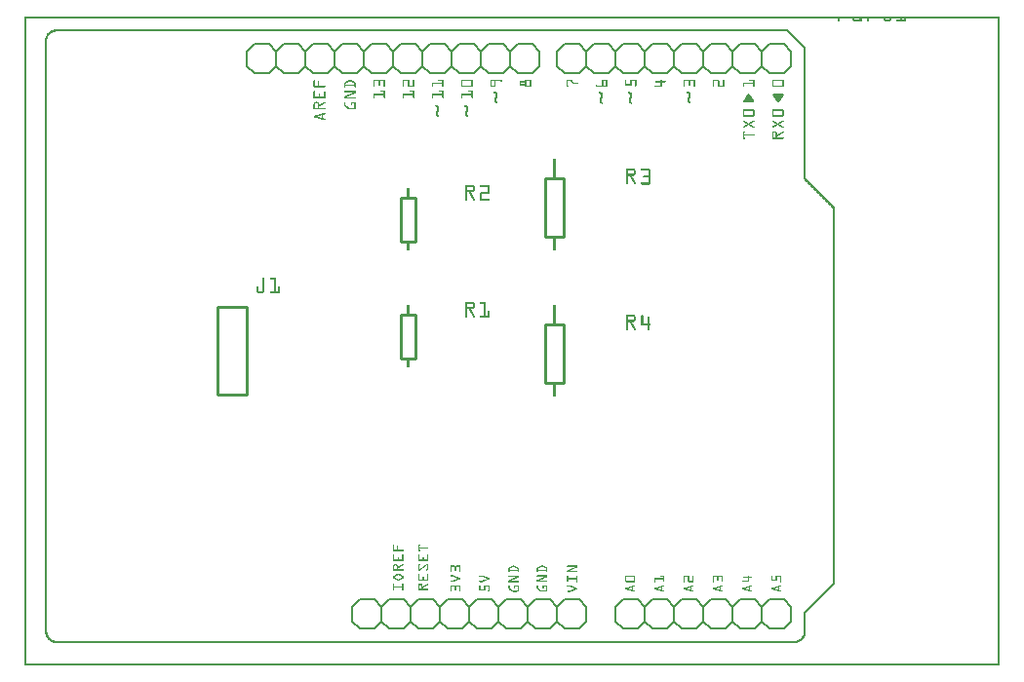
<source format=gto>
G04 MADE WITH FRITZING*
G04 WWW.FRITZING.ORG*
G04 DOUBLE SIDED*
G04 HOLES PLATED*
G04 CONTOUR ON CENTER OF CONTOUR VECTOR*
%ASAXBY*%
%FSLAX23Y23*%
%MOIN*%
%OFA0B0*%
%SFA1.0B1.0*%
%ADD10C,0.006000*%
%ADD11C,0.010000*%
%ADD12R,0.001000X0.001000*%
%LNSILK1*%
G90*
G70*
G54D10*
X2346Y228D02*
X2396Y228D01*
D02*
X2396Y228D02*
X2421Y203D01*
D02*
X2421Y203D02*
X2421Y153D01*
D02*
X2421Y153D02*
X2396Y128D01*
D02*
X2421Y203D02*
X2446Y228D01*
D02*
X2446Y228D02*
X2496Y228D01*
D02*
X2496Y228D02*
X2521Y203D01*
D02*
X2521Y203D02*
X2521Y153D01*
D02*
X2521Y153D02*
X2496Y128D01*
D02*
X2496Y128D02*
X2446Y128D01*
D02*
X2446Y128D02*
X2421Y153D01*
D02*
X2221Y203D02*
X2246Y228D01*
D02*
X2246Y228D02*
X2296Y228D01*
D02*
X2296Y228D02*
X2321Y203D01*
D02*
X2321Y203D02*
X2321Y153D01*
D02*
X2321Y153D02*
X2296Y128D01*
D02*
X2296Y128D02*
X2246Y128D01*
D02*
X2246Y128D02*
X2221Y153D01*
D02*
X2346Y228D02*
X2321Y203D01*
D02*
X2321Y153D02*
X2346Y128D01*
D02*
X2396Y128D02*
X2346Y128D01*
D02*
X2046Y228D02*
X2096Y228D01*
D02*
X2096Y228D02*
X2121Y203D01*
D02*
X2121Y203D02*
X2121Y153D01*
D02*
X2121Y153D02*
X2096Y128D01*
D02*
X2121Y203D02*
X2146Y228D01*
D02*
X2146Y228D02*
X2196Y228D01*
D02*
X2196Y228D02*
X2221Y203D01*
D02*
X2221Y203D02*
X2221Y153D01*
D02*
X2221Y153D02*
X2196Y128D01*
D02*
X2196Y128D02*
X2146Y128D01*
D02*
X2146Y128D02*
X2121Y153D01*
D02*
X2021Y203D02*
X2021Y153D01*
D02*
X2046Y228D02*
X2021Y203D01*
D02*
X2021Y153D02*
X2046Y128D01*
D02*
X2096Y128D02*
X2046Y128D01*
D02*
X2546Y228D02*
X2596Y228D01*
D02*
X2596Y228D02*
X2621Y203D01*
D02*
X2621Y203D02*
X2621Y153D01*
D02*
X2621Y153D02*
X2596Y128D01*
D02*
X2546Y228D02*
X2521Y203D01*
D02*
X2521Y153D02*
X2546Y128D01*
D02*
X2596Y128D02*
X2546Y128D01*
D02*
X936Y2028D02*
X886Y2028D01*
D02*
X1136Y2028D02*
X1086Y2028D01*
D02*
X1036Y2028D02*
X986Y2028D01*
D02*
X1236Y2028D02*
X1186Y2028D01*
D02*
X1436Y2028D02*
X1386Y2028D01*
D02*
X1336Y2028D02*
X1286Y2028D01*
D02*
X1536Y2028D02*
X1486Y2028D01*
D02*
X1736Y2028D02*
X1686Y2028D01*
D02*
X1636Y2028D02*
X1586Y2028D01*
D02*
X836Y2028D02*
X786Y2028D01*
D02*
X961Y2053D02*
X936Y2028D01*
D02*
X886Y2028D02*
X861Y2053D01*
D02*
X861Y2053D02*
X861Y2103D01*
D02*
X861Y2103D02*
X886Y2128D01*
D02*
X886Y2128D02*
X936Y2128D01*
D02*
X936Y2128D02*
X961Y2103D01*
D02*
X1086Y2028D02*
X1061Y2053D01*
D02*
X1061Y2053D02*
X1061Y2103D01*
D02*
X1061Y2103D02*
X1086Y2128D01*
D02*
X1061Y2053D02*
X1036Y2028D01*
D02*
X986Y2028D02*
X961Y2053D01*
D02*
X961Y2053D02*
X961Y2103D01*
D02*
X961Y2103D02*
X986Y2128D01*
D02*
X986Y2128D02*
X1036Y2128D01*
D02*
X1036Y2128D02*
X1061Y2103D01*
D02*
X1261Y2053D02*
X1236Y2028D01*
D02*
X1186Y2028D02*
X1161Y2053D01*
D02*
X1161Y2053D02*
X1161Y2103D01*
D02*
X1161Y2103D02*
X1186Y2128D01*
D02*
X1186Y2128D02*
X1236Y2128D01*
D02*
X1236Y2128D02*
X1261Y2103D01*
D02*
X1136Y2028D02*
X1161Y2053D01*
D02*
X1161Y2103D02*
X1136Y2128D01*
D02*
X1086Y2128D02*
X1136Y2128D01*
D02*
X1386Y2028D02*
X1361Y2053D01*
D02*
X1361Y2053D02*
X1361Y2103D01*
D02*
X1361Y2103D02*
X1386Y2128D01*
D02*
X1361Y2053D02*
X1336Y2028D01*
D02*
X1286Y2028D02*
X1261Y2053D01*
D02*
X1261Y2053D02*
X1261Y2103D01*
D02*
X1261Y2103D02*
X1286Y2128D01*
D02*
X1286Y2128D02*
X1336Y2128D01*
D02*
X1336Y2128D02*
X1361Y2103D01*
D02*
X1561Y2053D02*
X1536Y2028D01*
D02*
X1486Y2028D02*
X1461Y2053D01*
D02*
X1461Y2053D02*
X1461Y2103D01*
D02*
X1461Y2103D02*
X1486Y2128D01*
D02*
X1486Y2128D02*
X1536Y2128D01*
D02*
X1536Y2128D02*
X1561Y2103D01*
D02*
X1436Y2028D02*
X1461Y2053D01*
D02*
X1461Y2103D02*
X1436Y2128D01*
D02*
X1386Y2128D02*
X1436Y2128D01*
D02*
X1686Y2028D02*
X1661Y2053D01*
D02*
X1661Y2053D02*
X1661Y2103D01*
D02*
X1661Y2103D02*
X1686Y2128D01*
D02*
X1661Y2053D02*
X1636Y2028D01*
D02*
X1586Y2028D02*
X1561Y2053D01*
D02*
X1561Y2053D02*
X1561Y2103D01*
D02*
X1561Y2103D02*
X1586Y2128D01*
D02*
X1586Y2128D02*
X1636Y2128D01*
D02*
X1636Y2128D02*
X1661Y2103D01*
D02*
X1761Y2053D02*
X1761Y2103D01*
D02*
X1736Y2028D02*
X1761Y2053D01*
D02*
X1761Y2103D02*
X1736Y2128D01*
D02*
X1686Y2128D02*
X1736Y2128D01*
D02*
X786Y2028D02*
X761Y2053D01*
D02*
X761Y2053D02*
X761Y2103D01*
D02*
X761Y2103D02*
X786Y2128D01*
D02*
X836Y2028D02*
X861Y2053D01*
D02*
X861Y2103D02*
X836Y2128D01*
D02*
X786Y2128D02*
X836Y2128D01*
D02*
X1996Y2028D02*
X1946Y2028D01*
D02*
X1946Y2028D02*
X1921Y2053D01*
D02*
X1921Y2053D02*
X1921Y2103D01*
D02*
X1921Y2103D02*
X1946Y2128D01*
D02*
X2121Y2053D02*
X2096Y2028D01*
D02*
X2096Y2028D02*
X2046Y2028D01*
D02*
X2046Y2028D02*
X2021Y2053D01*
D02*
X2021Y2053D02*
X2021Y2103D01*
D02*
X2021Y2103D02*
X2046Y2128D01*
D02*
X2046Y2128D02*
X2096Y2128D01*
D02*
X2096Y2128D02*
X2121Y2103D01*
D02*
X1996Y2028D02*
X2021Y2053D01*
D02*
X2021Y2103D02*
X1996Y2128D01*
D02*
X1946Y2128D02*
X1996Y2128D01*
D02*
X2296Y2028D02*
X2246Y2028D01*
D02*
X2246Y2028D02*
X2221Y2053D01*
D02*
X2221Y2053D02*
X2221Y2103D01*
D02*
X2221Y2103D02*
X2246Y2128D01*
D02*
X2221Y2053D02*
X2196Y2028D01*
D02*
X2196Y2028D02*
X2146Y2028D01*
D02*
X2146Y2028D02*
X2121Y2053D01*
D02*
X2121Y2053D02*
X2121Y2103D01*
D02*
X2121Y2103D02*
X2146Y2128D01*
D02*
X2146Y2128D02*
X2196Y2128D01*
D02*
X2196Y2128D02*
X2221Y2103D01*
D02*
X2421Y2053D02*
X2396Y2028D01*
D02*
X2396Y2028D02*
X2346Y2028D01*
D02*
X2346Y2028D02*
X2321Y2053D01*
D02*
X2321Y2053D02*
X2321Y2103D01*
D02*
X2321Y2103D02*
X2346Y2128D01*
D02*
X2346Y2128D02*
X2396Y2128D01*
D02*
X2396Y2128D02*
X2421Y2103D01*
D02*
X2296Y2028D02*
X2321Y2053D01*
D02*
X2321Y2103D02*
X2296Y2128D01*
D02*
X2246Y2128D02*
X2296Y2128D01*
D02*
X2596Y2028D02*
X2546Y2028D01*
D02*
X2546Y2028D02*
X2521Y2053D01*
D02*
X2521Y2053D02*
X2521Y2103D01*
D02*
X2521Y2103D02*
X2546Y2128D01*
D02*
X2521Y2053D02*
X2496Y2028D01*
D02*
X2496Y2028D02*
X2446Y2028D01*
D02*
X2446Y2028D02*
X2421Y2053D01*
D02*
X2421Y2053D02*
X2421Y2103D01*
D02*
X2421Y2103D02*
X2446Y2128D01*
D02*
X2446Y2128D02*
X2496Y2128D01*
D02*
X2496Y2128D02*
X2521Y2103D01*
D02*
X2621Y2053D02*
X2621Y2103D01*
D02*
X2596Y2028D02*
X2621Y2053D01*
D02*
X2621Y2103D02*
X2596Y2128D01*
D02*
X2546Y2128D02*
X2596Y2128D01*
D02*
X1896Y2028D02*
X1846Y2028D01*
D02*
X1846Y2028D02*
X1821Y2053D01*
D02*
X1821Y2053D02*
X1821Y2103D01*
D02*
X1821Y2103D02*
X1846Y2128D01*
D02*
X1896Y2028D02*
X1921Y2053D01*
D02*
X1921Y2103D02*
X1896Y2128D01*
D02*
X1846Y2128D02*
X1896Y2128D01*
D02*
X1746Y228D02*
X1796Y228D01*
D02*
X1796Y228D02*
X1821Y203D01*
D02*
X1821Y203D02*
X1821Y153D01*
D02*
X1821Y153D02*
X1796Y128D01*
D02*
X1621Y203D02*
X1646Y228D01*
D02*
X1646Y228D02*
X1696Y228D01*
D02*
X1696Y228D02*
X1721Y203D01*
D02*
X1721Y203D02*
X1721Y153D01*
D02*
X1721Y153D02*
X1696Y128D01*
D02*
X1696Y128D02*
X1646Y128D01*
D02*
X1646Y128D02*
X1621Y153D01*
D02*
X1746Y228D02*
X1721Y203D01*
D02*
X1721Y153D02*
X1746Y128D01*
D02*
X1796Y128D02*
X1746Y128D01*
D02*
X1446Y228D02*
X1496Y228D01*
D02*
X1496Y228D02*
X1521Y203D01*
D02*
X1521Y203D02*
X1521Y153D01*
D02*
X1521Y153D02*
X1496Y128D01*
D02*
X1521Y203D02*
X1546Y228D01*
D02*
X1546Y228D02*
X1596Y228D01*
D02*
X1596Y228D02*
X1621Y203D01*
D02*
X1621Y203D02*
X1621Y153D01*
D02*
X1621Y153D02*
X1596Y128D01*
D02*
X1596Y128D02*
X1546Y128D01*
D02*
X1546Y128D02*
X1521Y153D01*
D02*
X1321Y203D02*
X1346Y228D01*
D02*
X1346Y228D02*
X1396Y228D01*
D02*
X1396Y228D02*
X1421Y203D01*
D02*
X1421Y203D02*
X1421Y153D01*
D02*
X1421Y153D02*
X1396Y128D01*
D02*
X1396Y128D02*
X1346Y128D01*
D02*
X1346Y128D02*
X1321Y153D01*
D02*
X1446Y228D02*
X1421Y203D01*
D02*
X1421Y153D02*
X1446Y128D01*
D02*
X1496Y128D02*
X1446Y128D01*
D02*
X1146Y228D02*
X1196Y228D01*
D02*
X1196Y228D02*
X1221Y203D01*
D02*
X1221Y203D02*
X1221Y153D01*
D02*
X1221Y153D02*
X1196Y128D01*
D02*
X1221Y203D02*
X1246Y228D01*
D02*
X1246Y228D02*
X1296Y228D01*
D02*
X1296Y228D02*
X1321Y203D01*
D02*
X1321Y203D02*
X1321Y153D01*
D02*
X1321Y153D02*
X1296Y128D01*
D02*
X1296Y128D02*
X1246Y128D01*
D02*
X1246Y128D02*
X1221Y153D01*
D02*
X1121Y203D02*
X1121Y153D01*
D02*
X1146Y228D02*
X1121Y203D01*
D02*
X1121Y153D02*
X1146Y128D01*
D02*
X1196Y128D02*
X1146Y128D01*
D02*
X1846Y228D02*
X1896Y228D01*
D02*
X1896Y228D02*
X1921Y203D01*
D02*
X1921Y203D02*
X1921Y153D01*
D02*
X1921Y153D02*
X1896Y128D01*
D02*
X1846Y228D02*
X1821Y203D01*
D02*
X1821Y153D02*
X1846Y128D01*
D02*
X1896Y128D02*
X1846Y128D01*
G54D11*
D02*
X661Y1228D02*
X661Y928D01*
D02*
X661Y928D02*
X761Y928D01*
D02*
X761Y928D02*
X761Y1228D01*
D02*
X761Y1228D02*
X661Y1228D01*
D02*
X1336Y1203D02*
X1336Y1053D01*
D02*
X1336Y1053D02*
X1286Y1053D01*
D02*
X1286Y1053D02*
X1286Y1203D01*
D02*
X1286Y1203D02*
X1336Y1203D01*
D02*
X1336Y1603D02*
X1336Y1453D01*
D02*
X1336Y1453D02*
X1286Y1453D01*
D02*
X1286Y1453D02*
X1286Y1603D01*
D02*
X1286Y1603D02*
X1336Y1603D01*
D02*
X1844Y1668D02*
X1844Y1468D01*
D02*
X1844Y1468D02*
X1778Y1468D01*
D02*
X1778Y1468D02*
X1778Y1668D01*
D02*
X1778Y1668D02*
X1844Y1668D01*
D02*
X1844Y1168D02*
X1844Y968D01*
D02*
X1844Y968D02*
X1778Y968D01*
D02*
X1778Y968D02*
X1778Y1168D01*
D02*
X1778Y1168D02*
X1844Y1168D01*
G54D12*
X0Y2222D02*
X3332Y2222D01*
X0Y2221D02*
X3332Y2221D01*
X0Y2220D02*
X3332Y2220D01*
X0Y2219D02*
X3332Y2219D01*
X0Y2218D02*
X3332Y2218D01*
X0Y2217D02*
X3332Y2217D01*
X0Y2216D02*
X3332Y2216D01*
X0Y2215D02*
X3332Y2215D01*
X0Y2214D02*
X7Y2214D01*
X2779Y2214D02*
X2785Y2214D01*
X2829Y2214D02*
X2835Y2214D01*
X2854Y2214D02*
X2862Y2214D01*
X2879Y2214D02*
X2885Y2214D01*
X2936Y2214D02*
X2942Y2214D01*
X2957Y2214D02*
X2963Y2214D01*
X2993Y2214D02*
X2999Y2214D01*
X3007Y2214D02*
X3013Y2214D01*
X3325Y2214D02*
X3332Y2214D01*
X0Y2213D02*
X7Y2213D01*
X2779Y2213D02*
X2785Y2213D01*
X2829Y2213D02*
X2835Y2213D01*
X2852Y2213D02*
X2862Y2213D01*
X2879Y2213D02*
X2885Y2213D01*
X2936Y2213D02*
X2943Y2213D01*
X2957Y2213D02*
X2963Y2213D01*
X2993Y2213D02*
X2999Y2213D01*
X3007Y2213D02*
X3013Y2213D01*
X3325Y2213D02*
X3332Y2213D01*
X0Y2212D02*
X7Y2212D01*
X2779Y2212D02*
X2785Y2212D01*
X2829Y2212D02*
X2836Y2212D01*
X2851Y2212D02*
X2862Y2212D01*
X2879Y2212D02*
X2885Y2212D01*
X2937Y2212D02*
X2943Y2212D01*
X2956Y2212D02*
X2963Y2212D01*
X2993Y2212D02*
X2999Y2212D01*
X3007Y2212D02*
X3013Y2212D01*
X3325Y2212D02*
X3332Y2212D01*
X0Y2211D02*
X7Y2211D01*
X2779Y2211D02*
X2785Y2211D01*
X2830Y2211D02*
X2837Y2211D01*
X2849Y2211D02*
X2862Y2211D01*
X2879Y2211D02*
X2885Y2211D01*
X2937Y2211D02*
X2945Y2211D01*
X2955Y2211D02*
X2963Y2211D01*
X2993Y2211D02*
X3000Y2211D01*
X3007Y2211D02*
X3013Y2211D01*
X3325Y2211D02*
X3332Y2211D01*
X0Y2210D02*
X7Y2210D01*
X2779Y2210D02*
X2785Y2210D01*
X2830Y2210D02*
X2862Y2210D01*
X2879Y2210D02*
X2885Y2210D01*
X2937Y2210D02*
X2962Y2210D01*
X2981Y2210D02*
X3013Y2210D01*
X3325Y2210D02*
X3332Y2210D01*
X0Y2209D02*
X7Y2209D01*
X2779Y2209D02*
X2785Y2209D01*
X2830Y2209D02*
X2863Y2209D01*
X2879Y2209D02*
X2885Y2209D01*
X2938Y2209D02*
X2962Y2209D01*
X2980Y2209D02*
X3013Y2209D01*
X3325Y2209D02*
X3332Y2209D01*
X0Y2208D02*
X7Y2208D01*
X2779Y2208D02*
X2785Y2208D01*
X2831Y2208D02*
X2863Y2208D01*
X2879Y2208D02*
X2885Y2208D01*
X2938Y2208D02*
X2961Y2208D01*
X2980Y2208D02*
X3013Y2208D01*
X3325Y2208D02*
X3332Y2208D01*
X0Y2207D02*
X7Y2207D01*
X2779Y2207D02*
X2785Y2207D01*
X2832Y2207D02*
X2863Y2207D01*
X2879Y2207D02*
X2885Y2207D01*
X2939Y2207D02*
X2960Y2207D01*
X2980Y2207D02*
X3013Y2207D01*
X3325Y2207D02*
X3332Y2207D01*
X0Y2206D02*
X7Y2206D01*
X2779Y2206D02*
X2785Y2206D01*
X2833Y2206D02*
X2853Y2206D01*
X2857Y2206D02*
X2862Y2206D01*
X2879Y2206D02*
X2885Y2206D01*
X2940Y2206D02*
X2959Y2206D01*
X2980Y2206D02*
X3013Y2206D01*
X3325Y2206D02*
X3332Y2206D01*
X0Y2205D02*
X7Y2205D01*
X2780Y2205D02*
X2784Y2205D01*
X2835Y2205D02*
X2852Y2205D01*
X2857Y2205D02*
X2862Y2205D01*
X2880Y2205D02*
X2884Y2205D01*
X2942Y2205D02*
X2957Y2205D01*
X2981Y2205D02*
X3012Y2205D01*
X3325Y2205D02*
X3332Y2205D01*
X0Y2204D02*
X7Y2204D01*
X2781Y2204D02*
X2782Y2204D01*
X2837Y2204D02*
X2850Y2204D01*
X2859Y2204D02*
X2860Y2204D01*
X2882Y2204D02*
X2883Y2204D01*
X2944Y2204D02*
X2955Y2204D01*
X2982Y2204D02*
X3011Y2204D01*
X3325Y2204D02*
X3332Y2204D01*
X0Y2203D02*
X7Y2203D01*
X3325Y2203D02*
X3332Y2203D01*
X0Y2202D02*
X7Y2202D01*
X3325Y2202D02*
X3332Y2202D01*
X0Y2201D02*
X7Y2201D01*
X3325Y2201D02*
X3332Y2201D01*
X0Y2200D02*
X7Y2200D01*
X3325Y2200D02*
X3332Y2200D01*
X0Y2199D02*
X7Y2199D01*
X3325Y2199D02*
X3332Y2199D01*
X0Y2198D02*
X7Y2198D01*
X3325Y2198D02*
X3332Y2198D01*
X0Y2197D02*
X7Y2197D01*
X3325Y2197D02*
X3332Y2197D01*
X0Y2196D02*
X7Y2196D01*
X3325Y2196D02*
X3332Y2196D01*
X0Y2195D02*
X7Y2195D01*
X3325Y2195D02*
X3332Y2195D01*
X0Y2194D02*
X7Y2194D01*
X3325Y2194D02*
X3332Y2194D01*
X0Y2193D02*
X7Y2193D01*
X3325Y2193D02*
X3332Y2193D01*
X0Y2192D02*
X7Y2192D01*
X3325Y2192D02*
X3332Y2192D01*
X0Y2191D02*
X7Y2191D01*
X3325Y2191D02*
X3332Y2191D01*
X0Y2190D02*
X7Y2190D01*
X3325Y2190D02*
X3332Y2190D01*
X0Y2189D02*
X7Y2189D01*
X3325Y2189D02*
X3332Y2189D01*
X0Y2188D02*
X7Y2188D01*
X3325Y2188D02*
X3332Y2188D01*
X0Y2187D02*
X7Y2187D01*
X3325Y2187D02*
X3332Y2187D01*
X0Y2186D02*
X7Y2186D01*
X3325Y2186D02*
X3332Y2186D01*
X0Y2185D02*
X7Y2185D01*
X3325Y2185D02*
X3332Y2185D01*
X0Y2184D02*
X7Y2184D01*
X3325Y2184D02*
X3332Y2184D01*
X0Y2183D02*
X7Y2183D01*
X3325Y2183D02*
X3332Y2183D01*
X0Y2182D02*
X7Y2182D01*
X3325Y2182D02*
X3332Y2182D01*
X0Y2181D02*
X7Y2181D01*
X3325Y2181D02*
X3332Y2181D01*
X0Y2180D02*
X7Y2180D01*
X3325Y2180D02*
X3332Y2180D01*
X0Y2179D02*
X7Y2179D01*
X3325Y2179D02*
X3332Y2179D01*
X0Y2178D02*
X7Y2178D01*
X105Y2178D02*
X2608Y2178D01*
X3325Y2178D02*
X3332Y2178D01*
X0Y2177D02*
X7Y2177D01*
X100Y2177D02*
X2609Y2177D01*
X3325Y2177D02*
X3332Y2177D01*
X0Y2176D02*
X7Y2176D01*
X96Y2176D02*
X2610Y2176D01*
X3325Y2176D02*
X3332Y2176D01*
X0Y2175D02*
X7Y2175D01*
X94Y2175D02*
X2611Y2175D01*
X3325Y2175D02*
X3332Y2175D01*
X0Y2174D02*
X7Y2174D01*
X92Y2174D02*
X2612Y2174D01*
X3325Y2174D02*
X3332Y2174D01*
X0Y2173D02*
X7Y2173D01*
X90Y2173D02*
X2613Y2173D01*
X3325Y2173D02*
X3332Y2173D01*
X0Y2172D02*
X7Y2172D01*
X88Y2172D02*
X2614Y2172D01*
X3325Y2172D02*
X3332Y2172D01*
X0Y2171D02*
X7Y2171D01*
X87Y2171D02*
X2615Y2171D01*
X3325Y2171D02*
X3332Y2171D01*
X0Y2170D02*
X7Y2170D01*
X86Y2170D02*
X104Y2170D01*
X2605Y2170D02*
X2616Y2170D01*
X3325Y2170D02*
X3332Y2170D01*
X0Y2169D02*
X7Y2169D01*
X84Y2169D02*
X100Y2169D01*
X2607Y2169D02*
X2617Y2169D01*
X3325Y2169D02*
X3332Y2169D01*
X0Y2168D02*
X7Y2168D01*
X83Y2168D02*
X97Y2168D01*
X2608Y2168D02*
X2618Y2168D01*
X3325Y2168D02*
X3332Y2168D01*
X0Y2167D02*
X7Y2167D01*
X82Y2167D02*
X94Y2167D01*
X2609Y2167D02*
X2619Y2167D01*
X3325Y2167D02*
X3332Y2167D01*
X0Y2166D02*
X7Y2166D01*
X81Y2166D02*
X93Y2166D01*
X2610Y2166D02*
X2620Y2166D01*
X3325Y2166D02*
X3332Y2166D01*
X0Y2165D02*
X7Y2165D01*
X80Y2165D02*
X91Y2165D01*
X2611Y2165D02*
X2621Y2165D01*
X3325Y2165D02*
X3332Y2165D01*
X0Y2164D02*
X7Y2164D01*
X79Y2164D02*
X90Y2164D01*
X2612Y2164D02*
X2622Y2164D01*
X3325Y2164D02*
X3332Y2164D01*
X0Y2163D02*
X7Y2163D01*
X78Y2163D02*
X88Y2163D01*
X2613Y2163D02*
X2623Y2163D01*
X3325Y2163D02*
X3332Y2163D01*
X0Y2162D02*
X7Y2162D01*
X78Y2162D02*
X87Y2162D01*
X2614Y2162D02*
X2624Y2162D01*
X3325Y2162D02*
X3332Y2162D01*
X0Y2161D02*
X7Y2161D01*
X77Y2161D02*
X86Y2161D01*
X2615Y2161D02*
X2625Y2161D01*
X3325Y2161D02*
X3332Y2161D01*
X0Y2160D02*
X7Y2160D01*
X76Y2160D02*
X85Y2160D01*
X2616Y2160D02*
X2626Y2160D01*
X3325Y2160D02*
X3332Y2160D01*
X0Y2159D02*
X7Y2159D01*
X76Y2159D02*
X84Y2159D01*
X2617Y2159D02*
X2627Y2159D01*
X3325Y2159D02*
X3332Y2159D01*
X0Y2158D02*
X7Y2158D01*
X75Y2158D02*
X84Y2158D01*
X2618Y2158D02*
X2628Y2158D01*
X3325Y2158D02*
X3332Y2158D01*
X0Y2157D02*
X7Y2157D01*
X75Y2157D02*
X83Y2157D01*
X2619Y2157D02*
X2629Y2157D01*
X3325Y2157D02*
X3332Y2157D01*
X0Y2156D02*
X7Y2156D01*
X74Y2156D02*
X82Y2156D01*
X2620Y2156D02*
X2630Y2156D01*
X3325Y2156D02*
X3332Y2156D01*
X0Y2155D02*
X7Y2155D01*
X74Y2155D02*
X82Y2155D01*
X2621Y2155D02*
X2631Y2155D01*
X3325Y2155D02*
X3332Y2155D01*
X0Y2154D02*
X7Y2154D01*
X73Y2154D02*
X81Y2154D01*
X2622Y2154D02*
X2632Y2154D01*
X3325Y2154D02*
X3332Y2154D01*
X0Y2153D02*
X7Y2153D01*
X73Y2153D02*
X80Y2153D01*
X2623Y2153D02*
X2633Y2153D01*
X3325Y2153D02*
X3332Y2153D01*
X0Y2152D02*
X7Y2152D01*
X73Y2152D02*
X80Y2152D01*
X2624Y2152D02*
X2634Y2152D01*
X3325Y2152D02*
X3332Y2152D01*
X0Y2151D02*
X7Y2151D01*
X72Y2151D02*
X80Y2151D01*
X2625Y2151D02*
X2635Y2151D01*
X3325Y2151D02*
X3332Y2151D01*
X0Y2150D02*
X7Y2150D01*
X72Y2150D02*
X79Y2150D01*
X2626Y2150D02*
X2636Y2150D01*
X3325Y2150D02*
X3332Y2150D01*
X0Y2149D02*
X7Y2149D01*
X72Y2149D02*
X79Y2149D01*
X2627Y2149D02*
X2637Y2149D01*
X3325Y2149D02*
X3332Y2149D01*
X0Y2148D02*
X7Y2148D01*
X71Y2148D02*
X78Y2148D01*
X2628Y2148D02*
X2638Y2148D01*
X3325Y2148D02*
X3332Y2148D01*
X0Y2147D02*
X7Y2147D01*
X71Y2147D02*
X78Y2147D01*
X2629Y2147D02*
X2639Y2147D01*
X3325Y2147D02*
X3332Y2147D01*
X0Y2146D02*
X7Y2146D01*
X71Y2146D02*
X78Y2146D01*
X2630Y2146D02*
X2640Y2146D01*
X3325Y2146D02*
X3332Y2146D01*
X0Y2145D02*
X7Y2145D01*
X71Y2145D02*
X78Y2145D01*
X2631Y2145D02*
X2641Y2145D01*
X3325Y2145D02*
X3332Y2145D01*
X0Y2144D02*
X7Y2144D01*
X71Y2144D02*
X78Y2144D01*
X2632Y2144D02*
X2642Y2144D01*
X3325Y2144D02*
X3332Y2144D01*
X0Y2143D02*
X7Y2143D01*
X70Y2143D02*
X77Y2143D01*
X2633Y2143D02*
X2643Y2143D01*
X3325Y2143D02*
X3332Y2143D01*
X0Y2142D02*
X7Y2142D01*
X70Y2142D02*
X77Y2142D01*
X2634Y2142D02*
X2644Y2142D01*
X3325Y2142D02*
X3332Y2142D01*
X0Y2141D02*
X7Y2141D01*
X70Y2141D02*
X77Y2141D01*
X2635Y2141D02*
X2645Y2141D01*
X3325Y2141D02*
X3332Y2141D01*
X0Y2140D02*
X7Y2140D01*
X70Y2140D02*
X77Y2140D01*
X2636Y2140D02*
X2646Y2140D01*
X3325Y2140D02*
X3332Y2140D01*
X0Y2139D02*
X7Y2139D01*
X70Y2139D02*
X77Y2139D01*
X2637Y2139D02*
X2647Y2139D01*
X3325Y2139D02*
X3332Y2139D01*
X0Y2138D02*
X7Y2138D01*
X70Y2138D02*
X77Y2138D01*
X2638Y2138D02*
X2648Y2138D01*
X3325Y2138D02*
X3332Y2138D01*
X0Y2137D02*
X7Y2137D01*
X70Y2137D02*
X77Y2137D01*
X2639Y2137D02*
X2649Y2137D01*
X3325Y2137D02*
X3332Y2137D01*
X0Y2136D02*
X7Y2136D01*
X70Y2136D02*
X77Y2136D01*
X2640Y2136D02*
X2650Y2136D01*
X3325Y2136D02*
X3332Y2136D01*
X0Y2135D02*
X7Y2135D01*
X70Y2135D02*
X77Y2135D01*
X2641Y2135D02*
X2651Y2135D01*
X3325Y2135D02*
X3332Y2135D01*
X0Y2134D02*
X7Y2134D01*
X70Y2134D02*
X77Y2134D01*
X2642Y2134D02*
X2652Y2134D01*
X3325Y2134D02*
X3332Y2134D01*
X0Y2133D02*
X7Y2133D01*
X70Y2133D02*
X77Y2133D01*
X2643Y2133D02*
X2653Y2133D01*
X3325Y2133D02*
X3332Y2133D01*
X0Y2132D02*
X7Y2132D01*
X70Y2132D02*
X77Y2132D01*
X2644Y2132D02*
X2654Y2132D01*
X3325Y2132D02*
X3332Y2132D01*
X0Y2131D02*
X7Y2131D01*
X70Y2131D02*
X77Y2131D01*
X2645Y2131D02*
X2655Y2131D01*
X3325Y2131D02*
X3332Y2131D01*
X0Y2130D02*
X7Y2130D01*
X70Y2130D02*
X77Y2130D01*
X2646Y2130D02*
X2656Y2130D01*
X3325Y2130D02*
X3332Y2130D01*
X0Y2129D02*
X7Y2129D01*
X70Y2129D02*
X77Y2129D01*
X2647Y2129D02*
X2657Y2129D01*
X3325Y2129D02*
X3332Y2129D01*
X0Y2128D02*
X7Y2128D01*
X70Y2128D02*
X77Y2128D01*
X2648Y2128D02*
X2658Y2128D01*
X3325Y2128D02*
X3332Y2128D01*
X0Y2127D02*
X7Y2127D01*
X70Y2127D02*
X77Y2127D01*
X2649Y2127D02*
X2659Y2127D01*
X3325Y2127D02*
X3332Y2127D01*
X0Y2126D02*
X7Y2126D01*
X70Y2126D02*
X77Y2126D01*
X2650Y2126D02*
X2660Y2126D01*
X3325Y2126D02*
X3332Y2126D01*
X0Y2125D02*
X7Y2125D01*
X70Y2125D02*
X77Y2125D01*
X2651Y2125D02*
X2661Y2125D01*
X3325Y2125D02*
X3332Y2125D01*
X0Y2124D02*
X7Y2124D01*
X70Y2124D02*
X77Y2124D01*
X2652Y2124D02*
X2662Y2124D01*
X3325Y2124D02*
X3332Y2124D01*
X0Y2123D02*
X7Y2123D01*
X70Y2123D02*
X77Y2123D01*
X2653Y2123D02*
X2663Y2123D01*
X3325Y2123D02*
X3332Y2123D01*
X0Y2122D02*
X7Y2122D01*
X70Y2122D02*
X77Y2122D01*
X2654Y2122D02*
X2664Y2122D01*
X3325Y2122D02*
X3332Y2122D01*
X0Y2121D02*
X7Y2121D01*
X70Y2121D02*
X77Y2121D01*
X2655Y2121D02*
X2665Y2121D01*
X3325Y2121D02*
X3332Y2121D01*
X0Y2120D02*
X7Y2120D01*
X70Y2120D02*
X77Y2120D01*
X2656Y2120D02*
X2666Y2120D01*
X3325Y2120D02*
X3332Y2120D01*
X0Y2119D02*
X7Y2119D01*
X70Y2119D02*
X77Y2119D01*
X2657Y2119D02*
X2667Y2119D01*
X3325Y2119D02*
X3332Y2119D01*
X0Y2118D02*
X7Y2118D01*
X70Y2118D02*
X77Y2118D01*
X2658Y2118D02*
X2668Y2118D01*
X3325Y2118D02*
X3332Y2118D01*
X0Y2117D02*
X7Y2117D01*
X70Y2117D02*
X77Y2117D01*
X2659Y2117D02*
X2669Y2117D01*
X3325Y2117D02*
X3332Y2117D01*
X0Y2116D02*
X7Y2116D01*
X70Y2116D02*
X77Y2116D01*
X2660Y2116D02*
X2670Y2116D01*
X3325Y2116D02*
X3332Y2116D01*
X0Y2115D02*
X7Y2115D01*
X70Y2115D02*
X77Y2115D01*
X2661Y2115D02*
X2670Y2115D01*
X3325Y2115D02*
X3332Y2115D01*
X0Y2114D02*
X7Y2114D01*
X70Y2114D02*
X77Y2114D01*
X2662Y2114D02*
X2670Y2114D01*
X3325Y2114D02*
X3332Y2114D01*
X0Y2113D02*
X7Y2113D01*
X70Y2113D02*
X77Y2113D01*
X2663Y2113D02*
X2670Y2113D01*
X3325Y2113D02*
X3332Y2113D01*
X0Y2112D02*
X7Y2112D01*
X70Y2112D02*
X77Y2112D01*
X2663Y2112D02*
X2670Y2112D01*
X3325Y2112D02*
X3332Y2112D01*
X0Y2111D02*
X7Y2111D01*
X70Y2111D02*
X77Y2111D01*
X2663Y2111D02*
X2670Y2111D01*
X3325Y2111D02*
X3332Y2111D01*
X0Y2110D02*
X7Y2110D01*
X70Y2110D02*
X77Y2110D01*
X2663Y2110D02*
X2670Y2110D01*
X3325Y2110D02*
X3332Y2110D01*
X0Y2109D02*
X7Y2109D01*
X70Y2109D02*
X77Y2109D01*
X2663Y2109D02*
X2670Y2109D01*
X3325Y2109D02*
X3332Y2109D01*
X0Y2108D02*
X7Y2108D01*
X70Y2108D02*
X77Y2108D01*
X2663Y2108D02*
X2670Y2108D01*
X3325Y2108D02*
X3332Y2108D01*
X0Y2107D02*
X7Y2107D01*
X70Y2107D02*
X77Y2107D01*
X2663Y2107D02*
X2670Y2107D01*
X3325Y2107D02*
X3332Y2107D01*
X0Y2106D02*
X7Y2106D01*
X70Y2106D02*
X77Y2106D01*
X2663Y2106D02*
X2670Y2106D01*
X3325Y2106D02*
X3332Y2106D01*
X0Y2105D02*
X7Y2105D01*
X70Y2105D02*
X77Y2105D01*
X2663Y2105D02*
X2670Y2105D01*
X3325Y2105D02*
X3332Y2105D01*
X0Y2104D02*
X7Y2104D01*
X70Y2104D02*
X77Y2104D01*
X2663Y2104D02*
X2670Y2104D01*
X3325Y2104D02*
X3332Y2104D01*
X0Y2103D02*
X7Y2103D01*
X70Y2103D02*
X77Y2103D01*
X2663Y2103D02*
X2670Y2103D01*
X3325Y2103D02*
X3332Y2103D01*
X0Y2102D02*
X7Y2102D01*
X70Y2102D02*
X77Y2102D01*
X2663Y2102D02*
X2670Y2102D01*
X3325Y2102D02*
X3332Y2102D01*
X0Y2101D02*
X7Y2101D01*
X70Y2101D02*
X77Y2101D01*
X2663Y2101D02*
X2670Y2101D01*
X3325Y2101D02*
X3332Y2101D01*
X0Y2100D02*
X7Y2100D01*
X70Y2100D02*
X77Y2100D01*
X2663Y2100D02*
X2670Y2100D01*
X3325Y2100D02*
X3332Y2100D01*
X0Y2099D02*
X7Y2099D01*
X70Y2099D02*
X77Y2099D01*
X2663Y2099D02*
X2670Y2099D01*
X3325Y2099D02*
X3332Y2099D01*
X0Y2098D02*
X7Y2098D01*
X70Y2098D02*
X77Y2098D01*
X2663Y2098D02*
X2670Y2098D01*
X3325Y2098D02*
X3332Y2098D01*
X0Y2097D02*
X7Y2097D01*
X70Y2097D02*
X77Y2097D01*
X2663Y2097D02*
X2670Y2097D01*
X3325Y2097D02*
X3332Y2097D01*
X0Y2096D02*
X7Y2096D01*
X70Y2096D02*
X77Y2096D01*
X2663Y2096D02*
X2670Y2096D01*
X3325Y2096D02*
X3332Y2096D01*
X0Y2095D02*
X7Y2095D01*
X70Y2095D02*
X77Y2095D01*
X2663Y2095D02*
X2670Y2095D01*
X3325Y2095D02*
X3332Y2095D01*
X0Y2094D02*
X7Y2094D01*
X70Y2094D02*
X77Y2094D01*
X2663Y2094D02*
X2670Y2094D01*
X3325Y2094D02*
X3332Y2094D01*
X0Y2093D02*
X7Y2093D01*
X70Y2093D02*
X77Y2093D01*
X2663Y2093D02*
X2670Y2093D01*
X3325Y2093D02*
X3332Y2093D01*
X0Y2092D02*
X7Y2092D01*
X70Y2092D02*
X77Y2092D01*
X2663Y2092D02*
X2670Y2092D01*
X3325Y2092D02*
X3332Y2092D01*
X0Y2091D02*
X7Y2091D01*
X70Y2091D02*
X77Y2091D01*
X2663Y2091D02*
X2670Y2091D01*
X3325Y2091D02*
X3332Y2091D01*
X0Y2090D02*
X7Y2090D01*
X70Y2090D02*
X77Y2090D01*
X2663Y2090D02*
X2670Y2090D01*
X3325Y2090D02*
X3332Y2090D01*
X0Y2089D02*
X7Y2089D01*
X70Y2089D02*
X77Y2089D01*
X2663Y2089D02*
X2670Y2089D01*
X3325Y2089D02*
X3332Y2089D01*
X0Y2088D02*
X7Y2088D01*
X70Y2088D02*
X77Y2088D01*
X2663Y2088D02*
X2670Y2088D01*
X3325Y2088D02*
X3332Y2088D01*
X0Y2087D02*
X7Y2087D01*
X70Y2087D02*
X77Y2087D01*
X2663Y2087D02*
X2670Y2087D01*
X3325Y2087D02*
X3332Y2087D01*
X0Y2086D02*
X7Y2086D01*
X70Y2086D02*
X77Y2086D01*
X2663Y2086D02*
X2670Y2086D01*
X3325Y2086D02*
X3332Y2086D01*
X0Y2085D02*
X7Y2085D01*
X70Y2085D02*
X77Y2085D01*
X2663Y2085D02*
X2670Y2085D01*
X3325Y2085D02*
X3332Y2085D01*
X0Y2084D02*
X7Y2084D01*
X70Y2084D02*
X77Y2084D01*
X2663Y2084D02*
X2670Y2084D01*
X3325Y2084D02*
X3332Y2084D01*
X0Y2083D02*
X7Y2083D01*
X70Y2083D02*
X77Y2083D01*
X2663Y2083D02*
X2670Y2083D01*
X3325Y2083D02*
X3332Y2083D01*
X0Y2082D02*
X7Y2082D01*
X70Y2082D02*
X77Y2082D01*
X2663Y2082D02*
X2670Y2082D01*
X3325Y2082D02*
X3332Y2082D01*
X0Y2081D02*
X7Y2081D01*
X70Y2081D02*
X77Y2081D01*
X2663Y2081D02*
X2670Y2081D01*
X3325Y2081D02*
X3332Y2081D01*
X0Y2080D02*
X7Y2080D01*
X70Y2080D02*
X77Y2080D01*
X2663Y2080D02*
X2670Y2080D01*
X3325Y2080D02*
X3332Y2080D01*
X0Y2079D02*
X7Y2079D01*
X70Y2079D02*
X77Y2079D01*
X2663Y2079D02*
X2670Y2079D01*
X3325Y2079D02*
X3332Y2079D01*
X0Y2078D02*
X7Y2078D01*
X70Y2078D02*
X77Y2078D01*
X2663Y2078D02*
X2670Y2078D01*
X3325Y2078D02*
X3332Y2078D01*
X0Y2077D02*
X7Y2077D01*
X70Y2077D02*
X77Y2077D01*
X2663Y2077D02*
X2670Y2077D01*
X3325Y2077D02*
X3332Y2077D01*
X0Y2076D02*
X7Y2076D01*
X70Y2076D02*
X77Y2076D01*
X2663Y2076D02*
X2670Y2076D01*
X3325Y2076D02*
X3332Y2076D01*
X0Y2075D02*
X7Y2075D01*
X70Y2075D02*
X77Y2075D01*
X2663Y2075D02*
X2670Y2075D01*
X3325Y2075D02*
X3332Y2075D01*
X0Y2074D02*
X7Y2074D01*
X70Y2074D02*
X77Y2074D01*
X2663Y2074D02*
X2670Y2074D01*
X3325Y2074D02*
X3332Y2074D01*
X0Y2073D02*
X7Y2073D01*
X70Y2073D02*
X77Y2073D01*
X2663Y2073D02*
X2670Y2073D01*
X3325Y2073D02*
X3332Y2073D01*
X0Y2072D02*
X7Y2072D01*
X70Y2072D02*
X77Y2072D01*
X2663Y2072D02*
X2670Y2072D01*
X3325Y2072D02*
X3332Y2072D01*
X0Y2071D02*
X7Y2071D01*
X70Y2071D02*
X77Y2071D01*
X2663Y2071D02*
X2670Y2071D01*
X3325Y2071D02*
X3332Y2071D01*
X0Y2070D02*
X7Y2070D01*
X70Y2070D02*
X77Y2070D01*
X2663Y2070D02*
X2670Y2070D01*
X3325Y2070D02*
X3332Y2070D01*
X0Y2069D02*
X7Y2069D01*
X70Y2069D02*
X77Y2069D01*
X2663Y2069D02*
X2670Y2069D01*
X3325Y2069D02*
X3332Y2069D01*
X0Y2068D02*
X7Y2068D01*
X70Y2068D02*
X77Y2068D01*
X2663Y2068D02*
X2670Y2068D01*
X3325Y2068D02*
X3332Y2068D01*
X0Y2067D02*
X7Y2067D01*
X70Y2067D02*
X77Y2067D01*
X2663Y2067D02*
X2670Y2067D01*
X3325Y2067D02*
X3332Y2067D01*
X0Y2066D02*
X7Y2066D01*
X70Y2066D02*
X77Y2066D01*
X2663Y2066D02*
X2670Y2066D01*
X3325Y2066D02*
X3332Y2066D01*
X0Y2065D02*
X7Y2065D01*
X70Y2065D02*
X77Y2065D01*
X2663Y2065D02*
X2670Y2065D01*
X3325Y2065D02*
X3332Y2065D01*
X0Y2064D02*
X7Y2064D01*
X70Y2064D02*
X77Y2064D01*
X2663Y2064D02*
X2670Y2064D01*
X3325Y2064D02*
X3332Y2064D01*
X0Y2063D02*
X7Y2063D01*
X70Y2063D02*
X77Y2063D01*
X2663Y2063D02*
X2670Y2063D01*
X3325Y2063D02*
X3332Y2063D01*
X0Y2062D02*
X7Y2062D01*
X70Y2062D02*
X77Y2062D01*
X2663Y2062D02*
X2670Y2062D01*
X3325Y2062D02*
X3332Y2062D01*
X0Y2061D02*
X7Y2061D01*
X70Y2061D02*
X77Y2061D01*
X2663Y2061D02*
X2670Y2061D01*
X3325Y2061D02*
X3332Y2061D01*
X0Y2060D02*
X7Y2060D01*
X70Y2060D02*
X77Y2060D01*
X2663Y2060D02*
X2670Y2060D01*
X3325Y2060D02*
X3332Y2060D01*
X0Y2059D02*
X7Y2059D01*
X70Y2059D02*
X77Y2059D01*
X2663Y2059D02*
X2670Y2059D01*
X3325Y2059D02*
X3332Y2059D01*
X0Y2058D02*
X7Y2058D01*
X70Y2058D02*
X77Y2058D01*
X2663Y2058D02*
X2670Y2058D01*
X3325Y2058D02*
X3332Y2058D01*
X0Y2057D02*
X7Y2057D01*
X70Y2057D02*
X77Y2057D01*
X2663Y2057D02*
X2670Y2057D01*
X3325Y2057D02*
X3332Y2057D01*
X0Y2056D02*
X7Y2056D01*
X70Y2056D02*
X77Y2056D01*
X2663Y2056D02*
X2670Y2056D01*
X3325Y2056D02*
X3332Y2056D01*
X0Y2055D02*
X7Y2055D01*
X70Y2055D02*
X77Y2055D01*
X2663Y2055D02*
X2670Y2055D01*
X3325Y2055D02*
X3332Y2055D01*
X0Y2054D02*
X7Y2054D01*
X70Y2054D02*
X77Y2054D01*
X2663Y2054D02*
X2670Y2054D01*
X3325Y2054D02*
X3332Y2054D01*
X0Y2053D02*
X7Y2053D01*
X70Y2053D02*
X77Y2053D01*
X2663Y2053D02*
X2670Y2053D01*
X3325Y2053D02*
X3332Y2053D01*
X0Y2052D02*
X7Y2052D01*
X70Y2052D02*
X77Y2052D01*
X2663Y2052D02*
X2670Y2052D01*
X3325Y2052D02*
X3332Y2052D01*
X0Y2051D02*
X7Y2051D01*
X70Y2051D02*
X77Y2051D01*
X2663Y2051D02*
X2670Y2051D01*
X3325Y2051D02*
X3332Y2051D01*
X0Y2050D02*
X7Y2050D01*
X70Y2050D02*
X77Y2050D01*
X2663Y2050D02*
X2670Y2050D01*
X3325Y2050D02*
X3332Y2050D01*
X0Y2049D02*
X7Y2049D01*
X70Y2049D02*
X77Y2049D01*
X2663Y2049D02*
X2670Y2049D01*
X3325Y2049D02*
X3332Y2049D01*
X0Y2048D02*
X7Y2048D01*
X70Y2048D02*
X77Y2048D01*
X2663Y2048D02*
X2670Y2048D01*
X3325Y2048D02*
X3332Y2048D01*
X0Y2047D02*
X7Y2047D01*
X70Y2047D02*
X77Y2047D01*
X2663Y2047D02*
X2670Y2047D01*
X3325Y2047D02*
X3332Y2047D01*
X0Y2046D02*
X7Y2046D01*
X70Y2046D02*
X77Y2046D01*
X2663Y2046D02*
X2670Y2046D01*
X3325Y2046D02*
X3332Y2046D01*
X0Y2045D02*
X7Y2045D01*
X70Y2045D02*
X77Y2045D01*
X2663Y2045D02*
X2670Y2045D01*
X3325Y2045D02*
X3332Y2045D01*
X0Y2044D02*
X7Y2044D01*
X70Y2044D02*
X77Y2044D01*
X2663Y2044D02*
X2670Y2044D01*
X3325Y2044D02*
X3332Y2044D01*
X0Y2043D02*
X7Y2043D01*
X70Y2043D02*
X77Y2043D01*
X2663Y2043D02*
X2670Y2043D01*
X3325Y2043D02*
X3332Y2043D01*
X0Y2042D02*
X7Y2042D01*
X70Y2042D02*
X77Y2042D01*
X2663Y2042D02*
X2670Y2042D01*
X3325Y2042D02*
X3332Y2042D01*
X0Y2041D02*
X7Y2041D01*
X70Y2041D02*
X77Y2041D01*
X2663Y2041D02*
X2670Y2041D01*
X3325Y2041D02*
X3332Y2041D01*
X0Y2040D02*
X7Y2040D01*
X70Y2040D02*
X77Y2040D01*
X2663Y2040D02*
X2670Y2040D01*
X3325Y2040D02*
X3332Y2040D01*
X0Y2039D02*
X7Y2039D01*
X70Y2039D02*
X77Y2039D01*
X2663Y2039D02*
X2670Y2039D01*
X3325Y2039D02*
X3332Y2039D01*
X0Y2038D02*
X7Y2038D01*
X70Y2038D02*
X77Y2038D01*
X2663Y2038D02*
X2670Y2038D01*
X3325Y2038D02*
X3332Y2038D01*
X0Y2037D02*
X7Y2037D01*
X70Y2037D02*
X77Y2037D01*
X2663Y2037D02*
X2670Y2037D01*
X3325Y2037D02*
X3332Y2037D01*
X0Y2036D02*
X7Y2036D01*
X70Y2036D02*
X77Y2036D01*
X2663Y2036D02*
X2670Y2036D01*
X3325Y2036D02*
X3332Y2036D01*
X0Y2035D02*
X7Y2035D01*
X70Y2035D02*
X77Y2035D01*
X2663Y2035D02*
X2670Y2035D01*
X3325Y2035D02*
X3332Y2035D01*
X0Y2034D02*
X7Y2034D01*
X70Y2034D02*
X77Y2034D01*
X2663Y2034D02*
X2670Y2034D01*
X3325Y2034D02*
X3332Y2034D01*
X0Y2033D02*
X7Y2033D01*
X70Y2033D02*
X77Y2033D01*
X2663Y2033D02*
X2670Y2033D01*
X3325Y2033D02*
X3332Y2033D01*
X0Y2032D02*
X7Y2032D01*
X70Y2032D02*
X77Y2032D01*
X2663Y2032D02*
X2670Y2032D01*
X3325Y2032D02*
X3332Y2032D01*
X0Y2031D02*
X7Y2031D01*
X70Y2031D02*
X77Y2031D01*
X2663Y2031D02*
X2670Y2031D01*
X3325Y2031D02*
X3332Y2031D01*
X0Y2030D02*
X7Y2030D01*
X70Y2030D02*
X77Y2030D01*
X2663Y2030D02*
X2670Y2030D01*
X3325Y2030D02*
X3332Y2030D01*
X0Y2029D02*
X7Y2029D01*
X70Y2029D02*
X77Y2029D01*
X2663Y2029D02*
X2670Y2029D01*
X3325Y2029D02*
X3332Y2029D01*
X0Y2028D02*
X7Y2028D01*
X70Y2028D02*
X77Y2028D01*
X2663Y2028D02*
X2670Y2028D01*
X3325Y2028D02*
X3332Y2028D01*
X0Y2027D02*
X7Y2027D01*
X70Y2027D02*
X77Y2027D01*
X2663Y2027D02*
X2670Y2027D01*
X3325Y2027D02*
X3332Y2027D01*
X0Y2026D02*
X7Y2026D01*
X70Y2026D02*
X77Y2026D01*
X2663Y2026D02*
X2670Y2026D01*
X3325Y2026D02*
X3332Y2026D01*
X0Y2025D02*
X7Y2025D01*
X70Y2025D02*
X77Y2025D01*
X2663Y2025D02*
X2670Y2025D01*
X3325Y2025D02*
X3332Y2025D01*
X0Y2024D02*
X7Y2024D01*
X70Y2024D02*
X77Y2024D01*
X2663Y2024D02*
X2670Y2024D01*
X3325Y2024D02*
X3332Y2024D01*
X0Y2023D02*
X7Y2023D01*
X70Y2023D02*
X77Y2023D01*
X2663Y2023D02*
X2670Y2023D01*
X3325Y2023D02*
X3332Y2023D01*
X0Y2022D02*
X7Y2022D01*
X70Y2022D02*
X77Y2022D01*
X2663Y2022D02*
X2670Y2022D01*
X3325Y2022D02*
X3332Y2022D01*
X0Y2021D02*
X7Y2021D01*
X70Y2021D02*
X77Y2021D01*
X2663Y2021D02*
X2670Y2021D01*
X3325Y2021D02*
X3332Y2021D01*
X0Y2020D02*
X7Y2020D01*
X70Y2020D02*
X77Y2020D01*
X2663Y2020D02*
X2670Y2020D01*
X3325Y2020D02*
X3332Y2020D01*
X0Y2019D02*
X7Y2019D01*
X70Y2019D02*
X77Y2019D01*
X2663Y2019D02*
X2670Y2019D01*
X3325Y2019D02*
X3332Y2019D01*
X0Y2018D02*
X7Y2018D01*
X70Y2018D02*
X77Y2018D01*
X2663Y2018D02*
X2670Y2018D01*
X3325Y2018D02*
X3332Y2018D01*
X0Y2017D02*
X7Y2017D01*
X70Y2017D02*
X77Y2017D01*
X2663Y2017D02*
X2670Y2017D01*
X3325Y2017D02*
X3332Y2017D01*
X0Y2016D02*
X7Y2016D01*
X70Y2016D02*
X77Y2016D01*
X2663Y2016D02*
X2670Y2016D01*
X3325Y2016D02*
X3332Y2016D01*
X0Y2015D02*
X7Y2015D01*
X70Y2015D02*
X77Y2015D01*
X2663Y2015D02*
X2670Y2015D01*
X3325Y2015D02*
X3332Y2015D01*
X0Y2014D02*
X7Y2014D01*
X70Y2014D02*
X77Y2014D01*
X2663Y2014D02*
X2670Y2014D01*
X3325Y2014D02*
X3332Y2014D01*
X0Y2013D02*
X7Y2013D01*
X70Y2013D02*
X77Y2013D01*
X2663Y2013D02*
X2670Y2013D01*
X3325Y2013D02*
X3332Y2013D01*
X0Y2012D02*
X7Y2012D01*
X70Y2012D02*
X77Y2012D01*
X2663Y2012D02*
X2670Y2012D01*
X3325Y2012D02*
X3332Y2012D01*
X0Y2011D02*
X7Y2011D01*
X70Y2011D02*
X77Y2011D01*
X2663Y2011D02*
X2670Y2011D01*
X3325Y2011D02*
X3332Y2011D01*
X0Y2010D02*
X7Y2010D01*
X70Y2010D02*
X77Y2010D01*
X2663Y2010D02*
X2670Y2010D01*
X3325Y2010D02*
X3332Y2010D01*
X0Y2009D02*
X7Y2009D01*
X70Y2009D02*
X77Y2009D01*
X2663Y2009D02*
X2670Y2009D01*
X3325Y2009D02*
X3332Y2009D01*
X0Y2008D02*
X7Y2008D01*
X70Y2008D02*
X77Y2008D01*
X2663Y2008D02*
X2670Y2008D01*
X3325Y2008D02*
X3332Y2008D01*
X0Y2007D02*
X7Y2007D01*
X70Y2007D02*
X77Y2007D01*
X2663Y2007D02*
X2670Y2007D01*
X3325Y2007D02*
X3332Y2007D01*
X0Y2006D02*
X7Y2006D01*
X70Y2006D02*
X77Y2006D01*
X1197Y2006D02*
X1207Y2006D01*
X1217Y2006D02*
X1227Y2006D01*
X1297Y2006D02*
X1309Y2006D01*
X1330Y2006D02*
X1330Y2006D01*
X1417Y2006D02*
X1430Y2006D01*
X1497Y2006D02*
X1527Y2006D01*
X1595Y2006D02*
X1629Y2006D01*
X1715Y2006D02*
X1727Y2006D01*
X1853Y2006D02*
X1867Y2006D01*
X1977Y2006D02*
X1989Y2006D01*
X2075Y2006D02*
X2086Y2006D01*
X2257Y2006D02*
X2266Y2006D01*
X2278Y2006D02*
X2286Y2006D01*
X2357Y2006D02*
X2369Y2006D01*
X2479Y2006D02*
X2492Y2006D01*
X2560Y2006D02*
X2589Y2006D01*
X2663Y2006D02*
X2670Y2006D01*
X3325Y2006D02*
X3332Y2006D01*
X0Y2005D02*
X7Y2005D01*
X70Y2005D02*
X77Y2005D01*
X990Y2005D02*
X992Y2005D01*
X1112Y2005D02*
X1114Y2005D01*
X1195Y2005D02*
X1210Y2005D01*
X1214Y2005D02*
X1230Y2005D01*
X1295Y2005D02*
X1312Y2005D01*
X1328Y2005D02*
X1331Y2005D01*
X1415Y2005D02*
X1431Y2005D01*
X1495Y2005D02*
X1530Y2005D01*
X1593Y2005D02*
X1631Y2005D01*
X1712Y2005D02*
X1729Y2005D01*
X1852Y2005D02*
X1869Y2005D01*
X1975Y2005D02*
X1991Y2005D01*
X2053Y2005D02*
X2056Y2005D01*
X2072Y2005D02*
X2089Y2005D01*
X2255Y2005D02*
X2270Y2005D01*
X2274Y2005D02*
X2289Y2005D01*
X2355Y2005D02*
X2372Y2005D01*
X2388Y2005D02*
X2391Y2005D01*
X2477Y2005D02*
X2494Y2005D01*
X2557Y2005D02*
X2592Y2005D01*
X2663Y2005D02*
X2670Y2005D01*
X3325Y2005D02*
X3332Y2005D01*
X0Y2004D02*
X7Y2004D01*
X70Y2004D02*
X77Y2004D01*
X989Y2004D02*
X992Y2004D01*
X1108Y2004D02*
X1117Y2004D01*
X1194Y2004D02*
X1231Y2004D01*
X1294Y2004D02*
X1313Y2004D01*
X1328Y2004D02*
X1332Y2004D01*
X1414Y2004D02*
X1432Y2004D01*
X1493Y2004D02*
X1531Y2004D01*
X1592Y2004D02*
X1632Y2004D01*
X1711Y2004D02*
X1731Y2004D01*
X1852Y2004D02*
X1870Y2004D01*
X1974Y2004D02*
X1992Y2004D01*
X2052Y2004D02*
X2056Y2004D01*
X2071Y2004D02*
X2091Y2004D01*
X2175Y2004D02*
X2178Y2004D01*
X2253Y2004D02*
X2291Y2004D01*
X2353Y2004D02*
X2373Y2004D01*
X2388Y2004D02*
X2392Y2004D01*
X2477Y2004D02*
X2494Y2004D01*
X2556Y2004D02*
X2593Y2004D01*
X2663Y2004D02*
X2670Y2004D01*
X3325Y2004D02*
X3332Y2004D01*
X0Y2003D02*
X7Y2003D01*
X70Y2003D02*
X77Y2003D01*
X989Y2003D02*
X993Y2003D01*
X1106Y2003D02*
X1120Y2003D01*
X1193Y2003D02*
X1231Y2003D01*
X1293Y2003D02*
X1314Y2003D01*
X1328Y2003D02*
X1332Y2003D01*
X1414Y2003D02*
X1432Y2003D01*
X1493Y2003D02*
X1531Y2003D01*
X1592Y2003D02*
X1632Y2003D01*
X1710Y2003D02*
X1731Y2003D01*
X1852Y2003D02*
X1871Y2003D01*
X1974Y2003D02*
X1992Y2003D01*
X2052Y2003D02*
X2056Y2003D01*
X2070Y2003D02*
X2091Y2003D01*
X2174Y2003D02*
X2178Y2003D01*
X2253Y2003D02*
X2291Y2003D01*
X2353Y2003D02*
X2373Y2003D01*
X2387Y2003D02*
X2392Y2003D01*
X2477Y2003D02*
X2494Y2003D01*
X2555Y2003D02*
X2594Y2003D01*
X2663Y2003D02*
X2670Y2003D01*
X3325Y2003D02*
X3332Y2003D01*
X0Y2002D02*
X7Y2002D01*
X70Y2002D02*
X77Y2002D01*
X988Y2002D02*
X993Y2002D01*
X1104Y2002D02*
X1122Y2002D01*
X1193Y2002D02*
X1232Y2002D01*
X1293Y2002D02*
X1314Y2002D01*
X1328Y2002D02*
X1332Y2002D01*
X1415Y2002D02*
X1432Y2002D01*
X1492Y2002D02*
X1532Y2002D01*
X1592Y2002D02*
X1632Y2002D01*
X1710Y2002D02*
X1732Y2002D01*
X1852Y2002D02*
X1872Y2002D01*
X1974Y2002D02*
X1992Y2002D01*
X2052Y2002D02*
X2056Y2002D01*
X2070Y2002D02*
X2092Y2002D01*
X2159Y2002D02*
X2190Y2002D01*
X2252Y2002D02*
X2292Y2002D01*
X2352Y2002D02*
X2374Y2002D01*
X2387Y2002D02*
X2392Y2002D01*
X2477Y2002D02*
X2494Y2002D01*
X2555Y2002D02*
X2594Y2002D01*
X2663Y2002D02*
X2670Y2002D01*
X3325Y2002D02*
X3332Y2002D01*
X0Y2001D02*
X7Y2001D01*
X70Y2001D02*
X77Y2001D01*
X988Y2001D02*
X993Y2001D01*
X1102Y2001D02*
X1124Y2001D01*
X1192Y2001D02*
X1232Y2001D01*
X1292Y2001D02*
X1314Y2001D01*
X1328Y2001D02*
X1332Y2001D01*
X1416Y2001D02*
X1432Y2001D01*
X1492Y2001D02*
X1532Y2001D01*
X1592Y2001D02*
X1632Y2001D01*
X1710Y2001D02*
X1732Y2001D01*
X1852Y2001D02*
X1873Y2001D01*
X1974Y2001D02*
X1992Y2001D01*
X2052Y2001D02*
X2056Y2001D01*
X2070Y2001D02*
X2092Y2001D01*
X2157Y2001D02*
X2191Y2001D01*
X2252Y2001D02*
X2292Y2001D01*
X2352Y2001D02*
X2374Y2001D01*
X2387Y2001D02*
X2392Y2001D01*
X2478Y2001D02*
X2494Y2001D01*
X2555Y2001D02*
X2594Y2001D01*
X2663Y2001D02*
X2670Y2001D01*
X3325Y2001D02*
X3332Y2001D01*
X0Y2000D02*
X7Y2000D01*
X70Y2000D02*
X77Y2000D01*
X988Y2000D02*
X993Y2000D01*
X1003Y2000D02*
X1005Y2000D01*
X1100Y2000D02*
X1126Y2000D01*
X1192Y2000D02*
X1197Y2000D01*
X1209Y2000D02*
X1215Y2000D01*
X1228Y2000D02*
X1232Y2000D01*
X1292Y2000D02*
X1297Y2000D01*
X1310Y2000D02*
X1314Y2000D01*
X1328Y2000D02*
X1332Y2000D01*
X1428Y2000D02*
X1432Y2000D01*
X1492Y2000D02*
X1496Y2000D01*
X1528Y2000D02*
X1532Y2000D01*
X1592Y2000D02*
X1597Y2000D01*
X1606Y2000D02*
X1610Y2000D01*
X1628Y2000D02*
X1632Y2000D01*
X1693Y2000D02*
X1714Y2000D01*
X1728Y2000D02*
X1732Y2000D01*
X1852Y2000D02*
X1856Y2000D01*
X1868Y2000D02*
X1873Y2000D01*
X1974Y2000D02*
X1979Y2000D01*
X1988Y2000D02*
X1992Y2000D01*
X2052Y2000D02*
X2056Y2000D01*
X2070Y2000D02*
X2074Y2000D01*
X2088Y2000D02*
X2092Y2000D01*
X2157Y2000D02*
X2192Y2000D01*
X2252Y2000D02*
X2256Y2000D01*
X2269Y2000D02*
X2275Y2000D01*
X2288Y2000D02*
X2292Y2000D01*
X2352Y2000D02*
X2356Y2000D01*
X2370Y2000D02*
X2374Y2000D01*
X2387Y2000D02*
X2392Y2000D01*
X2490Y2000D02*
X2494Y2000D01*
X2555Y2000D02*
X2559Y2000D01*
X2590Y2000D02*
X2594Y2000D01*
X2663Y2000D02*
X2670Y2000D01*
X3325Y2000D02*
X3332Y2000D01*
X0Y1999D02*
X7Y1999D01*
X70Y1999D02*
X77Y1999D01*
X988Y1999D02*
X993Y1999D01*
X1002Y1999D02*
X1006Y1999D01*
X1098Y1999D02*
X1109Y1999D01*
X1117Y1999D02*
X1128Y1999D01*
X1192Y1999D02*
X1197Y1999D01*
X1210Y1999D02*
X1214Y1999D01*
X1228Y1999D02*
X1232Y1999D01*
X1292Y1999D02*
X1297Y1999D01*
X1310Y1999D02*
X1314Y1999D01*
X1328Y1999D02*
X1332Y1999D01*
X1428Y1999D02*
X1432Y1999D01*
X1492Y1999D02*
X1496Y1999D01*
X1528Y1999D02*
X1532Y1999D01*
X1592Y1999D02*
X1597Y1999D01*
X1606Y1999D02*
X1610Y1999D01*
X1628Y1999D02*
X1631Y1999D01*
X1692Y1999D02*
X1714Y1999D01*
X1728Y1999D02*
X1732Y1999D01*
X1852Y1999D02*
X1856Y1999D01*
X1868Y1999D02*
X1874Y1999D01*
X1974Y1999D02*
X1979Y1999D01*
X1988Y1999D02*
X1992Y1999D01*
X2052Y1999D02*
X2056Y1999D01*
X2070Y1999D02*
X2074Y1999D01*
X2088Y1999D02*
X2092Y1999D01*
X2157Y1999D02*
X2192Y1999D01*
X2252Y1999D02*
X2256Y1999D01*
X2270Y1999D02*
X2274Y1999D01*
X2288Y1999D02*
X2292Y1999D01*
X2352Y1999D02*
X2356Y1999D01*
X2370Y1999D02*
X2374Y1999D01*
X2387Y1999D02*
X2392Y1999D01*
X2490Y1999D02*
X2494Y1999D01*
X2555Y1999D02*
X2559Y1999D01*
X2590Y1999D02*
X2594Y1999D01*
X2663Y1999D02*
X2670Y1999D01*
X3325Y1999D02*
X3332Y1999D01*
X0Y1998D02*
X7Y1998D01*
X70Y1998D02*
X77Y1998D01*
X988Y1998D02*
X993Y1998D01*
X1002Y1998D02*
X1006Y1998D01*
X1097Y1998D02*
X1107Y1998D01*
X1119Y1998D02*
X1129Y1998D01*
X1192Y1998D02*
X1197Y1998D01*
X1210Y1998D02*
X1214Y1998D01*
X1228Y1998D02*
X1232Y1998D01*
X1292Y1998D02*
X1297Y1998D01*
X1310Y1998D02*
X1314Y1998D01*
X1328Y1998D02*
X1332Y1998D01*
X1428Y1998D02*
X1432Y1998D01*
X1492Y1998D02*
X1496Y1998D01*
X1528Y1998D02*
X1532Y1998D01*
X1592Y1998D02*
X1597Y1998D01*
X1606Y1998D02*
X1610Y1998D01*
X1692Y1998D02*
X1714Y1998D01*
X1728Y1998D02*
X1732Y1998D01*
X1852Y1998D02*
X1856Y1998D01*
X1869Y1998D02*
X1875Y1998D01*
X1974Y1998D02*
X1979Y1998D01*
X1988Y1998D02*
X1992Y1998D01*
X2052Y1998D02*
X2056Y1998D01*
X2070Y1998D02*
X2074Y1998D01*
X2088Y1998D02*
X2092Y1998D01*
X2157Y1998D02*
X2191Y1998D01*
X2252Y1998D02*
X2256Y1998D01*
X2270Y1998D02*
X2274Y1998D01*
X2288Y1998D02*
X2292Y1998D01*
X2352Y1998D02*
X2356Y1998D01*
X2370Y1998D02*
X2374Y1998D01*
X2387Y1998D02*
X2392Y1998D01*
X2490Y1998D02*
X2494Y1998D01*
X2555Y1998D02*
X2559Y1998D01*
X2590Y1998D02*
X2594Y1998D01*
X2663Y1998D02*
X2670Y1998D01*
X3325Y1998D02*
X3332Y1998D01*
X0Y1997D02*
X7Y1997D01*
X70Y1997D02*
X77Y1997D01*
X988Y1997D02*
X993Y1997D01*
X1002Y1997D02*
X1006Y1997D01*
X1095Y1997D02*
X1105Y1997D01*
X1121Y1997D02*
X1130Y1997D01*
X1192Y1997D02*
X1197Y1997D01*
X1210Y1997D02*
X1214Y1997D01*
X1228Y1997D02*
X1232Y1997D01*
X1292Y1997D02*
X1297Y1997D01*
X1310Y1997D02*
X1314Y1997D01*
X1328Y1997D02*
X1332Y1997D01*
X1428Y1997D02*
X1432Y1997D01*
X1492Y1997D02*
X1496Y1997D01*
X1528Y1997D02*
X1532Y1997D01*
X1592Y1997D02*
X1597Y1997D01*
X1606Y1997D02*
X1610Y1997D01*
X1692Y1997D02*
X1714Y1997D01*
X1728Y1997D02*
X1732Y1997D01*
X1852Y1997D02*
X1856Y1997D01*
X1870Y1997D02*
X1876Y1997D01*
X1974Y1997D02*
X1979Y1997D01*
X1988Y1997D02*
X1992Y1997D01*
X2052Y1997D02*
X2056Y1997D01*
X2070Y1997D02*
X2074Y1997D01*
X2088Y1997D02*
X2092Y1997D01*
X2158Y1997D02*
X2190Y1997D01*
X2252Y1997D02*
X2256Y1997D01*
X2270Y1997D02*
X2274Y1997D01*
X2288Y1997D02*
X2292Y1997D01*
X2352Y1997D02*
X2356Y1997D01*
X2370Y1997D02*
X2374Y1997D01*
X2387Y1997D02*
X2392Y1997D01*
X2490Y1997D02*
X2494Y1997D01*
X2555Y1997D02*
X2559Y1997D01*
X2590Y1997D02*
X2594Y1997D01*
X2663Y1997D02*
X2670Y1997D01*
X3325Y1997D02*
X3332Y1997D01*
X0Y1996D02*
X7Y1996D01*
X70Y1996D02*
X77Y1996D01*
X988Y1996D02*
X993Y1996D01*
X1002Y1996D02*
X1006Y1996D01*
X1094Y1996D02*
X1103Y1996D01*
X1123Y1996D02*
X1131Y1996D01*
X1192Y1996D02*
X1197Y1996D01*
X1210Y1996D02*
X1214Y1996D01*
X1228Y1996D02*
X1232Y1996D01*
X1292Y1996D02*
X1297Y1996D01*
X1310Y1996D02*
X1314Y1996D01*
X1328Y1996D02*
X1332Y1996D01*
X1428Y1996D02*
X1432Y1996D01*
X1492Y1996D02*
X1496Y1996D01*
X1528Y1996D02*
X1532Y1996D01*
X1592Y1996D02*
X1597Y1996D01*
X1606Y1996D02*
X1610Y1996D01*
X1692Y1996D02*
X1714Y1996D01*
X1728Y1996D02*
X1732Y1996D01*
X1852Y1996D02*
X1856Y1996D01*
X1871Y1996D02*
X1877Y1996D01*
X1974Y1996D02*
X1979Y1996D01*
X1988Y1996D02*
X1992Y1996D01*
X2052Y1996D02*
X2056Y1996D01*
X2070Y1996D02*
X2074Y1996D01*
X2088Y1996D02*
X2092Y1996D01*
X2174Y1996D02*
X2179Y1996D01*
X2252Y1996D02*
X2256Y1996D01*
X2270Y1996D02*
X2274Y1996D01*
X2288Y1996D02*
X2292Y1996D01*
X2352Y1996D02*
X2356Y1996D01*
X2370Y1996D02*
X2374Y1996D01*
X2387Y1996D02*
X2392Y1996D01*
X2490Y1996D02*
X2494Y1996D01*
X2555Y1996D02*
X2559Y1996D01*
X2590Y1996D02*
X2594Y1996D01*
X2663Y1996D02*
X2670Y1996D01*
X3325Y1996D02*
X3332Y1996D01*
X0Y1995D02*
X7Y1995D01*
X70Y1995D02*
X77Y1995D01*
X988Y1995D02*
X993Y1995D01*
X1002Y1995D02*
X1006Y1995D01*
X1094Y1995D02*
X1101Y1995D01*
X1125Y1995D02*
X1132Y1995D01*
X1192Y1995D02*
X1197Y1995D01*
X1210Y1995D02*
X1214Y1995D01*
X1228Y1995D02*
X1232Y1995D01*
X1292Y1995D02*
X1297Y1995D01*
X1310Y1995D02*
X1314Y1995D01*
X1328Y1995D02*
X1332Y1995D01*
X1392Y1995D02*
X1432Y1995D01*
X1492Y1995D02*
X1496Y1995D01*
X1528Y1995D02*
X1532Y1995D01*
X1592Y1995D02*
X1597Y1995D01*
X1606Y1995D02*
X1610Y1995D01*
X1692Y1995D02*
X1696Y1995D01*
X1710Y1995D02*
X1714Y1995D01*
X1728Y1995D02*
X1732Y1995D01*
X1852Y1995D02*
X1856Y1995D01*
X1872Y1995D02*
X1891Y1995D01*
X1974Y1995D02*
X1979Y1995D01*
X1988Y1995D02*
X1992Y1995D01*
X2052Y1995D02*
X2056Y1995D01*
X2070Y1995D02*
X2074Y1995D01*
X2088Y1995D02*
X2092Y1995D01*
X2174Y1995D02*
X2179Y1995D01*
X2252Y1995D02*
X2256Y1995D01*
X2270Y1995D02*
X2274Y1995D01*
X2288Y1995D02*
X2292Y1995D01*
X2352Y1995D02*
X2356Y1995D01*
X2370Y1995D02*
X2374Y1995D01*
X2387Y1995D02*
X2392Y1995D01*
X2455Y1995D02*
X2494Y1995D01*
X2555Y1995D02*
X2559Y1995D01*
X2590Y1995D02*
X2594Y1995D01*
X2663Y1995D02*
X2670Y1995D01*
X3325Y1995D02*
X3332Y1995D01*
X0Y1994D02*
X7Y1994D01*
X70Y1994D02*
X77Y1994D01*
X988Y1994D02*
X993Y1994D01*
X1002Y1994D02*
X1006Y1994D01*
X1093Y1994D02*
X1099Y1994D01*
X1127Y1994D02*
X1132Y1994D01*
X1192Y1994D02*
X1197Y1994D01*
X1210Y1994D02*
X1214Y1994D01*
X1228Y1994D02*
X1232Y1994D01*
X1292Y1994D02*
X1297Y1994D01*
X1310Y1994D02*
X1314Y1994D01*
X1328Y1994D02*
X1332Y1994D01*
X1392Y1994D02*
X1432Y1994D01*
X1492Y1994D02*
X1496Y1994D01*
X1528Y1994D02*
X1532Y1994D01*
X1592Y1994D02*
X1597Y1994D01*
X1606Y1994D02*
X1610Y1994D01*
X1692Y1994D02*
X1696Y1994D01*
X1710Y1994D02*
X1714Y1994D01*
X1728Y1994D02*
X1732Y1994D01*
X1852Y1994D02*
X1856Y1994D01*
X1873Y1994D02*
X1892Y1994D01*
X1974Y1994D02*
X1979Y1994D01*
X1988Y1994D02*
X1992Y1994D01*
X2052Y1994D02*
X2056Y1994D01*
X2070Y1994D02*
X2074Y1994D01*
X2088Y1994D02*
X2092Y1994D01*
X2174Y1994D02*
X2179Y1994D01*
X2252Y1994D02*
X2256Y1994D01*
X2270Y1994D02*
X2274Y1994D01*
X2288Y1994D02*
X2292Y1994D01*
X2352Y1994D02*
X2356Y1994D01*
X2370Y1994D02*
X2374Y1994D01*
X2387Y1994D02*
X2392Y1994D01*
X2455Y1994D02*
X2494Y1994D01*
X2555Y1994D02*
X2559Y1994D01*
X2590Y1994D02*
X2594Y1994D01*
X2663Y1994D02*
X2670Y1994D01*
X3325Y1994D02*
X3332Y1994D01*
X0Y1993D02*
X7Y1993D01*
X70Y1993D02*
X77Y1993D01*
X988Y1993D02*
X993Y1993D01*
X1002Y1993D02*
X1006Y1993D01*
X1093Y1993D02*
X1098Y1993D01*
X1128Y1993D02*
X1132Y1993D01*
X1192Y1993D02*
X1197Y1993D01*
X1210Y1993D02*
X1214Y1993D01*
X1228Y1993D02*
X1232Y1993D01*
X1292Y1993D02*
X1297Y1993D01*
X1310Y1993D02*
X1314Y1993D01*
X1328Y1993D02*
X1332Y1993D01*
X1392Y1993D02*
X1432Y1993D01*
X1492Y1993D02*
X1496Y1993D01*
X1528Y1993D02*
X1532Y1993D01*
X1592Y1993D02*
X1597Y1993D01*
X1606Y1993D02*
X1610Y1993D01*
X1692Y1993D02*
X1696Y1993D01*
X1710Y1993D02*
X1714Y1993D01*
X1728Y1993D02*
X1732Y1993D01*
X1852Y1993D02*
X1856Y1993D01*
X1873Y1993D02*
X1892Y1993D01*
X1974Y1993D02*
X1979Y1993D01*
X1988Y1993D02*
X1992Y1993D01*
X2052Y1993D02*
X2056Y1993D01*
X2070Y1993D02*
X2074Y1993D01*
X2088Y1993D02*
X2092Y1993D01*
X2174Y1993D02*
X2179Y1993D01*
X2252Y1993D02*
X2256Y1993D01*
X2270Y1993D02*
X2274Y1993D01*
X2288Y1993D02*
X2292Y1993D01*
X2352Y1993D02*
X2356Y1993D01*
X2370Y1993D02*
X2374Y1993D01*
X2387Y1993D02*
X2392Y1993D01*
X2455Y1993D02*
X2494Y1993D01*
X2555Y1993D02*
X2559Y1993D01*
X2590Y1993D02*
X2594Y1993D01*
X2663Y1993D02*
X2670Y1993D01*
X3325Y1993D02*
X3332Y1993D01*
X0Y1992D02*
X7Y1992D01*
X70Y1992D02*
X77Y1992D01*
X988Y1992D02*
X993Y1992D01*
X1002Y1992D02*
X1006Y1992D01*
X1093Y1992D02*
X1097Y1992D01*
X1128Y1992D02*
X1133Y1992D01*
X1192Y1992D02*
X1197Y1992D01*
X1210Y1992D02*
X1214Y1992D01*
X1228Y1992D02*
X1232Y1992D01*
X1292Y1992D02*
X1297Y1992D01*
X1310Y1992D02*
X1314Y1992D01*
X1328Y1992D02*
X1332Y1992D01*
X1392Y1992D02*
X1432Y1992D01*
X1492Y1992D02*
X1496Y1992D01*
X1528Y1992D02*
X1532Y1992D01*
X1592Y1992D02*
X1597Y1992D01*
X1606Y1992D02*
X1610Y1992D01*
X1692Y1992D02*
X1696Y1992D01*
X1710Y1992D02*
X1714Y1992D01*
X1728Y1992D02*
X1732Y1992D01*
X1852Y1992D02*
X1856Y1992D01*
X1874Y1992D02*
X1892Y1992D01*
X1974Y1992D02*
X1979Y1992D01*
X1988Y1992D02*
X1992Y1992D01*
X2052Y1992D02*
X2056Y1992D01*
X2070Y1992D02*
X2074Y1992D01*
X2088Y1992D02*
X2092Y1992D01*
X2174Y1992D02*
X2179Y1992D01*
X2252Y1992D02*
X2256Y1992D01*
X2270Y1992D02*
X2274Y1992D01*
X2288Y1992D02*
X2292Y1992D01*
X2352Y1992D02*
X2356Y1992D01*
X2370Y1992D02*
X2374Y1992D01*
X2387Y1992D02*
X2392Y1992D01*
X2455Y1992D02*
X2494Y1992D01*
X2555Y1992D02*
X2559Y1992D01*
X2590Y1992D02*
X2594Y1992D01*
X2663Y1992D02*
X2670Y1992D01*
X3325Y1992D02*
X3332Y1992D01*
X0Y1991D02*
X7Y1991D01*
X70Y1991D02*
X77Y1991D01*
X988Y1991D02*
X993Y1991D01*
X1002Y1991D02*
X1006Y1991D01*
X1093Y1991D02*
X1097Y1991D01*
X1128Y1991D02*
X1133Y1991D01*
X1192Y1991D02*
X1197Y1991D01*
X1210Y1991D02*
X1214Y1991D01*
X1228Y1991D02*
X1232Y1991D01*
X1292Y1991D02*
X1297Y1991D01*
X1310Y1991D02*
X1314Y1991D01*
X1328Y1991D02*
X1332Y1991D01*
X1392Y1991D02*
X1432Y1991D01*
X1492Y1991D02*
X1496Y1991D01*
X1528Y1991D02*
X1532Y1991D01*
X1592Y1991D02*
X1597Y1991D01*
X1606Y1991D02*
X1610Y1991D01*
X1692Y1991D02*
X1696Y1991D01*
X1710Y1991D02*
X1714Y1991D01*
X1728Y1991D02*
X1732Y1991D01*
X1852Y1991D02*
X1856Y1991D01*
X1875Y1991D02*
X1891Y1991D01*
X1974Y1991D02*
X1979Y1991D01*
X1988Y1991D02*
X1992Y1991D01*
X2052Y1991D02*
X2056Y1991D01*
X2070Y1991D02*
X2074Y1991D01*
X2088Y1991D02*
X2092Y1991D01*
X2174Y1991D02*
X2179Y1991D01*
X2252Y1991D02*
X2256Y1991D01*
X2270Y1991D02*
X2274Y1991D01*
X2288Y1991D02*
X2292Y1991D01*
X2352Y1991D02*
X2356Y1991D01*
X2370Y1991D02*
X2374Y1991D01*
X2387Y1991D02*
X2392Y1991D01*
X2455Y1991D02*
X2494Y1991D01*
X2555Y1991D02*
X2559Y1991D01*
X2590Y1991D02*
X2594Y1991D01*
X2663Y1991D02*
X2670Y1991D01*
X3325Y1991D02*
X3332Y1991D01*
X0Y1990D02*
X7Y1990D01*
X70Y1990D02*
X77Y1990D01*
X988Y1990D02*
X993Y1990D01*
X1002Y1990D02*
X1006Y1990D01*
X1093Y1990D02*
X1097Y1990D01*
X1128Y1990D02*
X1133Y1990D01*
X1192Y1990D02*
X1197Y1990D01*
X1210Y1990D02*
X1214Y1990D01*
X1228Y1990D02*
X1232Y1990D01*
X1292Y1990D02*
X1297Y1990D01*
X1310Y1990D02*
X1314Y1990D01*
X1328Y1990D02*
X1332Y1990D01*
X1392Y1990D02*
X1397Y1990D01*
X1428Y1990D02*
X1432Y1990D01*
X1492Y1990D02*
X1496Y1990D01*
X1528Y1990D02*
X1532Y1990D01*
X1592Y1990D02*
X1597Y1990D01*
X1606Y1990D02*
X1610Y1990D01*
X1692Y1990D02*
X1714Y1990D01*
X1728Y1990D02*
X1732Y1990D01*
X1852Y1990D02*
X1856Y1990D01*
X1974Y1990D02*
X1979Y1990D01*
X1988Y1990D02*
X1992Y1990D01*
X2052Y1990D02*
X2074Y1990D01*
X2088Y1990D02*
X2092Y1990D01*
X2174Y1990D02*
X2179Y1990D01*
X2252Y1990D02*
X2256Y1990D01*
X2270Y1990D02*
X2274Y1990D01*
X2288Y1990D02*
X2292Y1990D01*
X2352Y1990D02*
X2356Y1990D01*
X2370Y1990D02*
X2374Y1990D01*
X2387Y1990D02*
X2392Y1990D01*
X2455Y1990D02*
X2459Y1990D01*
X2490Y1990D02*
X2494Y1990D01*
X2555Y1990D02*
X2559Y1990D01*
X2590Y1990D02*
X2594Y1990D01*
X2663Y1990D02*
X2670Y1990D01*
X3325Y1990D02*
X3332Y1990D01*
X0Y1989D02*
X7Y1989D01*
X70Y1989D02*
X77Y1989D01*
X988Y1989D02*
X993Y1989D01*
X1002Y1989D02*
X1006Y1989D01*
X1093Y1989D02*
X1133Y1989D01*
X1192Y1989D02*
X1197Y1989D01*
X1210Y1989D02*
X1214Y1989D01*
X1228Y1989D02*
X1232Y1989D01*
X1292Y1989D02*
X1297Y1989D01*
X1310Y1989D02*
X1314Y1989D01*
X1328Y1989D02*
X1332Y1989D01*
X1392Y1989D02*
X1397Y1989D01*
X1428Y1989D02*
X1432Y1989D01*
X1492Y1989D02*
X1496Y1989D01*
X1528Y1989D02*
X1532Y1989D01*
X1592Y1989D02*
X1597Y1989D01*
X1606Y1989D02*
X1610Y1989D01*
X1692Y1989D02*
X1714Y1989D01*
X1728Y1989D02*
X1732Y1989D01*
X1852Y1989D02*
X1856Y1989D01*
X1974Y1989D02*
X1979Y1989D01*
X1988Y1989D02*
X1992Y1989D01*
X2052Y1989D02*
X2074Y1989D01*
X2088Y1989D02*
X2092Y1989D01*
X2174Y1989D02*
X2179Y1989D01*
X2252Y1989D02*
X2256Y1989D01*
X2270Y1989D02*
X2274Y1989D01*
X2288Y1989D02*
X2292Y1989D01*
X2352Y1989D02*
X2356Y1989D01*
X2370Y1989D02*
X2374Y1989D01*
X2387Y1989D02*
X2392Y1989D01*
X2455Y1989D02*
X2459Y1989D01*
X2490Y1989D02*
X2494Y1989D01*
X2555Y1989D02*
X2559Y1989D01*
X2590Y1989D02*
X2594Y1989D01*
X2663Y1989D02*
X2670Y1989D01*
X3325Y1989D02*
X3332Y1989D01*
X0Y1988D02*
X7Y1988D01*
X70Y1988D02*
X77Y1988D01*
X988Y1988D02*
X993Y1988D01*
X1002Y1988D02*
X1006Y1988D01*
X1093Y1988D02*
X1133Y1988D01*
X1192Y1988D02*
X1197Y1988D01*
X1210Y1988D02*
X1214Y1988D01*
X1228Y1988D02*
X1232Y1988D01*
X1292Y1988D02*
X1297Y1988D01*
X1310Y1988D02*
X1314Y1988D01*
X1328Y1988D02*
X1332Y1988D01*
X1392Y1988D02*
X1397Y1988D01*
X1428Y1988D02*
X1432Y1988D01*
X1492Y1988D02*
X1496Y1988D01*
X1528Y1988D02*
X1532Y1988D01*
X1592Y1988D02*
X1597Y1988D01*
X1606Y1988D02*
X1610Y1988D01*
X1692Y1988D02*
X1714Y1988D01*
X1728Y1988D02*
X1732Y1988D01*
X1852Y1988D02*
X1856Y1988D01*
X1974Y1988D02*
X1979Y1988D01*
X1988Y1988D02*
X1992Y1988D01*
X2052Y1988D02*
X2074Y1988D01*
X2087Y1988D02*
X2092Y1988D01*
X2174Y1988D02*
X2179Y1988D01*
X2252Y1988D02*
X2256Y1988D01*
X2270Y1988D02*
X2274Y1988D01*
X2288Y1988D02*
X2292Y1988D01*
X2352Y1988D02*
X2356Y1988D01*
X2370Y1988D02*
X2374Y1988D01*
X2387Y1988D02*
X2392Y1988D01*
X2455Y1988D02*
X2459Y1988D01*
X2490Y1988D02*
X2494Y1988D01*
X2555Y1988D02*
X2559Y1988D01*
X2590Y1988D02*
X2594Y1988D01*
X2663Y1988D02*
X2670Y1988D01*
X3325Y1988D02*
X3332Y1988D01*
X0Y1987D02*
X7Y1987D01*
X70Y1987D02*
X77Y1987D01*
X988Y1987D02*
X993Y1987D01*
X1002Y1987D02*
X1006Y1987D01*
X1093Y1987D02*
X1133Y1987D01*
X1192Y1987D02*
X1197Y1987D01*
X1210Y1987D02*
X1214Y1987D01*
X1228Y1987D02*
X1232Y1987D01*
X1292Y1987D02*
X1297Y1987D01*
X1310Y1987D02*
X1314Y1987D01*
X1328Y1987D02*
X1332Y1987D01*
X1392Y1987D02*
X1397Y1987D01*
X1428Y1987D02*
X1432Y1987D01*
X1492Y1987D02*
X1496Y1987D01*
X1528Y1987D02*
X1532Y1987D01*
X1592Y1987D02*
X1597Y1987D01*
X1606Y1987D02*
X1610Y1987D01*
X1692Y1987D02*
X1714Y1987D01*
X1728Y1987D02*
X1732Y1987D01*
X1852Y1987D02*
X1856Y1987D01*
X1953Y1987D02*
X1956Y1987D01*
X1974Y1987D02*
X1979Y1987D01*
X1988Y1987D02*
X1992Y1987D01*
X2052Y1987D02*
X2074Y1987D01*
X2087Y1987D02*
X2092Y1987D01*
X2174Y1987D02*
X2179Y1987D01*
X2252Y1987D02*
X2256Y1987D01*
X2270Y1987D02*
X2274Y1987D01*
X2288Y1987D02*
X2292Y1987D01*
X2352Y1987D02*
X2356Y1987D01*
X2370Y1987D02*
X2374Y1987D01*
X2387Y1987D02*
X2392Y1987D01*
X2455Y1987D02*
X2459Y1987D01*
X2490Y1987D02*
X2494Y1987D01*
X2555Y1987D02*
X2559Y1987D01*
X2590Y1987D02*
X2594Y1987D01*
X2663Y1987D02*
X2670Y1987D01*
X3325Y1987D02*
X3332Y1987D01*
X0Y1986D02*
X7Y1986D01*
X70Y1986D02*
X77Y1986D01*
X988Y1986D02*
X993Y1986D01*
X1002Y1986D02*
X1006Y1986D01*
X1093Y1986D02*
X1133Y1986D01*
X1192Y1986D02*
X1197Y1986D01*
X1211Y1986D02*
X1213Y1986D01*
X1228Y1986D02*
X1232Y1986D01*
X1292Y1986D02*
X1297Y1986D01*
X1310Y1986D02*
X1314Y1986D01*
X1328Y1986D02*
X1332Y1986D01*
X1392Y1986D02*
X1397Y1986D01*
X1428Y1986D02*
X1432Y1986D01*
X1492Y1986D02*
X1496Y1986D01*
X1528Y1986D02*
X1532Y1986D01*
X1592Y1986D02*
X1597Y1986D01*
X1606Y1986D02*
X1610Y1986D01*
X1693Y1986D02*
X1714Y1986D01*
X1728Y1986D02*
X1732Y1986D01*
X1852Y1986D02*
X1856Y1986D01*
X1952Y1986D02*
X1956Y1986D01*
X1974Y1986D02*
X1979Y1986D01*
X1988Y1986D02*
X1992Y1986D01*
X2052Y1986D02*
X2074Y1986D01*
X2087Y1986D02*
X2091Y1986D01*
X2153Y1986D02*
X2179Y1986D01*
X2252Y1986D02*
X2256Y1986D01*
X2271Y1986D02*
X2273Y1986D01*
X2288Y1986D02*
X2292Y1986D01*
X2352Y1986D02*
X2356Y1986D01*
X2370Y1986D02*
X2374Y1986D01*
X2387Y1986D02*
X2392Y1986D01*
X2455Y1986D02*
X2459Y1986D01*
X2490Y1986D02*
X2494Y1986D01*
X2555Y1986D02*
X2559Y1986D01*
X2590Y1986D02*
X2594Y1986D01*
X2663Y1986D02*
X2670Y1986D01*
X3325Y1986D02*
X3332Y1986D01*
X0Y1985D02*
X7Y1985D01*
X70Y1985D02*
X77Y1985D01*
X988Y1985D02*
X993Y1985D01*
X1001Y1985D02*
X1006Y1985D01*
X1093Y1985D02*
X1133Y1985D01*
X1192Y1985D02*
X1197Y1985D01*
X1228Y1985D02*
X1232Y1985D01*
X1292Y1985D02*
X1297Y1985D01*
X1310Y1985D02*
X1332Y1985D01*
X1392Y1985D02*
X1397Y1985D01*
X1428Y1985D02*
X1432Y1985D01*
X1492Y1985D02*
X1532Y1985D01*
X1592Y1985D02*
X1610Y1985D01*
X1710Y1985D02*
X1732Y1985D01*
X1852Y1985D02*
X1857Y1985D01*
X1952Y1985D02*
X1992Y1985D01*
X2086Y1985D02*
X2091Y1985D01*
X2152Y1985D02*
X2179Y1985D01*
X2252Y1985D02*
X2256Y1985D01*
X2288Y1985D02*
X2292Y1985D01*
X2352Y1985D02*
X2356Y1985D01*
X2370Y1985D02*
X2392Y1985D01*
X2455Y1985D02*
X2459Y1985D01*
X2490Y1985D02*
X2494Y1985D01*
X2555Y1985D02*
X2594Y1985D01*
X2663Y1985D02*
X2670Y1985D01*
X3325Y1985D02*
X3332Y1985D01*
X0Y1984D02*
X7Y1984D01*
X70Y1984D02*
X77Y1984D01*
X988Y1984D02*
X1027Y1984D01*
X1093Y1984D02*
X1097Y1984D01*
X1128Y1984D02*
X1133Y1984D01*
X1192Y1984D02*
X1197Y1984D01*
X1228Y1984D02*
X1232Y1984D01*
X1292Y1984D02*
X1297Y1984D01*
X1310Y1984D02*
X1332Y1984D01*
X1392Y1984D02*
X1397Y1984D01*
X1428Y1984D02*
X1432Y1984D01*
X1493Y1984D02*
X1532Y1984D01*
X1592Y1984D02*
X1610Y1984D01*
X1710Y1984D02*
X1732Y1984D01*
X1852Y1984D02*
X1858Y1984D01*
X1952Y1984D02*
X1992Y1984D01*
X2086Y1984D02*
X2090Y1984D01*
X2152Y1984D02*
X2179Y1984D01*
X2252Y1984D02*
X2256Y1984D01*
X2288Y1984D02*
X2292Y1984D01*
X2352Y1984D02*
X2356Y1984D01*
X2370Y1984D02*
X2392Y1984D01*
X2455Y1984D02*
X2459Y1984D01*
X2490Y1984D02*
X2494Y1984D01*
X2555Y1984D02*
X2594Y1984D01*
X2663Y1984D02*
X2670Y1984D01*
X3325Y1984D02*
X3332Y1984D01*
X0Y1983D02*
X7Y1983D01*
X70Y1983D02*
X77Y1983D01*
X988Y1983D02*
X1028Y1983D01*
X1093Y1983D02*
X1097Y1983D01*
X1128Y1983D02*
X1133Y1983D01*
X1192Y1983D02*
X1197Y1983D01*
X1228Y1983D02*
X1232Y1983D01*
X1292Y1983D02*
X1297Y1983D01*
X1311Y1983D02*
X1332Y1983D01*
X1392Y1983D02*
X1397Y1983D01*
X1428Y1983D02*
X1432Y1983D01*
X1493Y1983D02*
X1531Y1983D01*
X1592Y1983D02*
X1610Y1983D01*
X1710Y1983D02*
X1731Y1983D01*
X1852Y1983D02*
X1859Y1983D01*
X1952Y1983D02*
X1992Y1983D01*
X2085Y1983D02*
X2090Y1983D01*
X2152Y1983D02*
X2179Y1983D01*
X2252Y1983D02*
X2256Y1983D01*
X2288Y1983D02*
X2292Y1983D01*
X2352Y1983D02*
X2356Y1983D01*
X2370Y1983D02*
X2392Y1983D01*
X2455Y1983D02*
X2459Y1983D01*
X2490Y1983D02*
X2494Y1983D01*
X2555Y1983D02*
X2594Y1983D01*
X2663Y1983D02*
X2670Y1983D01*
X3325Y1983D02*
X3332Y1983D01*
X0Y1982D02*
X7Y1982D01*
X70Y1982D02*
X77Y1982D01*
X988Y1982D02*
X1028Y1982D01*
X1093Y1982D02*
X1097Y1982D01*
X1128Y1982D02*
X1133Y1982D01*
X1192Y1982D02*
X1196Y1982D01*
X1228Y1982D02*
X1232Y1982D01*
X1292Y1982D02*
X1296Y1982D01*
X1311Y1982D02*
X1332Y1982D01*
X1392Y1982D02*
X1396Y1982D01*
X1428Y1982D02*
X1432Y1982D01*
X1494Y1982D02*
X1530Y1982D01*
X1592Y1982D02*
X1610Y1982D01*
X1711Y1982D02*
X1731Y1982D01*
X1852Y1982D02*
X1859Y1982D01*
X1952Y1982D02*
X1992Y1982D01*
X2085Y1982D02*
X2090Y1982D01*
X2153Y1982D02*
X2179Y1982D01*
X2252Y1982D02*
X2256Y1982D01*
X2288Y1982D02*
X2292Y1982D01*
X2352Y1982D02*
X2356Y1982D01*
X2371Y1982D02*
X2392Y1982D01*
X2455Y1982D02*
X2459Y1982D01*
X2490Y1982D02*
X2494Y1982D01*
X2556Y1982D02*
X2593Y1982D01*
X2663Y1982D02*
X2670Y1982D01*
X3325Y1982D02*
X3332Y1982D01*
X0Y1981D02*
X7Y1981D01*
X70Y1981D02*
X77Y1981D01*
X988Y1981D02*
X1028Y1981D01*
X1093Y1981D02*
X1097Y1981D01*
X1129Y1981D02*
X1132Y1981D01*
X1193Y1981D02*
X1196Y1981D01*
X1228Y1981D02*
X1231Y1981D01*
X1293Y1981D02*
X1296Y1981D01*
X1313Y1981D02*
X1332Y1981D01*
X1393Y1981D02*
X1396Y1981D01*
X1428Y1981D02*
X1431Y1981D01*
X1495Y1981D02*
X1529Y1981D01*
X1593Y1981D02*
X1609Y1981D01*
X1712Y1981D02*
X1729Y1981D01*
X1853Y1981D02*
X1858Y1981D01*
X1953Y1981D02*
X1991Y1981D01*
X2086Y1981D02*
X2089Y1981D01*
X2253Y1981D02*
X2256Y1981D01*
X2288Y1981D02*
X2291Y1981D01*
X2353Y1981D02*
X2356Y1981D01*
X2372Y1981D02*
X2392Y1981D01*
X2455Y1981D02*
X2458Y1981D01*
X2491Y1981D02*
X2494Y1981D01*
X2557Y1981D02*
X2592Y1981D01*
X2663Y1981D02*
X2670Y1981D01*
X3325Y1981D02*
X3332Y1981D01*
X0Y1980D02*
X7Y1980D01*
X70Y1980D02*
X77Y1980D01*
X989Y1980D02*
X1027Y1980D01*
X1094Y1980D02*
X1096Y1980D01*
X1129Y1980D02*
X1132Y1980D01*
X2663Y1980D02*
X2670Y1980D01*
X3325Y1980D02*
X3332Y1980D01*
X0Y1979D02*
X7Y1979D01*
X70Y1979D02*
X77Y1979D01*
X2663Y1979D02*
X2670Y1979D01*
X3325Y1979D02*
X3332Y1979D01*
X0Y1978D02*
X7Y1978D01*
X70Y1978D02*
X77Y1978D01*
X2663Y1978D02*
X2670Y1978D01*
X3325Y1978D02*
X3332Y1978D01*
X0Y1977D02*
X7Y1977D01*
X70Y1977D02*
X77Y1977D01*
X2663Y1977D02*
X2670Y1977D01*
X3325Y1977D02*
X3332Y1977D01*
X0Y1976D02*
X7Y1976D01*
X70Y1976D02*
X77Y1976D01*
X2663Y1976D02*
X2670Y1976D01*
X3325Y1976D02*
X3332Y1976D01*
X0Y1975D02*
X7Y1975D01*
X70Y1975D02*
X77Y1975D01*
X2663Y1975D02*
X2670Y1975D01*
X3325Y1975D02*
X3332Y1975D01*
X0Y1974D02*
X7Y1974D01*
X70Y1974D02*
X77Y1974D01*
X2663Y1974D02*
X2670Y1974D01*
X3325Y1974D02*
X3332Y1974D01*
X0Y1973D02*
X7Y1973D01*
X70Y1973D02*
X77Y1973D01*
X2663Y1973D02*
X2670Y1973D01*
X3325Y1973D02*
X3332Y1973D01*
X0Y1972D02*
X7Y1972D01*
X70Y1972D02*
X77Y1972D01*
X2663Y1972D02*
X2670Y1972D01*
X3325Y1972D02*
X3332Y1972D01*
X0Y1971D02*
X7Y1971D01*
X70Y1971D02*
X77Y1971D01*
X2663Y1971D02*
X2670Y1971D01*
X3325Y1971D02*
X3332Y1971D01*
X0Y1970D02*
X7Y1970D01*
X70Y1970D02*
X77Y1970D01*
X2663Y1970D02*
X2670Y1970D01*
X3325Y1970D02*
X3332Y1970D01*
X0Y1969D02*
X7Y1969D01*
X70Y1969D02*
X77Y1969D01*
X2663Y1969D02*
X2670Y1969D01*
X3325Y1969D02*
X3332Y1969D01*
X0Y1968D02*
X7Y1968D01*
X70Y1968D02*
X77Y1968D01*
X1216Y1968D02*
X1231Y1968D01*
X1316Y1968D02*
X1331Y1968D01*
X1416Y1968D02*
X1431Y1968D01*
X1516Y1968D02*
X1531Y1968D01*
X2663Y1968D02*
X2670Y1968D01*
X3325Y1968D02*
X3332Y1968D01*
X0Y1967D02*
X7Y1967D01*
X70Y1967D02*
X77Y1967D01*
X989Y1967D02*
X992Y1967D01*
X1025Y1967D02*
X1027Y1967D01*
X1094Y1967D02*
X1133Y1967D01*
X1215Y1967D02*
X1232Y1967D01*
X1315Y1967D02*
X1332Y1967D01*
X1415Y1967D02*
X1432Y1967D01*
X1515Y1967D02*
X1531Y1967D01*
X2663Y1967D02*
X2670Y1967D01*
X3325Y1967D02*
X3332Y1967D01*
X0Y1966D02*
X7Y1966D01*
X70Y1966D02*
X77Y1966D01*
X989Y1966D02*
X993Y1966D01*
X1024Y1966D02*
X1028Y1966D01*
X1093Y1966D02*
X1133Y1966D01*
X1214Y1966D02*
X1232Y1966D01*
X1314Y1966D02*
X1332Y1966D01*
X1414Y1966D02*
X1432Y1966D01*
X1514Y1966D02*
X1532Y1966D01*
X2663Y1966D02*
X2670Y1966D01*
X3325Y1966D02*
X3332Y1966D01*
X0Y1965D02*
X7Y1965D01*
X70Y1965D02*
X77Y1965D01*
X988Y1965D02*
X993Y1965D01*
X1024Y1965D02*
X1028Y1965D01*
X1093Y1965D02*
X1133Y1965D01*
X1215Y1965D02*
X1232Y1965D01*
X1315Y1965D02*
X1332Y1965D01*
X1415Y1965D02*
X1432Y1965D01*
X1514Y1965D02*
X1532Y1965D01*
X1604Y1965D02*
X1607Y1965D01*
X2264Y1965D02*
X2267Y1965D01*
X2663Y1965D02*
X2670Y1965D01*
X3325Y1965D02*
X3332Y1965D01*
X0Y1964D02*
X7Y1964D01*
X70Y1964D02*
X77Y1964D01*
X988Y1964D02*
X993Y1964D01*
X1024Y1964D02*
X1028Y1964D01*
X1093Y1964D02*
X1133Y1964D01*
X1215Y1964D02*
X1232Y1964D01*
X1315Y1964D02*
X1332Y1964D01*
X1415Y1964D02*
X1432Y1964D01*
X1515Y1964D02*
X1532Y1964D01*
X1604Y1964D02*
X1611Y1964D01*
X2264Y1964D02*
X2271Y1964D01*
X2663Y1964D02*
X2670Y1964D01*
X3325Y1964D02*
X3332Y1964D01*
X0Y1963D02*
X7Y1963D01*
X70Y1963D02*
X77Y1963D01*
X988Y1963D02*
X993Y1963D01*
X1024Y1963D02*
X1028Y1963D01*
X1094Y1963D02*
X1133Y1963D01*
X1227Y1963D02*
X1232Y1963D01*
X1327Y1963D02*
X1332Y1963D01*
X1427Y1963D02*
X1432Y1963D01*
X1527Y1963D02*
X1532Y1963D01*
X1604Y1963D02*
X1613Y1963D01*
X1964Y1963D02*
X1970Y1963D01*
X2064Y1963D02*
X2070Y1963D01*
X2264Y1963D02*
X2273Y1963D01*
X2663Y1963D02*
X2670Y1963D01*
X3325Y1963D02*
X3332Y1963D01*
X0Y1962D02*
X7Y1962D01*
X70Y1962D02*
X77Y1962D01*
X988Y1962D02*
X993Y1962D01*
X1024Y1962D02*
X1028Y1962D01*
X1123Y1962D02*
X1133Y1962D01*
X1228Y1962D02*
X1232Y1962D01*
X1328Y1962D02*
X1332Y1962D01*
X1428Y1962D02*
X1432Y1962D01*
X1528Y1962D02*
X1532Y1962D01*
X1604Y1962D02*
X1614Y1962D01*
X1964Y1962D02*
X1972Y1962D01*
X2064Y1962D02*
X2072Y1962D01*
X2264Y1962D02*
X2274Y1962D01*
X2663Y1962D02*
X2670Y1962D01*
X3325Y1962D02*
X3332Y1962D01*
X0Y1961D02*
X7Y1961D01*
X70Y1961D02*
X77Y1961D01*
X988Y1961D02*
X993Y1961D01*
X1024Y1961D02*
X1028Y1961D01*
X1121Y1961D02*
X1133Y1961D01*
X1228Y1961D02*
X1232Y1961D01*
X1328Y1961D02*
X1332Y1961D01*
X1428Y1961D02*
X1432Y1961D01*
X1528Y1961D02*
X1532Y1961D01*
X1604Y1961D02*
X1615Y1961D01*
X1964Y1961D02*
X1973Y1961D01*
X2064Y1961D02*
X2073Y1961D01*
X2264Y1961D02*
X2275Y1961D01*
X2663Y1961D02*
X2670Y1961D01*
X3325Y1961D02*
X3332Y1961D01*
X0Y1960D02*
X7Y1960D01*
X70Y1960D02*
X77Y1960D01*
X988Y1960D02*
X993Y1960D01*
X1024Y1960D02*
X1028Y1960D01*
X1119Y1960D02*
X1131Y1960D01*
X1228Y1960D02*
X1232Y1960D01*
X1328Y1960D02*
X1332Y1960D01*
X1428Y1960D02*
X1432Y1960D01*
X1528Y1960D02*
X1532Y1960D01*
X1604Y1960D02*
X1616Y1960D01*
X1964Y1960D02*
X1974Y1960D01*
X2064Y1960D02*
X2074Y1960D01*
X2264Y1960D02*
X2275Y1960D01*
X2663Y1960D02*
X2670Y1960D01*
X3325Y1960D02*
X3332Y1960D01*
X0Y1959D02*
X7Y1959D01*
X70Y1959D02*
X77Y1959D01*
X988Y1959D02*
X993Y1959D01*
X1024Y1959D02*
X1028Y1959D01*
X1117Y1959D02*
X1129Y1959D01*
X1228Y1959D02*
X1232Y1959D01*
X1328Y1959D02*
X1332Y1959D01*
X1428Y1959D02*
X1432Y1959D01*
X1528Y1959D02*
X1532Y1959D01*
X1604Y1959D02*
X1616Y1959D01*
X1964Y1959D02*
X1975Y1959D01*
X2064Y1959D02*
X2075Y1959D01*
X2264Y1959D02*
X2276Y1959D01*
X2663Y1959D02*
X2670Y1959D01*
X3325Y1959D02*
X3332Y1959D01*
X0Y1958D02*
X7Y1958D01*
X70Y1958D02*
X77Y1958D01*
X988Y1958D02*
X993Y1958D01*
X1024Y1958D02*
X1028Y1958D01*
X1115Y1958D02*
X1127Y1958D01*
X1193Y1958D02*
X1232Y1958D01*
X1293Y1958D02*
X1332Y1958D01*
X1393Y1958D02*
X1432Y1958D01*
X1493Y1958D02*
X1532Y1958D01*
X1608Y1958D02*
X1616Y1958D01*
X1964Y1958D02*
X1976Y1958D01*
X2064Y1958D02*
X2076Y1958D01*
X2268Y1958D02*
X2276Y1958D01*
X2663Y1958D02*
X2670Y1958D01*
X3325Y1958D02*
X3332Y1958D01*
X0Y1957D02*
X7Y1957D01*
X70Y1957D02*
X77Y1957D01*
X988Y1957D02*
X993Y1957D01*
X1007Y1957D02*
X1009Y1957D01*
X1024Y1957D02*
X1028Y1957D01*
X1112Y1957D02*
X1124Y1957D01*
X1192Y1957D02*
X1232Y1957D01*
X1292Y1957D02*
X1332Y1957D01*
X1392Y1957D02*
X1432Y1957D01*
X1492Y1957D02*
X1532Y1957D01*
X1610Y1957D02*
X1617Y1957D01*
X1965Y1957D02*
X1976Y1957D01*
X2065Y1957D02*
X2076Y1957D01*
X2270Y1957D02*
X2277Y1957D01*
X2474Y1957D02*
X2477Y1957D01*
X2561Y1957D02*
X2591Y1957D01*
X2663Y1957D02*
X2670Y1957D01*
X3325Y1957D02*
X3332Y1957D01*
X0Y1956D02*
X7Y1956D01*
X70Y1956D02*
X77Y1956D01*
X988Y1956D02*
X993Y1956D01*
X1006Y1956D02*
X1010Y1956D01*
X1024Y1956D02*
X1028Y1956D01*
X1110Y1956D02*
X1122Y1956D01*
X1192Y1956D02*
X1232Y1956D01*
X1292Y1956D02*
X1332Y1956D01*
X1392Y1956D02*
X1432Y1956D01*
X1492Y1956D02*
X1532Y1956D01*
X1611Y1956D02*
X1617Y1956D01*
X1969Y1956D02*
X1977Y1956D01*
X2069Y1956D02*
X2077Y1956D01*
X2271Y1956D02*
X2277Y1956D01*
X2472Y1956D02*
X2478Y1956D01*
X2560Y1956D02*
X2593Y1956D01*
X2663Y1956D02*
X2670Y1956D01*
X3325Y1956D02*
X3332Y1956D01*
X0Y1955D02*
X7Y1955D01*
X70Y1955D02*
X77Y1955D01*
X988Y1955D02*
X993Y1955D01*
X1006Y1955D02*
X1010Y1955D01*
X1024Y1955D02*
X1028Y1955D01*
X1108Y1955D02*
X1120Y1955D01*
X1192Y1955D02*
X1232Y1955D01*
X1292Y1955D02*
X1332Y1955D01*
X1392Y1955D02*
X1432Y1955D01*
X1492Y1955D02*
X1532Y1955D01*
X1611Y1955D02*
X1617Y1955D01*
X1970Y1955D02*
X1977Y1955D01*
X2070Y1955D02*
X2077Y1955D01*
X2271Y1955D02*
X2277Y1955D01*
X2472Y1955D02*
X2479Y1955D01*
X2559Y1955D02*
X2593Y1955D01*
X2663Y1955D02*
X2670Y1955D01*
X3325Y1955D02*
X3332Y1955D01*
X0Y1954D02*
X7Y1954D01*
X70Y1954D02*
X77Y1954D01*
X988Y1954D02*
X993Y1954D01*
X1006Y1954D02*
X1010Y1954D01*
X1024Y1954D02*
X1028Y1954D01*
X1105Y1954D02*
X1118Y1954D01*
X1192Y1954D02*
X1232Y1954D01*
X1292Y1954D02*
X1332Y1954D01*
X1392Y1954D02*
X1432Y1954D01*
X1492Y1954D02*
X1532Y1954D01*
X1611Y1954D02*
X1617Y1954D01*
X1971Y1954D02*
X1977Y1954D01*
X2071Y1954D02*
X2077Y1954D01*
X2271Y1954D02*
X2277Y1954D01*
X2471Y1954D02*
X2480Y1954D01*
X2558Y1954D02*
X2594Y1954D01*
X2663Y1954D02*
X2670Y1954D01*
X3325Y1954D02*
X3332Y1954D01*
X0Y1953D02*
X7Y1953D01*
X70Y1953D02*
X77Y1953D01*
X988Y1953D02*
X993Y1953D01*
X1006Y1953D02*
X1010Y1953D01*
X1024Y1953D02*
X1028Y1953D01*
X1103Y1953D02*
X1115Y1953D01*
X1192Y1953D02*
X1232Y1953D01*
X1292Y1953D02*
X1332Y1953D01*
X1392Y1953D02*
X1432Y1953D01*
X1492Y1953D02*
X1532Y1953D01*
X1611Y1953D02*
X1617Y1953D01*
X1971Y1953D02*
X1977Y1953D01*
X2071Y1953D02*
X2077Y1953D01*
X2271Y1953D02*
X2277Y1953D01*
X2470Y1953D02*
X2480Y1953D01*
X2558Y1953D02*
X2594Y1953D01*
X2663Y1953D02*
X2670Y1953D01*
X3325Y1953D02*
X3332Y1953D01*
X0Y1952D02*
X7Y1952D01*
X70Y1952D02*
X77Y1952D01*
X988Y1952D02*
X993Y1952D01*
X1006Y1952D02*
X1010Y1952D01*
X1024Y1952D02*
X1028Y1952D01*
X1101Y1952D02*
X1113Y1952D01*
X1192Y1952D02*
X1197Y1952D01*
X1228Y1952D02*
X1232Y1952D01*
X1292Y1952D02*
X1297Y1952D01*
X1328Y1952D02*
X1332Y1952D01*
X1392Y1952D02*
X1397Y1952D01*
X1428Y1952D02*
X1432Y1952D01*
X1492Y1952D02*
X1496Y1952D01*
X1528Y1952D02*
X1532Y1952D01*
X1611Y1952D02*
X1617Y1952D01*
X1971Y1952D02*
X1977Y1952D01*
X2071Y1952D02*
X2077Y1952D01*
X2271Y1952D02*
X2277Y1952D01*
X2470Y1952D02*
X2481Y1952D01*
X2558Y1952D02*
X2594Y1952D01*
X2663Y1952D02*
X2670Y1952D01*
X3325Y1952D02*
X3332Y1952D01*
X0Y1951D02*
X7Y1951D01*
X70Y1951D02*
X77Y1951D01*
X988Y1951D02*
X993Y1951D01*
X1006Y1951D02*
X1010Y1951D01*
X1024Y1951D02*
X1028Y1951D01*
X1099Y1951D02*
X1111Y1951D01*
X1192Y1951D02*
X1197Y1951D01*
X1228Y1951D02*
X1232Y1951D01*
X1292Y1951D02*
X1297Y1951D01*
X1328Y1951D02*
X1332Y1951D01*
X1392Y1951D02*
X1397Y1951D01*
X1428Y1951D02*
X1432Y1951D01*
X1492Y1951D02*
X1496Y1951D01*
X1528Y1951D02*
X1532Y1951D01*
X1611Y1951D02*
X1617Y1951D01*
X1971Y1951D02*
X1977Y1951D01*
X2071Y1951D02*
X2077Y1951D01*
X2271Y1951D02*
X2277Y1951D01*
X2469Y1951D02*
X2482Y1951D01*
X2559Y1951D02*
X2594Y1951D01*
X2663Y1951D02*
X2670Y1951D01*
X3325Y1951D02*
X3332Y1951D01*
X0Y1950D02*
X7Y1950D01*
X70Y1950D02*
X77Y1950D01*
X988Y1950D02*
X993Y1950D01*
X1006Y1950D02*
X1010Y1950D01*
X1024Y1950D02*
X1028Y1950D01*
X1096Y1950D02*
X1109Y1950D01*
X1192Y1950D02*
X1197Y1950D01*
X1228Y1950D02*
X1232Y1950D01*
X1292Y1950D02*
X1297Y1950D01*
X1328Y1950D02*
X1332Y1950D01*
X1392Y1950D02*
X1397Y1950D01*
X1428Y1950D02*
X1432Y1950D01*
X1492Y1950D02*
X1496Y1950D01*
X1528Y1950D02*
X1532Y1950D01*
X1611Y1950D02*
X1617Y1950D01*
X1971Y1950D02*
X1977Y1950D01*
X2071Y1950D02*
X2077Y1950D01*
X2270Y1950D02*
X2277Y1950D01*
X2468Y1950D02*
X2483Y1950D01*
X2559Y1950D02*
X2593Y1950D01*
X2663Y1950D02*
X2670Y1950D01*
X3325Y1950D02*
X3332Y1950D01*
X0Y1949D02*
X7Y1949D01*
X70Y1949D02*
X77Y1949D01*
X988Y1949D02*
X993Y1949D01*
X1006Y1949D02*
X1010Y1949D01*
X1024Y1949D02*
X1028Y1949D01*
X1094Y1949D02*
X1106Y1949D01*
X1192Y1949D02*
X1197Y1949D01*
X1228Y1949D02*
X1232Y1949D01*
X1292Y1949D02*
X1297Y1949D01*
X1328Y1949D02*
X1332Y1949D01*
X1392Y1949D02*
X1397Y1949D01*
X1428Y1949D02*
X1432Y1949D01*
X1492Y1949D02*
X1496Y1949D01*
X1528Y1949D02*
X1532Y1949D01*
X1610Y1949D02*
X1616Y1949D01*
X1971Y1949D02*
X1977Y1949D01*
X2071Y1949D02*
X2077Y1949D01*
X2270Y1949D02*
X2276Y1949D01*
X2468Y1949D02*
X2483Y1949D01*
X2560Y1949D02*
X2592Y1949D01*
X2663Y1949D02*
X2670Y1949D01*
X3325Y1949D02*
X3332Y1949D01*
X0Y1948D02*
X7Y1948D01*
X70Y1948D02*
X77Y1948D01*
X988Y1948D02*
X993Y1948D01*
X1006Y1948D02*
X1010Y1948D01*
X1024Y1948D02*
X1028Y1948D01*
X1093Y1948D02*
X1104Y1948D01*
X1192Y1948D02*
X1197Y1948D01*
X1228Y1948D02*
X1232Y1948D01*
X1292Y1948D02*
X1297Y1948D01*
X1328Y1948D02*
X1332Y1948D01*
X1392Y1948D02*
X1397Y1948D01*
X1428Y1948D02*
X1432Y1948D01*
X1492Y1948D02*
X1496Y1948D01*
X1528Y1948D02*
X1532Y1948D01*
X1610Y1948D02*
X1616Y1948D01*
X1970Y1948D02*
X1977Y1948D01*
X2070Y1948D02*
X2077Y1948D01*
X2270Y1948D02*
X2276Y1948D01*
X2467Y1948D02*
X2484Y1948D01*
X2561Y1948D02*
X2592Y1948D01*
X2663Y1948D02*
X2670Y1948D01*
X3325Y1948D02*
X3332Y1948D01*
X0Y1947D02*
X7Y1947D01*
X70Y1947D02*
X77Y1947D01*
X988Y1947D02*
X1028Y1947D01*
X1093Y1947D02*
X1103Y1947D01*
X1192Y1947D02*
X1197Y1947D01*
X1228Y1947D02*
X1232Y1947D01*
X1292Y1947D02*
X1297Y1947D01*
X1328Y1947D02*
X1332Y1947D01*
X1392Y1947D02*
X1397Y1947D01*
X1428Y1947D02*
X1432Y1947D01*
X1492Y1947D02*
X1496Y1947D01*
X1528Y1947D02*
X1532Y1947D01*
X1609Y1947D02*
X1616Y1947D01*
X1970Y1947D02*
X1976Y1947D01*
X2070Y1947D02*
X2076Y1947D01*
X2269Y1947D02*
X2276Y1947D01*
X2466Y1947D02*
X2485Y1947D01*
X2561Y1947D02*
X2591Y1947D01*
X2663Y1947D02*
X2670Y1947D01*
X3325Y1947D02*
X3332Y1947D01*
X0Y1946D02*
X7Y1946D01*
X70Y1946D02*
X77Y1946D01*
X988Y1946D02*
X1028Y1946D01*
X1093Y1946D02*
X1132Y1946D01*
X1192Y1946D02*
X1197Y1946D01*
X1228Y1946D02*
X1232Y1946D01*
X1292Y1946D02*
X1297Y1946D01*
X1328Y1946D02*
X1332Y1946D01*
X1392Y1946D02*
X1397Y1946D01*
X1428Y1946D02*
X1432Y1946D01*
X1492Y1946D02*
X1496Y1946D01*
X1528Y1946D02*
X1532Y1946D01*
X1609Y1946D02*
X1615Y1946D01*
X1969Y1946D02*
X1976Y1946D01*
X2069Y1946D02*
X2076Y1946D01*
X2269Y1946D02*
X2275Y1946D01*
X2466Y1946D02*
X2485Y1946D01*
X2562Y1946D02*
X2590Y1946D01*
X2663Y1946D02*
X2670Y1946D01*
X3325Y1946D02*
X3332Y1946D01*
X0Y1945D02*
X7Y1945D01*
X70Y1945D02*
X77Y1945D01*
X988Y1945D02*
X1028Y1945D01*
X1093Y1945D02*
X1132Y1945D01*
X1192Y1945D02*
X1197Y1945D01*
X1228Y1945D02*
X1232Y1945D01*
X1292Y1945D02*
X1297Y1945D01*
X1328Y1945D02*
X1332Y1945D01*
X1392Y1945D02*
X1397Y1945D01*
X1428Y1945D02*
X1432Y1945D01*
X1492Y1945D02*
X1496Y1945D01*
X1528Y1945D02*
X1532Y1945D01*
X1608Y1945D02*
X1615Y1945D01*
X1969Y1945D02*
X1975Y1945D01*
X2069Y1945D02*
X2075Y1945D01*
X2268Y1945D02*
X2275Y1945D01*
X2465Y1945D02*
X2486Y1945D01*
X2563Y1945D02*
X2590Y1945D01*
X2663Y1945D02*
X2670Y1945D01*
X3325Y1945D02*
X3332Y1945D01*
X0Y1944D02*
X7Y1944D01*
X70Y1944D02*
X77Y1944D01*
X988Y1944D02*
X1028Y1944D01*
X1093Y1944D02*
X1133Y1944D01*
X1193Y1944D02*
X1196Y1944D01*
X1228Y1944D02*
X1232Y1944D01*
X1293Y1944D02*
X1296Y1944D01*
X1328Y1944D02*
X1332Y1944D01*
X1393Y1944D02*
X1396Y1944D01*
X1428Y1944D02*
X1432Y1944D01*
X1493Y1944D02*
X1496Y1944D01*
X1528Y1944D02*
X1532Y1944D01*
X1608Y1944D02*
X1615Y1944D01*
X1969Y1944D02*
X1975Y1944D01*
X2069Y1944D02*
X2075Y1944D01*
X2268Y1944D02*
X2274Y1944D01*
X2464Y1944D02*
X2487Y1944D01*
X2563Y1944D02*
X2589Y1944D01*
X2663Y1944D02*
X2670Y1944D01*
X3325Y1944D02*
X3332Y1944D01*
X0Y1943D02*
X7Y1943D01*
X70Y1943D02*
X77Y1943D01*
X988Y1943D02*
X1028Y1943D01*
X1093Y1943D02*
X1132Y1943D01*
X1193Y1943D02*
X1195Y1943D01*
X1229Y1943D02*
X1231Y1943D01*
X1293Y1943D02*
X1295Y1943D01*
X1329Y1943D02*
X1331Y1943D01*
X1393Y1943D02*
X1395Y1943D01*
X1429Y1943D02*
X1431Y1943D01*
X1493Y1943D02*
X1495Y1943D01*
X1529Y1943D02*
X1531Y1943D01*
X1607Y1943D02*
X1614Y1943D01*
X1968Y1943D02*
X1975Y1943D01*
X2068Y1943D02*
X2075Y1943D01*
X2267Y1943D02*
X2274Y1943D01*
X2464Y1943D02*
X2487Y1943D01*
X2564Y1943D02*
X2588Y1943D01*
X2663Y1943D02*
X2670Y1943D01*
X3325Y1943D02*
X3332Y1943D01*
X0Y1942D02*
X7Y1942D01*
X70Y1942D02*
X77Y1942D01*
X989Y1942D02*
X1028Y1942D01*
X1093Y1942D02*
X1131Y1942D01*
X1607Y1942D02*
X1614Y1942D01*
X1968Y1942D02*
X1974Y1942D01*
X2068Y1942D02*
X2074Y1942D01*
X2267Y1942D02*
X2274Y1942D01*
X2463Y1942D02*
X2488Y1942D01*
X2565Y1942D02*
X2588Y1942D01*
X2663Y1942D02*
X2670Y1942D01*
X3325Y1942D02*
X3332Y1942D01*
X0Y1941D02*
X7Y1941D01*
X70Y1941D02*
X77Y1941D01*
X1606Y1941D02*
X1613Y1941D01*
X1967Y1941D02*
X1974Y1941D01*
X2067Y1941D02*
X2074Y1941D01*
X2266Y1941D02*
X2273Y1941D01*
X2462Y1941D02*
X2489Y1941D01*
X2565Y1941D02*
X2587Y1941D01*
X2663Y1941D02*
X2670Y1941D01*
X3325Y1941D02*
X3332Y1941D01*
X0Y1940D02*
X7Y1940D01*
X70Y1940D02*
X77Y1940D01*
X1606Y1940D02*
X1613Y1940D01*
X1967Y1940D02*
X1973Y1940D01*
X2067Y1940D02*
X2073Y1940D01*
X2266Y1940D02*
X2273Y1940D01*
X2462Y1940D02*
X2489Y1940D01*
X2566Y1940D02*
X2586Y1940D01*
X2663Y1940D02*
X2670Y1940D01*
X3325Y1940D02*
X3332Y1940D01*
X0Y1939D02*
X7Y1939D01*
X70Y1939D02*
X77Y1939D01*
X1606Y1939D02*
X1612Y1939D01*
X1966Y1939D02*
X1973Y1939D01*
X2066Y1939D02*
X2073Y1939D01*
X2266Y1939D02*
X2272Y1939D01*
X2461Y1939D02*
X2490Y1939D01*
X2567Y1939D02*
X2586Y1939D01*
X2663Y1939D02*
X2670Y1939D01*
X3325Y1939D02*
X3332Y1939D01*
X0Y1938D02*
X7Y1938D01*
X70Y1938D02*
X77Y1938D01*
X1605Y1938D02*
X1612Y1938D01*
X1966Y1938D02*
X1972Y1938D01*
X2066Y1938D02*
X2072Y1938D01*
X2265Y1938D02*
X2272Y1938D01*
X2460Y1938D02*
X2491Y1938D01*
X2567Y1938D02*
X2585Y1938D01*
X2663Y1938D02*
X2670Y1938D01*
X3325Y1938D02*
X3332Y1938D01*
X0Y1937D02*
X7Y1937D01*
X70Y1937D02*
X77Y1937D01*
X1605Y1937D02*
X1611Y1937D01*
X1966Y1937D02*
X1972Y1937D01*
X2065Y1937D02*
X2072Y1937D01*
X2265Y1937D02*
X2271Y1937D01*
X2460Y1937D02*
X2491Y1937D01*
X2568Y1937D02*
X2584Y1937D01*
X2663Y1937D02*
X2670Y1937D01*
X3325Y1937D02*
X3332Y1937D01*
X0Y1936D02*
X7Y1936D01*
X70Y1936D02*
X77Y1936D01*
X1605Y1936D02*
X1611Y1936D01*
X1965Y1936D02*
X1971Y1936D01*
X2065Y1936D02*
X2071Y1936D01*
X2265Y1936D02*
X2271Y1936D01*
X2459Y1936D02*
X2492Y1936D01*
X2569Y1936D02*
X2584Y1936D01*
X2663Y1936D02*
X2670Y1936D01*
X3325Y1936D02*
X3332Y1936D01*
X0Y1935D02*
X7Y1935D01*
X70Y1935D02*
X77Y1935D01*
X1605Y1935D02*
X1611Y1935D01*
X1965Y1935D02*
X1971Y1935D01*
X2065Y1935D02*
X2071Y1935D01*
X2265Y1935D02*
X2271Y1935D01*
X2458Y1935D02*
X2493Y1935D01*
X2569Y1935D02*
X2583Y1935D01*
X2663Y1935D02*
X2670Y1935D01*
X3325Y1935D02*
X3332Y1935D01*
X0Y1934D02*
X7Y1934D01*
X70Y1934D02*
X77Y1934D01*
X1605Y1934D02*
X1611Y1934D01*
X1965Y1934D02*
X1971Y1934D01*
X2065Y1934D02*
X2071Y1934D01*
X2265Y1934D02*
X2271Y1934D01*
X2458Y1934D02*
X2493Y1934D01*
X2570Y1934D02*
X2582Y1934D01*
X2663Y1934D02*
X2670Y1934D01*
X3325Y1934D02*
X3332Y1934D01*
X0Y1933D02*
X7Y1933D01*
X70Y1933D02*
X77Y1933D01*
X1605Y1933D02*
X1612Y1933D01*
X1965Y1933D02*
X1971Y1933D01*
X2065Y1933D02*
X2071Y1933D01*
X2265Y1933D02*
X2271Y1933D01*
X2458Y1933D02*
X2493Y1933D01*
X2571Y1933D02*
X2582Y1933D01*
X2663Y1933D02*
X2670Y1933D01*
X3325Y1933D02*
X3332Y1933D01*
X0Y1932D02*
X7Y1932D01*
X70Y1932D02*
X77Y1932D01*
X1606Y1932D02*
X1612Y1932D01*
X1965Y1932D02*
X1971Y1932D01*
X2065Y1932D02*
X2071Y1932D01*
X2266Y1932D02*
X2272Y1932D01*
X2458Y1932D02*
X2493Y1932D01*
X2571Y1932D02*
X2581Y1932D01*
X2663Y1932D02*
X2670Y1932D01*
X3325Y1932D02*
X3332Y1932D01*
X0Y1931D02*
X7Y1931D01*
X70Y1931D02*
X77Y1931D01*
X1606Y1931D02*
X1613Y1931D01*
X1965Y1931D02*
X1972Y1931D01*
X2065Y1931D02*
X2072Y1931D01*
X2266Y1931D02*
X2273Y1931D01*
X2458Y1931D02*
X2493Y1931D01*
X2572Y1931D02*
X2580Y1931D01*
X2663Y1931D02*
X2670Y1931D01*
X3325Y1931D02*
X3332Y1931D01*
X0Y1930D02*
X7Y1930D01*
X70Y1930D02*
X77Y1930D01*
X995Y1930D02*
X1000Y1930D01*
X1026Y1930D02*
X1026Y1930D01*
X1607Y1930D02*
X1616Y1930D01*
X1966Y1930D02*
X1973Y1930D01*
X2066Y1930D02*
X2073Y1930D01*
X2266Y1930D02*
X2276Y1930D01*
X2458Y1930D02*
X2492Y1930D01*
X2573Y1930D02*
X2580Y1930D01*
X2663Y1930D02*
X2670Y1930D01*
X3325Y1930D02*
X3332Y1930D01*
X0Y1929D02*
X7Y1929D01*
X70Y1929D02*
X77Y1929D01*
X992Y1929D02*
X1002Y1929D01*
X1024Y1929D02*
X1028Y1929D01*
X1094Y1929D02*
X1097Y1929D01*
X1115Y1929D02*
X1128Y1929D01*
X1607Y1929D02*
X1617Y1929D01*
X1966Y1929D02*
X1974Y1929D01*
X2066Y1929D02*
X2074Y1929D01*
X2267Y1929D02*
X2277Y1929D01*
X2459Y1929D02*
X2491Y1929D01*
X2574Y1929D02*
X2579Y1929D01*
X2663Y1929D02*
X2670Y1929D01*
X3325Y1929D02*
X3332Y1929D01*
X0Y1928D02*
X7Y1928D01*
X70Y1928D02*
X77Y1928D01*
X991Y1928D02*
X1003Y1928D01*
X1022Y1928D02*
X1028Y1928D01*
X1093Y1928D02*
X1097Y1928D01*
X1115Y1928D02*
X1130Y1928D01*
X1608Y1928D02*
X1617Y1928D01*
X1967Y1928D02*
X1977Y1928D01*
X2067Y1928D02*
X2077Y1928D01*
X2268Y1928D02*
X2277Y1928D01*
X2462Y1928D02*
X2488Y1928D01*
X2663Y1928D02*
X2670Y1928D01*
X3325Y1928D02*
X3332Y1928D01*
X0Y1927D02*
X7Y1927D01*
X70Y1927D02*
X77Y1927D01*
X990Y1927D02*
X1004Y1927D01*
X1020Y1927D02*
X1028Y1927D01*
X1093Y1927D02*
X1097Y1927D01*
X1115Y1927D02*
X1131Y1927D01*
X1609Y1927D02*
X1617Y1927D01*
X1968Y1927D02*
X1977Y1927D01*
X2067Y1927D02*
X2077Y1927D01*
X2269Y1927D02*
X2277Y1927D01*
X2663Y1927D02*
X2670Y1927D01*
X3325Y1927D02*
X3332Y1927D01*
X0Y1926D02*
X7Y1926D01*
X70Y1926D02*
X77Y1926D01*
X989Y1926D02*
X1005Y1926D01*
X1018Y1926D02*
X1027Y1926D01*
X1093Y1926D02*
X1097Y1926D01*
X1115Y1926D02*
X1131Y1926D01*
X1610Y1926D02*
X1617Y1926D01*
X1968Y1926D02*
X1977Y1926D01*
X2068Y1926D02*
X2077Y1926D01*
X2270Y1926D02*
X2276Y1926D01*
X2663Y1926D02*
X2670Y1926D01*
X3325Y1926D02*
X3332Y1926D01*
X0Y1925D02*
X7Y1925D01*
X70Y1925D02*
X77Y1925D01*
X989Y1925D02*
X1006Y1925D01*
X1017Y1925D02*
X1026Y1925D01*
X1093Y1925D02*
X1097Y1925D01*
X1115Y1925D02*
X1132Y1925D01*
X1612Y1925D02*
X1617Y1925D01*
X1969Y1925D02*
X1977Y1925D01*
X2069Y1925D02*
X2077Y1925D01*
X2271Y1925D02*
X2276Y1925D01*
X2663Y1925D02*
X2670Y1925D01*
X3325Y1925D02*
X3332Y1925D01*
X0Y1924D02*
X7Y1924D01*
X70Y1924D02*
X77Y1924D01*
X989Y1924D02*
X993Y1924D01*
X1001Y1924D02*
X1006Y1924D01*
X1015Y1924D02*
X1025Y1924D01*
X1093Y1924D02*
X1097Y1924D01*
X1115Y1924D02*
X1119Y1924D01*
X1127Y1924D02*
X1132Y1924D01*
X1614Y1924D02*
X1617Y1924D01*
X1971Y1924D02*
X1977Y1924D01*
X2071Y1924D02*
X2077Y1924D01*
X2273Y1924D02*
X2276Y1924D01*
X2663Y1924D02*
X2670Y1924D01*
X3325Y1924D02*
X3332Y1924D01*
X0Y1923D02*
X7Y1923D01*
X70Y1923D02*
X77Y1923D01*
X989Y1923D02*
X993Y1923D01*
X1002Y1923D02*
X1006Y1923D01*
X1013Y1923D02*
X1023Y1923D01*
X1093Y1923D02*
X1097Y1923D01*
X1115Y1923D02*
X1119Y1923D01*
X1128Y1923D02*
X1133Y1923D01*
X1973Y1923D02*
X1976Y1923D01*
X2072Y1923D02*
X2077Y1923D01*
X2663Y1923D02*
X2670Y1923D01*
X3325Y1923D02*
X3332Y1923D01*
X0Y1922D02*
X7Y1922D01*
X70Y1922D02*
X77Y1922D01*
X988Y1922D02*
X993Y1922D01*
X1002Y1922D02*
X1006Y1922D01*
X1012Y1922D02*
X1021Y1922D01*
X1093Y1922D02*
X1097Y1922D01*
X1115Y1922D02*
X1119Y1922D01*
X1128Y1922D02*
X1133Y1922D01*
X1975Y1922D02*
X1976Y1922D01*
X2075Y1922D02*
X2076Y1922D01*
X2663Y1922D02*
X2670Y1922D01*
X3325Y1922D02*
X3332Y1922D01*
X0Y1921D02*
X7Y1921D01*
X70Y1921D02*
X77Y1921D01*
X988Y1921D02*
X993Y1921D01*
X1002Y1921D02*
X1006Y1921D01*
X1010Y1921D02*
X1019Y1921D01*
X1093Y1921D02*
X1097Y1921D01*
X1115Y1921D02*
X1119Y1921D01*
X1128Y1921D02*
X1133Y1921D01*
X2663Y1921D02*
X2670Y1921D01*
X3325Y1921D02*
X3332Y1921D01*
X0Y1920D02*
X7Y1920D01*
X70Y1920D02*
X77Y1920D01*
X988Y1920D02*
X993Y1920D01*
X1002Y1920D02*
X1006Y1920D01*
X1008Y1920D02*
X1018Y1920D01*
X1093Y1920D02*
X1097Y1920D01*
X1115Y1920D02*
X1119Y1920D01*
X1128Y1920D02*
X1133Y1920D01*
X2663Y1920D02*
X2670Y1920D01*
X3325Y1920D02*
X3332Y1920D01*
X0Y1919D02*
X7Y1919D01*
X70Y1919D02*
X77Y1919D01*
X988Y1919D02*
X993Y1919D01*
X1002Y1919D02*
X1016Y1919D01*
X1093Y1919D02*
X1097Y1919D01*
X1115Y1919D02*
X1119Y1919D01*
X1128Y1919D02*
X1133Y1919D01*
X1404Y1919D02*
X1409Y1919D01*
X1504Y1919D02*
X1509Y1919D01*
X2663Y1919D02*
X2670Y1919D01*
X3325Y1919D02*
X3332Y1919D01*
X0Y1918D02*
X7Y1918D01*
X70Y1918D02*
X77Y1918D01*
X988Y1918D02*
X993Y1918D01*
X1002Y1918D02*
X1014Y1918D01*
X1093Y1918D02*
X1098Y1918D01*
X1116Y1918D02*
X1119Y1918D01*
X1128Y1918D02*
X1133Y1918D01*
X1404Y1918D02*
X1411Y1918D01*
X1504Y1918D02*
X1511Y1918D01*
X2663Y1918D02*
X2670Y1918D01*
X3325Y1918D02*
X3332Y1918D01*
X0Y1917D02*
X7Y1917D01*
X70Y1917D02*
X77Y1917D01*
X988Y1917D02*
X993Y1917D01*
X1002Y1917D02*
X1013Y1917D01*
X1093Y1917D02*
X1099Y1917D01*
X1117Y1917D02*
X1117Y1917D01*
X1128Y1917D02*
X1133Y1917D01*
X1404Y1917D02*
X1413Y1917D01*
X1504Y1917D02*
X1513Y1917D01*
X2663Y1917D02*
X2670Y1917D01*
X3325Y1917D02*
X3332Y1917D01*
X0Y1916D02*
X7Y1916D01*
X70Y1916D02*
X77Y1916D01*
X988Y1916D02*
X993Y1916D01*
X1002Y1916D02*
X1011Y1916D01*
X1094Y1916D02*
X1100Y1916D01*
X1128Y1916D02*
X1133Y1916D01*
X1404Y1916D02*
X1414Y1916D01*
X1504Y1916D02*
X1514Y1916D01*
X2663Y1916D02*
X2670Y1916D01*
X3325Y1916D02*
X3332Y1916D01*
X0Y1915D02*
X7Y1915D01*
X70Y1915D02*
X77Y1915D01*
X988Y1915D02*
X993Y1915D01*
X1002Y1915D02*
X1009Y1915D01*
X1094Y1915D02*
X1101Y1915D01*
X1128Y1915D02*
X1133Y1915D01*
X1404Y1915D02*
X1415Y1915D01*
X1504Y1915D02*
X1515Y1915D01*
X2663Y1915D02*
X2670Y1915D01*
X3325Y1915D02*
X3332Y1915D01*
X0Y1914D02*
X7Y1914D01*
X70Y1914D02*
X77Y1914D01*
X988Y1914D02*
X993Y1914D01*
X1002Y1914D02*
X1007Y1914D01*
X1095Y1914D02*
X1103Y1914D01*
X1128Y1914D02*
X1133Y1914D01*
X1404Y1914D02*
X1416Y1914D01*
X1504Y1914D02*
X1516Y1914D01*
X2663Y1914D02*
X2670Y1914D01*
X3325Y1914D02*
X3332Y1914D01*
X0Y1913D02*
X7Y1913D01*
X70Y1913D02*
X77Y1913D01*
X988Y1913D02*
X993Y1913D01*
X1002Y1913D02*
X1006Y1913D01*
X1096Y1913D02*
X1104Y1913D01*
X1128Y1913D02*
X1133Y1913D01*
X1405Y1913D02*
X1416Y1913D01*
X1504Y1913D02*
X1516Y1913D01*
X2663Y1913D02*
X2670Y1913D01*
X3325Y1913D02*
X3332Y1913D01*
X0Y1912D02*
X7Y1912D01*
X70Y1912D02*
X77Y1912D01*
X988Y1912D02*
X993Y1912D01*
X1002Y1912D02*
X1006Y1912D01*
X1098Y1912D02*
X1105Y1912D01*
X1128Y1912D02*
X1133Y1912D01*
X1409Y1912D02*
X1417Y1912D01*
X1509Y1912D02*
X1517Y1912D01*
X2663Y1912D02*
X2670Y1912D01*
X3325Y1912D02*
X3332Y1912D01*
X0Y1911D02*
X7Y1911D01*
X70Y1911D02*
X77Y1911D01*
X988Y1911D02*
X993Y1911D01*
X1002Y1911D02*
X1006Y1911D01*
X1099Y1911D02*
X1107Y1911D01*
X1128Y1911D02*
X1133Y1911D01*
X1410Y1911D02*
X1417Y1911D01*
X1510Y1911D02*
X1517Y1911D01*
X2663Y1911D02*
X2670Y1911D01*
X3325Y1911D02*
X3332Y1911D01*
X0Y1910D02*
X7Y1910D01*
X70Y1910D02*
X77Y1910D01*
X988Y1910D02*
X993Y1910D01*
X1002Y1910D02*
X1006Y1910D01*
X1100Y1910D02*
X1108Y1910D01*
X1127Y1910D02*
X1132Y1910D01*
X1411Y1910D02*
X1417Y1910D01*
X1511Y1910D02*
X1517Y1910D01*
X2663Y1910D02*
X2670Y1910D01*
X3325Y1910D02*
X3332Y1910D01*
X0Y1909D02*
X7Y1909D01*
X70Y1909D02*
X77Y1909D01*
X988Y1909D02*
X1027Y1909D01*
X1102Y1909D02*
X1132Y1909D01*
X1411Y1909D02*
X1417Y1909D01*
X1511Y1909D02*
X1517Y1909D01*
X2663Y1909D02*
X2670Y1909D01*
X3325Y1909D02*
X3332Y1909D01*
X0Y1908D02*
X7Y1908D01*
X70Y1908D02*
X77Y1908D01*
X988Y1908D02*
X1028Y1908D01*
X1103Y1908D02*
X1132Y1908D01*
X1411Y1908D02*
X1417Y1908D01*
X1511Y1908D02*
X1517Y1908D01*
X2663Y1908D02*
X2670Y1908D01*
X3325Y1908D02*
X3332Y1908D01*
X0Y1907D02*
X7Y1907D01*
X70Y1907D02*
X77Y1907D01*
X988Y1907D02*
X1028Y1907D01*
X1104Y1907D02*
X1131Y1907D01*
X1411Y1907D02*
X1417Y1907D01*
X1511Y1907D02*
X1517Y1907D01*
X2663Y1907D02*
X2670Y1907D01*
X3325Y1907D02*
X3332Y1907D01*
X0Y1906D02*
X7Y1906D01*
X70Y1906D02*
X77Y1906D01*
X988Y1906D02*
X1028Y1906D01*
X1105Y1906D02*
X1130Y1906D01*
X1411Y1906D02*
X1417Y1906D01*
X1511Y1906D02*
X1517Y1906D01*
X2663Y1906D02*
X2670Y1906D01*
X3325Y1906D02*
X3332Y1906D01*
X0Y1905D02*
X7Y1905D01*
X70Y1905D02*
X77Y1905D01*
X988Y1905D02*
X1027Y1905D01*
X1107Y1905D02*
X1129Y1905D01*
X1411Y1905D02*
X1417Y1905D01*
X1511Y1905D02*
X1517Y1905D01*
X2663Y1905D02*
X2670Y1905D01*
X3325Y1905D02*
X3332Y1905D01*
X0Y1904D02*
X7Y1904D01*
X70Y1904D02*
X77Y1904D01*
X1111Y1904D02*
X1125Y1904D01*
X1410Y1904D02*
X1417Y1904D01*
X1510Y1904D02*
X1517Y1904D01*
X2459Y1904D02*
X2490Y1904D01*
X2559Y1904D02*
X2590Y1904D01*
X2663Y1904D02*
X2670Y1904D01*
X3325Y1904D02*
X3332Y1904D01*
X0Y1903D02*
X7Y1903D01*
X70Y1903D02*
X77Y1903D01*
X1410Y1903D02*
X1416Y1903D01*
X1510Y1903D02*
X1516Y1903D01*
X2457Y1903D02*
X2492Y1903D01*
X2557Y1903D02*
X2592Y1903D01*
X2663Y1903D02*
X2670Y1903D01*
X3325Y1903D02*
X3332Y1903D01*
X0Y1902D02*
X7Y1902D01*
X70Y1902D02*
X77Y1902D01*
X1410Y1902D02*
X1416Y1902D01*
X1510Y1902D02*
X1516Y1902D01*
X2456Y1902D02*
X2493Y1902D01*
X2556Y1902D02*
X2593Y1902D01*
X2663Y1902D02*
X2670Y1902D01*
X3325Y1902D02*
X3332Y1902D01*
X0Y1901D02*
X7Y1901D01*
X70Y1901D02*
X77Y1901D01*
X1409Y1901D02*
X1416Y1901D01*
X1509Y1901D02*
X1516Y1901D01*
X2455Y1901D02*
X2494Y1901D01*
X2555Y1901D02*
X2594Y1901D01*
X2663Y1901D02*
X2670Y1901D01*
X3325Y1901D02*
X3332Y1901D01*
X0Y1900D02*
X7Y1900D01*
X70Y1900D02*
X77Y1900D01*
X1409Y1900D02*
X1415Y1900D01*
X1509Y1900D02*
X1515Y1900D01*
X2455Y1900D02*
X2494Y1900D01*
X2555Y1900D02*
X2594Y1900D01*
X2663Y1900D02*
X2670Y1900D01*
X3325Y1900D02*
X3332Y1900D01*
X0Y1899D02*
X7Y1899D01*
X70Y1899D02*
X77Y1899D01*
X1408Y1899D02*
X1415Y1899D01*
X1508Y1899D02*
X1515Y1899D01*
X2455Y1899D02*
X2494Y1899D01*
X2555Y1899D02*
X2594Y1899D01*
X2663Y1899D02*
X2670Y1899D01*
X3325Y1899D02*
X3332Y1899D01*
X0Y1898D02*
X7Y1898D01*
X70Y1898D02*
X77Y1898D01*
X1408Y1898D02*
X1414Y1898D01*
X1508Y1898D02*
X1514Y1898D01*
X2455Y1898D02*
X2459Y1898D01*
X2490Y1898D02*
X2494Y1898D01*
X2555Y1898D02*
X2559Y1898D01*
X2590Y1898D02*
X2594Y1898D01*
X2663Y1898D02*
X2670Y1898D01*
X3325Y1898D02*
X3332Y1898D01*
X0Y1897D02*
X7Y1897D01*
X70Y1897D02*
X77Y1897D01*
X1407Y1897D02*
X1414Y1897D01*
X1507Y1897D02*
X1514Y1897D01*
X2455Y1897D02*
X2459Y1897D01*
X2490Y1897D02*
X2494Y1897D01*
X2555Y1897D02*
X2559Y1897D01*
X2590Y1897D02*
X2594Y1897D01*
X2663Y1897D02*
X2670Y1897D01*
X3325Y1897D02*
X3332Y1897D01*
X0Y1896D02*
X7Y1896D01*
X70Y1896D02*
X77Y1896D01*
X1407Y1896D02*
X1414Y1896D01*
X1507Y1896D02*
X1514Y1896D01*
X2455Y1896D02*
X2459Y1896D01*
X2490Y1896D02*
X2494Y1896D01*
X2555Y1896D02*
X2559Y1896D01*
X2590Y1896D02*
X2594Y1896D01*
X2663Y1896D02*
X2670Y1896D01*
X3325Y1896D02*
X3332Y1896D01*
X0Y1895D02*
X7Y1895D01*
X70Y1895D02*
X77Y1895D01*
X1406Y1895D02*
X1413Y1895D01*
X1506Y1895D02*
X1513Y1895D01*
X2455Y1895D02*
X2459Y1895D01*
X2490Y1895D02*
X2494Y1895D01*
X2555Y1895D02*
X2559Y1895D01*
X2590Y1895D02*
X2594Y1895D01*
X2663Y1895D02*
X2670Y1895D01*
X3325Y1895D02*
X3332Y1895D01*
X0Y1894D02*
X7Y1894D01*
X70Y1894D02*
X77Y1894D01*
X1406Y1894D02*
X1413Y1894D01*
X1506Y1894D02*
X1513Y1894D01*
X2455Y1894D02*
X2459Y1894D01*
X2490Y1894D02*
X2494Y1894D01*
X2555Y1894D02*
X2559Y1894D01*
X2590Y1894D02*
X2594Y1894D01*
X2663Y1894D02*
X2670Y1894D01*
X3325Y1894D02*
X3332Y1894D01*
X0Y1893D02*
X7Y1893D01*
X70Y1893D02*
X77Y1893D01*
X1406Y1893D02*
X1412Y1893D01*
X1506Y1893D02*
X1512Y1893D01*
X2455Y1893D02*
X2459Y1893D01*
X2490Y1893D02*
X2494Y1893D01*
X2555Y1893D02*
X2559Y1893D01*
X2590Y1893D02*
X2594Y1893D01*
X2663Y1893D02*
X2670Y1893D01*
X3325Y1893D02*
X3332Y1893D01*
X0Y1892D02*
X7Y1892D01*
X70Y1892D02*
X77Y1892D01*
X1024Y1892D02*
X1027Y1892D01*
X1405Y1892D02*
X1412Y1892D01*
X1505Y1892D02*
X1512Y1892D01*
X2455Y1892D02*
X2459Y1892D01*
X2490Y1892D02*
X2494Y1892D01*
X2555Y1892D02*
X2559Y1892D01*
X2590Y1892D02*
X2594Y1892D01*
X2663Y1892D02*
X2670Y1892D01*
X3325Y1892D02*
X3332Y1892D01*
X0Y1891D02*
X7Y1891D01*
X70Y1891D02*
X77Y1891D01*
X1021Y1891D02*
X1028Y1891D01*
X1405Y1891D02*
X1411Y1891D01*
X1505Y1891D02*
X1511Y1891D01*
X2455Y1891D02*
X2459Y1891D01*
X2490Y1891D02*
X2494Y1891D01*
X2555Y1891D02*
X2559Y1891D01*
X2590Y1891D02*
X2594Y1891D01*
X2663Y1891D02*
X2670Y1891D01*
X3325Y1891D02*
X3332Y1891D01*
X0Y1890D02*
X7Y1890D01*
X70Y1890D02*
X77Y1890D01*
X1017Y1890D02*
X1028Y1890D01*
X1405Y1890D02*
X1411Y1890D01*
X1505Y1890D02*
X1511Y1890D01*
X2455Y1890D02*
X2459Y1890D01*
X2490Y1890D02*
X2494Y1890D01*
X2555Y1890D02*
X2559Y1890D01*
X2590Y1890D02*
X2594Y1890D01*
X2663Y1890D02*
X2670Y1890D01*
X3325Y1890D02*
X3332Y1890D01*
X0Y1889D02*
X7Y1889D01*
X70Y1889D02*
X77Y1889D01*
X1014Y1889D02*
X1028Y1889D01*
X1405Y1889D02*
X1411Y1889D01*
X1505Y1889D02*
X1511Y1889D01*
X2455Y1889D02*
X2459Y1889D01*
X2490Y1889D02*
X2494Y1889D01*
X2555Y1889D02*
X2559Y1889D01*
X2590Y1889D02*
X2594Y1889D01*
X2663Y1889D02*
X2670Y1889D01*
X3325Y1889D02*
X3332Y1889D01*
X0Y1888D02*
X7Y1888D01*
X70Y1888D02*
X77Y1888D01*
X1011Y1888D02*
X1027Y1888D01*
X1405Y1888D02*
X1411Y1888D01*
X1505Y1888D02*
X1511Y1888D01*
X2455Y1888D02*
X2459Y1888D01*
X2490Y1888D02*
X2494Y1888D01*
X2555Y1888D02*
X2559Y1888D01*
X2590Y1888D02*
X2594Y1888D01*
X2663Y1888D02*
X2670Y1888D01*
X3325Y1888D02*
X3332Y1888D01*
X0Y1887D02*
X7Y1887D01*
X70Y1887D02*
X77Y1887D01*
X1007Y1887D02*
X1025Y1887D01*
X1405Y1887D02*
X1412Y1887D01*
X1505Y1887D02*
X1512Y1887D01*
X2455Y1887D02*
X2459Y1887D01*
X2490Y1887D02*
X2494Y1887D01*
X2555Y1887D02*
X2559Y1887D01*
X2590Y1887D02*
X2594Y1887D01*
X2663Y1887D02*
X2670Y1887D01*
X3325Y1887D02*
X3332Y1887D01*
X0Y1886D02*
X7Y1886D01*
X70Y1886D02*
X77Y1886D01*
X1004Y1886D02*
X1021Y1886D01*
X1406Y1886D02*
X1412Y1886D01*
X1506Y1886D02*
X1512Y1886D01*
X2455Y1886D02*
X2459Y1886D01*
X2490Y1886D02*
X2494Y1886D01*
X2555Y1886D02*
X2559Y1886D01*
X2590Y1886D02*
X2594Y1886D01*
X2663Y1886D02*
X2670Y1886D01*
X3325Y1886D02*
X3332Y1886D01*
X0Y1885D02*
X7Y1885D01*
X70Y1885D02*
X77Y1885D01*
X1000Y1885D02*
X1019Y1885D01*
X1406Y1885D02*
X1414Y1885D01*
X1506Y1885D02*
X1514Y1885D01*
X2455Y1885D02*
X2459Y1885D01*
X2490Y1885D02*
X2494Y1885D01*
X2555Y1885D02*
X2559Y1885D01*
X2590Y1885D02*
X2594Y1885D01*
X2663Y1885D02*
X2670Y1885D01*
X3325Y1885D02*
X3332Y1885D01*
X0Y1884D02*
X7Y1884D01*
X70Y1884D02*
X77Y1884D01*
X997Y1884D02*
X1019Y1884D01*
X1407Y1884D02*
X1417Y1884D01*
X1507Y1884D02*
X1517Y1884D01*
X2455Y1884D02*
X2459Y1884D01*
X2490Y1884D02*
X2494Y1884D01*
X2555Y1884D02*
X2559Y1884D01*
X2590Y1884D02*
X2594Y1884D01*
X2663Y1884D02*
X2670Y1884D01*
X3325Y1884D02*
X3332Y1884D01*
X0Y1883D02*
X7Y1883D01*
X70Y1883D02*
X77Y1883D01*
X993Y1883D02*
X1011Y1883D01*
X1015Y1883D02*
X1019Y1883D01*
X1407Y1883D02*
X1417Y1883D01*
X1507Y1883D02*
X1517Y1883D01*
X2455Y1883D02*
X2494Y1883D01*
X2555Y1883D02*
X2594Y1883D01*
X2663Y1883D02*
X2670Y1883D01*
X3325Y1883D02*
X3332Y1883D01*
X0Y1882D02*
X7Y1882D01*
X70Y1882D02*
X77Y1882D01*
X990Y1882D02*
X1008Y1882D01*
X1015Y1882D02*
X1019Y1882D01*
X1408Y1882D02*
X1417Y1882D01*
X1508Y1882D02*
X1517Y1882D01*
X2455Y1882D02*
X2494Y1882D01*
X2555Y1882D02*
X2594Y1882D01*
X2663Y1882D02*
X2670Y1882D01*
X3325Y1882D02*
X3332Y1882D01*
X0Y1881D02*
X7Y1881D01*
X70Y1881D02*
X77Y1881D01*
X989Y1881D02*
X1004Y1881D01*
X1015Y1881D02*
X1019Y1881D01*
X1409Y1881D02*
X1417Y1881D01*
X1509Y1881D02*
X1517Y1881D01*
X2455Y1881D02*
X2494Y1881D01*
X2555Y1881D02*
X2593Y1881D01*
X2663Y1881D02*
X2670Y1881D01*
X3325Y1881D02*
X3332Y1881D01*
X0Y1880D02*
X7Y1880D01*
X70Y1880D02*
X77Y1880D01*
X989Y1880D02*
X1001Y1880D01*
X1015Y1880D02*
X1019Y1880D01*
X1410Y1880D02*
X1417Y1880D01*
X1510Y1880D02*
X1517Y1880D01*
X2456Y1880D02*
X2493Y1880D01*
X2556Y1880D02*
X2593Y1880D01*
X2663Y1880D02*
X2670Y1880D01*
X3325Y1880D02*
X3332Y1880D01*
X0Y1879D02*
X7Y1879D01*
X70Y1879D02*
X77Y1879D01*
X989Y1879D02*
X1001Y1879D01*
X1015Y1879D02*
X1019Y1879D01*
X1412Y1879D02*
X1417Y1879D01*
X1512Y1879D02*
X1517Y1879D01*
X2457Y1879D02*
X2492Y1879D01*
X2557Y1879D02*
X2591Y1879D01*
X2663Y1879D02*
X2670Y1879D01*
X3325Y1879D02*
X3332Y1879D01*
X0Y1878D02*
X7Y1878D01*
X70Y1878D02*
X77Y1878D01*
X989Y1878D02*
X1005Y1878D01*
X1015Y1878D02*
X1019Y1878D01*
X1414Y1878D02*
X1417Y1878D01*
X1514Y1878D02*
X1516Y1878D01*
X2663Y1878D02*
X2670Y1878D01*
X3325Y1878D02*
X3332Y1878D01*
X0Y1877D02*
X7Y1877D01*
X70Y1877D02*
X77Y1877D01*
X991Y1877D02*
X1008Y1877D01*
X1015Y1877D02*
X1019Y1877D01*
X2663Y1877D02*
X2670Y1877D01*
X3325Y1877D02*
X3332Y1877D01*
X0Y1876D02*
X7Y1876D01*
X70Y1876D02*
X77Y1876D01*
X994Y1876D02*
X1012Y1876D01*
X1015Y1876D02*
X1019Y1876D01*
X2663Y1876D02*
X2670Y1876D01*
X3325Y1876D02*
X3332Y1876D01*
X0Y1875D02*
X7Y1875D01*
X70Y1875D02*
X77Y1875D01*
X997Y1875D02*
X1019Y1875D01*
X2663Y1875D02*
X2670Y1875D01*
X3325Y1875D02*
X3332Y1875D01*
X0Y1874D02*
X7Y1874D01*
X70Y1874D02*
X77Y1874D01*
X1001Y1874D02*
X1019Y1874D01*
X2663Y1874D02*
X2670Y1874D01*
X3325Y1874D02*
X3332Y1874D01*
X0Y1873D02*
X7Y1873D01*
X70Y1873D02*
X77Y1873D01*
X1004Y1873D02*
X1022Y1873D01*
X2663Y1873D02*
X2670Y1873D01*
X3325Y1873D02*
X3332Y1873D01*
X0Y1872D02*
X7Y1872D01*
X70Y1872D02*
X77Y1872D01*
X1008Y1872D02*
X1025Y1872D01*
X2663Y1872D02*
X2670Y1872D01*
X3325Y1872D02*
X3332Y1872D01*
X0Y1871D02*
X7Y1871D01*
X70Y1871D02*
X77Y1871D01*
X1011Y1871D02*
X1027Y1871D01*
X2663Y1871D02*
X2670Y1871D01*
X3325Y1871D02*
X3332Y1871D01*
X0Y1870D02*
X7Y1870D01*
X70Y1870D02*
X77Y1870D01*
X1014Y1870D02*
X1028Y1870D01*
X2663Y1870D02*
X2670Y1870D01*
X3325Y1870D02*
X3332Y1870D01*
X0Y1869D02*
X7Y1869D01*
X70Y1869D02*
X77Y1869D01*
X1018Y1869D02*
X1028Y1869D01*
X2663Y1869D02*
X2670Y1869D01*
X3325Y1869D02*
X3332Y1869D01*
X0Y1868D02*
X7Y1868D01*
X70Y1868D02*
X77Y1868D01*
X1021Y1868D02*
X1028Y1868D01*
X2663Y1868D02*
X2670Y1868D01*
X3325Y1868D02*
X3332Y1868D01*
X0Y1867D02*
X7Y1867D01*
X70Y1867D02*
X77Y1867D01*
X1025Y1867D02*
X1027Y1867D01*
X2663Y1867D02*
X2670Y1867D01*
X3325Y1867D02*
X3332Y1867D01*
X0Y1866D02*
X7Y1866D01*
X70Y1866D02*
X77Y1866D01*
X2456Y1866D02*
X2458Y1866D01*
X2491Y1866D02*
X2493Y1866D01*
X2556Y1866D02*
X2558Y1866D01*
X2591Y1866D02*
X2593Y1866D01*
X2663Y1866D02*
X2670Y1866D01*
X3325Y1866D02*
X3332Y1866D01*
X0Y1865D02*
X7Y1865D01*
X70Y1865D02*
X77Y1865D01*
X2455Y1865D02*
X2460Y1865D01*
X2489Y1865D02*
X2494Y1865D01*
X2555Y1865D02*
X2560Y1865D01*
X2589Y1865D02*
X2594Y1865D01*
X2663Y1865D02*
X2670Y1865D01*
X3325Y1865D02*
X3332Y1865D01*
X0Y1864D02*
X7Y1864D01*
X70Y1864D02*
X77Y1864D01*
X2455Y1864D02*
X2461Y1864D01*
X2488Y1864D02*
X2494Y1864D01*
X2555Y1864D02*
X2561Y1864D01*
X2588Y1864D02*
X2594Y1864D01*
X2663Y1864D02*
X2670Y1864D01*
X3325Y1864D02*
X3332Y1864D01*
X0Y1863D02*
X7Y1863D01*
X70Y1863D02*
X77Y1863D01*
X2455Y1863D02*
X2463Y1863D01*
X2486Y1863D02*
X2494Y1863D01*
X2555Y1863D02*
X2563Y1863D01*
X2586Y1863D02*
X2594Y1863D01*
X2663Y1863D02*
X2670Y1863D01*
X3325Y1863D02*
X3332Y1863D01*
X0Y1862D02*
X7Y1862D01*
X70Y1862D02*
X77Y1862D01*
X2455Y1862D02*
X2465Y1862D01*
X2484Y1862D02*
X2493Y1862D01*
X2555Y1862D02*
X2565Y1862D01*
X2584Y1862D02*
X2593Y1862D01*
X2663Y1862D02*
X2670Y1862D01*
X3325Y1862D02*
X3332Y1862D01*
X0Y1861D02*
X7Y1861D01*
X70Y1861D02*
X77Y1861D01*
X2457Y1861D02*
X2466Y1861D01*
X2482Y1861D02*
X2492Y1861D01*
X2557Y1861D02*
X2566Y1861D01*
X2582Y1861D02*
X2592Y1861D01*
X2663Y1861D02*
X2670Y1861D01*
X3325Y1861D02*
X3332Y1861D01*
X0Y1860D02*
X7Y1860D01*
X70Y1860D02*
X77Y1860D01*
X2459Y1860D02*
X2468Y1860D01*
X2481Y1860D02*
X2490Y1860D01*
X2559Y1860D02*
X2568Y1860D01*
X2581Y1860D02*
X2590Y1860D01*
X2663Y1860D02*
X2670Y1860D01*
X3325Y1860D02*
X3332Y1860D01*
X0Y1859D02*
X7Y1859D01*
X70Y1859D02*
X77Y1859D01*
X2460Y1859D02*
X2470Y1859D01*
X2479Y1859D02*
X2489Y1859D01*
X2560Y1859D02*
X2570Y1859D01*
X2579Y1859D02*
X2589Y1859D01*
X2663Y1859D02*
X2670Y1859D01*
X3325Y1859D02*
X3332Y1859D01*
X0Y1858D02*
X7Y1858D01*
X70Y1858D02*
X77Y1858D01*
X2462Y1858D02*
X2471Y1858D01*
X2477Y1858D02*
X2487Y1858D01*
X2562Y1858D02*
X2571Y1858D01*
X2577Y1858D02*
X2587Y1858D01*
X2663Y1858D02*
X2670Y1858D01*
X3325Y1858D02*
X3332Y1858D01*
X0Y1857D02*
X7Y1857D01*
X70Y1857D02*
X77Y1857D01*
X2464Y1857D02*
X2473Y1857D01*
X2476Y1857D02*
X2485Y1857D01*
X2564Y1857D02*
X2573Y1857D01*
X2576Y1857D02*
X2585Y1857D01*
X2663Y1857D02*
X2670Y1857D01*
X3325Y1857D02*
X3332Y1857D01*
X0Y1856D02*
X7Y1856D01*
X70Y1856D02*
X77Y1856D01*
X2465Y1856D02*
X2483Y1856D01*
X2565Y1856D02*
X2583Y1856D01*
X2663Y1856D02*
X2670Y1856D01*
X3325Y1856D02*
X3332Y1856D01*
X0Y1855D02*
X7Y1855D01*
X70Y1855D02*
X77Y1855D01*
X2467Y1855D02*
X2482Y1855D01*
X2567Y1855D02*
X2582Y1855D01*
X2663Y1855D02*
X2670Y1855D01*
X3325Y1855D02*
X3332Y1855D01*
X0Y1854D02*
X7Y1854D01*
X70Y1854D02*
X77Y1854D01*
X2469Y1854D02*
X2480Y1854D01*
X2569Y1854D02*
X2580Y1854D01*
X2663Y1854D02*
X2670Y1854D01*
X3325Y1854D02*
X3332Y1854D01*
X0Y1853D02*
X7Y1853D01*
X70Y1853D02*
X77Y1853D01*
X2469Y1853D02*
X2480Y1853D01*
X2569Y1853D02*
X2580Y1853D01*
X2663Y1853D02*
X2670Y1853D01*
X3325Y1853D02*
X3332Y1853D01*
X0Y1852D02*
X7Y1852D01*
X70Y1852D02*
X77Y1852D01*
X2467Y1852D02*
X2482Y1852D01*
X2567Y1852D02*
X2582Y1852D01*
X2663Y1852D02*
X2670Y1852D01*
X3325Y1852D02*
X3332Y1852D01*
X0Y1851D02*
X7Y1851D01*
X70Y1851D02*
X77Y1851D01*
X2465Y1851D02*
X2484Y1851D01*
X2565Y1851D02*
X2584Y1851D01*
X2663Y1851D02*
X2670Y1851D01*
X3325Y1851D02*
X3332Y1851D01*
X0Y1850D02*
X7Y1850D01*
X70Y1850D02*
X77Y1850D01*
X2464Y1850D02*
X2473Y1850D01*
X2476Y1850D02*
X2485Y1850D01*
X2564Y1850D02*
X2573Y1850D01*
X2576Y1850D02*
X2585Y1850D01*
X2663Y1850D02*
X2670Y1850D01*
X3325Y1850D02*
X3332Y1850D01*
X0Y1849D02*
X7Y1849D01*
X70Y1849D02*
X77Y1849D01*
X2462Y1849D02*
X2471Y1849D01*
X2477Y1849D02*
X2487Y1849D01*
X2562Y1849D02*
X2571Y1849D01*
X2577Y1849D02*
X2587Y1849D01*
X2663Y1849D02*
X2670Y1849D01*
X3325Y1849D02*
X3332Y1849D01*
X0Y1848D02*
X7Y1848D01*
X70Y1848D02*
X77Y1848D01*
X2460Y1848D02*
X2470Y1848D01*
X2479Y1848D02*
X2489Y1848D01*
X2560Y1848D02*
X2570Y1848D01*
X2579Y1848D02*
X2589Y1848D01*
X2663Y1848D02*
X2670Y1848D01*
X3325Y1848D02*
X3332Y1848D01*
X0Y1847D02*
X7Y1847D01*
X70Y1847D02*
X77Y1847D01*
X2459Y1847D02*
X2468Y1847D01*
X2481Y1847D02*
X2490Y1847D01*
X2558Y1847D02*
X2568Y1847D01*
X2581Y1847D02*
X2590Y1847D01*
X2663Y1847D02*
X2670Y1847D01*
X3325Y1847D02*
X3332Y1847D01*
X0Y1846D02*
X7Y1846D01*
X70Y1846D02*
X77Y1846D01*
X2457Y1846D02*
X2466Y1846D01*
X2483Y1846D02*
X2492Y1846D01*
X2557Y1846D02*
X2566Y1846D01*
X2583Y1846D02*
X2592Y1846D01*
X2663Y1846D02*
X2670Y1846D01*
X3325Y1846D02*
X3332Y1846D01*
X0Y1845D02*
X7Y1845D01*
X70Y1845D02*
X77Y1845D01*
X2455Y1845D02*
X2465Y1845D01*
X2484Y1845D02*
X2493Y1845D01*
X2555Y1845D02*
X2565Y1845D01*
X2584Y1845D02*
X2593Y1845D01*
X2663Y1845D02*
X2670Y1845D01*
X3325Y1845D02*
X3332Y1845D01*
X0Y1844D02*
X7Y1844D01*
X70Y1844D02*
X77Y1844D01*
X2455Y1844D02*
X2463Y1844D01*
X2486Y1844D02*
X2494Y1844D01*
X2555Y1844D02*
X2563Y1844D01*
X2586Y1844D02*
X2594Y1844D01*
X2663Y1844D02*
X2670Y1844D01*
X3325Y1844D02*
X3332Y1844D01*
X0Y1843D02*
X7Y1843D01*
X70Y1843D02*
X77Y1843D01*
X2455Y1843D02*
X2461Y1843D01*
X2488Y1843D02*
X2494Y1843D01*
X2555Y1843D02*
X2561Y1843D01*
X2588Y1843D02*
X2594Y1843D01*
X2663Y1843D02*
X2670Y1843D01*
X3325Y1843D02*
X3332Y1843D01*
X0Y1842D02*
X7Y1842D01*
X70Y1842D02*
X77Y1842D01*
X2455Y1842D02*
X2459Y1842D01*
X2489Y1842D02*
X2494Y1842D01*
X2555Y1842D02*
X2559Y1842D01*
X2589Y1842D02*
X2594Y1842D01*
X2663Y1842D02*
X2670Y1842D01*
X3325Y1842D02*
X3332Y1842D01*
X0Y1841D02*
X7Y1841D01*
X70Y1841D02*
X77Y1841D01*
X2456Y1841D02*
X2458Y1841D01*
X2491Y1841D02*
X2493Y1841D01*
X2556Y1841D02*
X2558Y1841D01*
X2591Y1841D02*
X2593Y1841D01*
X2663Y1841D02*
X2670Y1841D01*
X3325Y1841D02*
X3332Y1841D01*
X0Y1840D02*
X7Y1840D01*
X70Y1840D02*
X77Y1840D01*
X2663Y1840D02*
X2670Y1840D01*
X3325Y1840D02*
X3332Y1840D01*
X0Y1839D02*
X7Y1839D01*
X70Y1839D02*
X77Y1839D01*
X2663Y1839D02*
X2670Y1839D01*
X3325Y1839D02*
X3332Y1839D01*
X0Y1838D02*
X7Y1838D01*
X70Y1838D02*
X77Y1838D01*
X2663Y1838D02*
X2670Y1838D01*
X3325Y1838D02*
X3332Y1838D01*
X0Y1837D02*
X7Y1837D01*
X70Y1837D02*
X77Y1837D01*
X2663Y1837D02*
X2670Y1837D01*
X3325Y1837D02*
X3332Y1837D01*
X0Y1836D02*
X7Y1836D01*
X70Y1836D02*
X77Y1836D01*
X2663Y1836D02*
X2670Y1836D01*
X3325Y1836D02*
X3332Y1836D01*
X0Y1835D02*
X7Y1835D01*
X70Y1835D02*
X77Y1835D01*
X2663Y1835D02*
X2670Y1835D01*
X3325Y1835D02*
X3332Y1835D01*
X0Y1834D02*
X7Y1834D01*
X70Y1834D02*
X77Y1834D01*
X2663Y1834D02*
X2670Y1834D01*
X3325Y1834D02*
X3332Y1834D01*
X0Y1833D02*
X7Y1833D01*
X70Y1833D02*
X77Y1833D01*
X2663Y1833D02*
X2670Y1833D01*
X3325Y1833D02*
X3332Y1833D01*
X0Y1832D02*
X7Y1832D01*
X70Y1832D02*
X77Y1832D01*
X2663Y1832D02*
X2670Y1832D01*
X3325Y1832D02*
X3332Y1832D01*
X0Y1831D02*
X7Y1831D01*
X70Y1831D02*
X77Y1831D01*
X2663Y1831D02*
X2670Y1831D01*
X3325Y1831D02*
X3332Y1831D01*
X0Y1830D02*
X7Y1830D01*
X70Y1830D02*
X77Y1830D01*
X2663Y1830D02*
X2670Y1830D01*
X3325Y1830D02*
X3332Y1830D01*
X0Y1829D02*
X7Y1829D01*
X70Y1829D02*
X77Y1829D01*
X2663Y1829D02*
X2670Y1829D01*
X3325Y1829D02*
X3332Y1829D01*
X0Y1828D02*
X7Y1828D01*
X70Y1828D02*
X77Y1828D01*
X2455Y1828D02*
X2463Y1828D01*
X2559Y1828D02*
X2568Y1828D01*
X2590Y1828D02*
X2593Y1828D01*
X2663Y1828D02*
X2670Y1828D01*
X3325Y1828D02*
X3332Y1828D01*
X0Y1827D02*
X7Y1827D01*
X70Y1827D02*
X77Y1827D01*
X2455Y1827D02*
X2463Y1827D01*
X2558Y1827D02*
X2569Y1827D01*
X2589Y1827D02*
X2594Y1827D01*
X2663Y1827D02*
X2670Y1827D01*
X3325Y1827D02*
X3332Y1827D01*
X0Y1826D02*
X7Y1826D01*
X70Y1826D02*
X77Y1826D01*
X2455Y1826D02*
X2463Y1826D01*
X2557Y1826D02*
X2570Y1826D01*
X2587Y1826D02*
X2594Y1826D01*
X2663Y1826D02*
X2670Y1826D01*
X3325Y1826D02*
X3332Y1826D01*
X0Y1825D02*
X7Y1825D01*
X70Y1825D02*
X77Y1825D01*
X2455Y1825D02*
X2463Y1825D01*
X2556Y1825D02*
X2571Y1825D01*
X2585Y1825D02*
X2594Y1825D01*
X2663Y1825D02*
X2670Y1825D01*
X3325Y1825D02*
X3332Y1825D01*
X0Y1824D02*
X7Y1824D01*
X70Y1824D02*
X77Y1824D01*
X2455Y1824D02*
X2462Y1824D01*
X2555Y1824D02*
X2571Y1824D01*
X2584Y1824D02*
X2593Y1824D01*
X2663Y1824D02*
X2670Y1824D01*
X3325Y1824D02*
X3332Y1824D01*
X0Y1823D02*
X7Y1823D01*
X70Y1823D02*
X77Y1823D01*
X2455Y1823D02*
X2459Y1823D01*
X2555Y1823D02*
X2560Y1823D01*
X2567Y1823D02*
X2572Y1823D01*
X2582Y1823D02*
X2591Y1823D01*
X2663Y1823D02*
X2670Y1823D01*
X3325Y1823D02*
X3332Y1823D01*
X0Y1822D02*
X7Y1822D01*
X70Y1822D02*
X77Y1822D01*
X2455Y1822D02*
X2459Y1822D01*
X2555Y1822D02*
X2559Y1822D01*
X2568Y1822D02*
X2572Y1822D01*
X2580Y1822D02*
X2590Y1822D01*
X2663Y1822D02*
X2670Y1822D01*
X3325Y1822D02*
X3332Y1822D01*
X0Y1821D02*
X7Y1821D01*
X70Y1821D02*
X77Y1821D01*
X2455Y1821D02*
X2459Y1821D01*
X2555Y1821D02*
X2559Y1821D01*
X2568Y1821D02*
X2572Y1821D01*
X2578Y1821D02*
X2588Y1821D01*
X2663Y1821D02*
X2670Y1821D01*
X3325Y1821D02*
X3332Y1821D01*
X0Y1820D02*
X7Y1820D01*
X70Y1820D02*
X77Y1820D01*
X2455Y1820D02*
X2459Y1820D01*
X2555Y1820D02*
X2559Y1820D01*
X2568Y1820D02*
X2572Y1820D01*
X2577Y1820D02*
X2586Y1820D01*
X2663Y1820D02*
X2670Y1820D01*
X3325Y1820D02*
X3332Y1820D01*
X0Y1819D02*
X7Y1819D01*
X70Y1819D02*
X77Y1819D01*
X2455Y1819D02*
X2459Y1819D01*
X2555Y1819D02*
X2559Y1819D01*
X2568Y1819D02*
X2572Y1819D01*
X2575Y1819D02*
X2585Y1819D01*
X2663Y1819D02*
X2670Y1819D01*
X3325Y1819D02*
X3332Y1819D01*
X0Y1818D02*
X7Y1818D01*
X70Y1818D02*
X77Y1818D01*
X2455Y1818D02*
X2493Y1818D01*
X2555Y1818D02*
X2559Y1818D01*
X2568Y1818D02*
X2583Y1818D01*
X2663Y1818D02*
X2670Y1818D01*
X3325Y1818D02*
X3332Y1818D01*
X0Y1817D02*
X7Y1817D01*
X70Y1817D02*
X77Y1817D01*
X2455Y1817D02*
X2494Y1817D01*
X2555Y1817D02*
X2559Y1817D01*
X2568Y1817D02*
X2581Y1817D01*
X2663Y1817D02*
X2670Y1817D01*
X3325Y1817D02*
X3332Y1817D01*
X0Y1816D02*
X7Y1816D01*
X70Y1816D02*
X77Y1816D01*
X2455Y1816D02*
X2494Y1816D01*
X2555Y1816D02*
X2559Y1816D01*
X2568Y1816D02*
X2579Y1816D01*
X2663Y1816D02*
X2670Y1816D01*
X3325Y1816D02*
X3332Y1816D01*
X0Y1815D02*
X7Y1815D01*
X70Y1815D02*
X77Y1815D01*
X2455Y1815D02*
X2494Y1815D01*
X2555Y1815D02*
X2559Y1815D01*
X2568Y1815D02*
X2578Y1815D01*
X2663Y1815D02*
X2670Y1815D01*
X3325Y1815D02*
X3332Y1815D01*
X0Y1814D02*
X7Y1814D01*
X70Y1814D02*
X77Y1814D01*
X2455Y1814D02*
X2493Y1814D01*
X2555Y1814D02*
X2559Y1814D01*
X2568Y1814D02*
X2576Y1814D01*
X2663Y1814D02*
X2670Y1814D01*
X3325Y1814D02*
X3332Y1814D01*
X0Y1813D02*
X7Y1813D01*
X70Y1813D02*
X77Y1813D01*
X2455Y1813D02*
X2459Y1813D01*
X2555Y1813D02*
X2559Y1813D01*
X2568Y1813D02*
X2574Y1813D01*
X2663Y1813D02*
X2670Y1813D01*
X3325Y1813D02*
X3332Y1813D01*
X0Y1812D02*
X7Y1812D01*
X70Y1812D02*
X77Y1812D01*
X2455Y1812D02*
X2459Y1812D01*
X2555Y1812D02*
X2559Y1812D01*
X2568Y1812D02*
X2573Y1812D01*
X2663Y1812D02*
X2670Y1812D01*
X3325Y1812D02*
X3332Y1812D01*
X0Y1811D02*
X7Y1811D01*
X70Y1811D02*
X77Y1811D01*
X2455Y1811D02*
X2459Y1811D01*
X2555Y1811D02*
X2559Y1811D01*
X2568Y1811D02*
X2572Y1811D01*
X2663Y1811D02*
X2670Y1811D01*
X3325Y1811D02*
X3332Y1811D01*
X0Y1810D02*
X7Y1810D01*
X70Y1810D02*
X77Y1810D01*
X2455Y1810D02*
X2459Y1810D01*
X2555Y1810D02*
X2559Y1810D01*
X2568Y1810D02*
X2572Y1810D01*
X2663Y1810D02*
X2670Y1810D01*
X3325Y1810D02*
X3332Y1810D01*
X0Y1809D02*
X7Y1809D01*
X70Y1809D02*
X77Y1809D01*
X2455Y1809D02*
X2459Y1809D01*
X2555Y1809D02*
X2559Y1809D01*
X2568Y1809D02*
X2572Y1809D01*
X2663Y1809D02*
X2670Y1809D01*
X3325Y1809D02*
X3332Y1809D01*
X0Y1808D02*
X7Y1808D01*
X70Y1808D02*
X77Y1808D01*
X2455Y1808D02*
X2461Y1808D01*
X2555Y1808D02*
X2592Y1808D01*
X2663Y1808D02*
X2670Y1808D01*
X3325Y1808D02*
X3332Y1808D01*
X0Y1807D02*
X7Y1807D01*
X70Y1807D02*
X77Y1807D01*
X2455Y1807D02*
X2463Y1807D01*
X2555Y1807D02*
X2594Y1807D01*
X2663Y1807D02*
X2670Y1807D01*
X3325Y1807D02*
X3332Y1807D01*
X0Y1806D02*
X7Y1806D01*
X70Y1806D02*
X77Y1806D01*
X2455Y1806D02*
X2463Y1806D01*
X2555Y1806D02*
X2594Y1806D01*
X2663Y1806D02*
X2670Y1806D01*
X3325Y1806D02*
X3332Y1806D01*
X0Y1805D02*
X7Y1805D01*
X70Y1805D02*
X77Y1805D01*
X2455Y1805D02*
X2463Y1805D01*
X2555Y1805D02*
X2594Y1805D01*
X2663Y1805D02*
X2670Y1805D01*
X3325Y1805D02*
X3332Y1805D01*
X0Y1804D02*
X7Y1804D01*
X70Y1804D02*
X77Y1804D01*
X2455Y1804D02*
X2463Y1804D01*
X2555Y1804D02*
X2594Y1804D01*
X2663Y1804D02*
X2670Y1804D01*
X3325Y1804D02*
X3332Y1804D01*
X0Y1803D02*
X7Y1803D01*
X70Y1803D02*
X77Y1803D01*
X2455Y1803D02*
X2461Y1803D01*
X2555Y1803D02*
X2592Y1803D01*
X2663Y1803D02*
X2670Y1803D01*
X3325Y1803D02*
X3332Y1803D01*
X0Y1802D02*
X7Y1802D01*
X70Y1802D02*
X77Y1802D01*
X2663Y1802D02*
X2670Y1802D01*
X3325Y1802D02*
X3332Y1802D01*
X0Y1801D02*
X7Y1801D01*
X70Y1801D02*
X77Y1801D01*
X2663Y1801D02*
X2670Y1801D01*
X3325Y1801D02*
X3332Y1801D01*
X0Y1800D02*
X7Y1800D01*
X70Y1800D02*
X77Y1800D01*
X2663Y1800D02*
X2670Y1800D01*
X3325Y1800D02*
X3332Y1800D01*
X0Y1799D02*
X7Y1799D01*
X70Y1799D02*
X77Y1799D01*
X2663Y1799D02*
X2670Y1799D01*
X3325Y1799D02*
X3332Y1799D01*
X0Y1798D02*
X7Y1798D01*
X70Y1798D02*
X77Y1798D01*
X2663Y1798D02*
X2670Y1798D01*
X3325Y1798D02*
X3332Y1798D01*
X0Y1797D02*
X7Y1797D01*
X70Y1797D02*
X77Y1797D01*
X2663Y1797D02*
X2670Y1797D01*
X3325Y1797D02*
X3332Y1797D01*
X0Y1796D02*
X7Y1796D01*
X70Y1796D02*
X77Y1796D01*
X2663Y1796D02*
X2670Y1796D01*
X3325Y1796D02*
X3332Y1796D01*
X0Y1795D02*
X7Y1795D01*
X70Y1795D02*
X77Y1795D01*
X2663Y1795D02*
X2670Y1795D01*
X3325Y1795D02*
X3332Y1795D01*
X0Y1794D02*
X7Y1794D01*
X70Y1794D02*
X77Y1794D01*
X2663Y1794D02*
X2670Y1794D01*
X3325Y1794D02*
X3332Y1794D01*
X0Y1793D02*
X7Y1793D01*
X70Y1793D02*
X77Y1793D01*
X2663Y1793D02*
X2670Y1793D01*
X3325Y1793D02*
X3332Y1793D01*
X0Y1792D02*
X7Y1792D01*
X70Y1792D02*
X77Y1792D01*
X2663Y1792D02*
X2670Y1792D01*
X3325Y1792D02*
X3332Y1792D01*
X0Y1791D02*
X7Y1791D01*
X70Y1791D02*
X77Y1791D01*
X2663Y1791D02*
X2670Y1791D01*
X3325Y1791D02*
X3332Y1791D01*
X0Y1790D02*
X7Y1790D01*
X70Y1790D02*
X77Y1790D01*
X2663Y1790D02*
X2670Y1790D01*
X3325Y1790D02*
X3332Y1790D01*
X0Y1789D02*
X7Y1789D01*
X70Y1789D02*
X77Y1789D01*
X2663Y1789D02*
X2670Y1789D01*
X3325Y1789D02*
X3332Y1789D01*
X0Y1788D02*
X7Y1788D01*
X70Y1788D02*
X77Y1788D01*
X2663Y1788D02*
X2670Y1788D01*
X3325Y1788D02*
X3332Y1788D01*
X0Y1787D02*
X7Y1787D01*
X70Y1787D02*
X77Y1787D01*
X2663Y1787D02*
X2670Y1787D01*
X3325Y1787D02*
X3332Y1787D01*
X0Y1786D02*
X7Y1786D01*
X70Y1786D02*
X77Y1786D01*
X2663Y1786D02*
X2670Y1786D01*
X3325Y1786D02*
X3332Y1786D01*
X0Y1785D02*
X7Y1785D01*
X70Y1785D02*
X77Y1785D01*
X2663Y1785D02*
X2670Y1785D01*
X3325Y1785D02*
X3332Y1785D01*
X0Y1784D02*
X7Y1784D01*
X70Y1784D02*
X77Y1784D01*
X2663Y1784D02*
X2670Y1784D01*
X3325Y1784D02*
X3332Y1784D01*
X0Y1783D02*
X7Y1783D01*
X70Y1783D02*
X77Y1783D01*
X2663Y1783D02*
X2670Y1783D01*
X3325Y1783D02*
X3332Y1783D01*
X0Y1782D02*
X7Y1782D01*
X70Y1782D02*
X77Y1782D01*
X2663Y1782D02*
X2670Y1782D01*
X3325Y1782D02*
X3332Y1782D01*
X0Y1781D02*
X7Y1781D01*
X70Y1781D02*
X77Y1781D01*
X2663Y1781D02*
X2670Y1781D01*
X3325Y1781D02*
X3332Y1781D01*
X0Y1780D02*
X7Y1780D01*
X70Y1780D02*
X77Y1780D01*
X2663Y1780D02*
X2670Y1780D01*
X3325Y1780D02*
X3332Y1780D01*
X0Y1779D02*
X7Y1779D01*
X70Y1779D02*
X77Y1779D01*
X2663Y1779D02*
X2670Y1779D01*
X3325Y1779D02*
X3332Y1779D01*
X0Y1778D02*
X7Y1778D01*
X70Y1778D02*
X77Y1778D01*
X2663Y1778D02*
X2670Y1778D01*
X3325Y1778D02*
X3332Y1778D01*
X0Y1777D02*
X7Y1777D01*
X70Y1777D02*
X77Y1777D01*
X2663Y1777D02*
X2670Y1777D01*
X3325Y1777D02*
X3332Y1777D01*
X0Y1776D02*
X7Y1776D01*
X70Y1776D02*
X77Y1776D01*
X2663Y1776D02*
X2670Y1776D01*
X3325Y1776D02*
X3332Y1776D01*
X0Y1775D02*
X7Y1775D01*
X70Y1775D02*
X77Y1775D01*
X2663Y1775D02*
X2670Y1775D01*
X3325Y1775D02*
X3332Y1775D01*
X0Y1774D02*
X7Y1774D01*
X70Y1774D02*
X77Y1774D01*
X2663Y1774D02*
X2670Y1774D01*
X3325Y1774D02*
X3332Y1774D01*
X0Y1773D02*
X7Y1773D01*
X70Y1773D02*
X77Y1773D01*
X2663Y1773D02*
X2670Y1773D01*
X3325Y1773D02*
X3332Y1773D01*
X0Y1772D02*
X7Y1772D01*
X70Y1772D02*
X77Y1772D01*
X2663Y1772D02*
X2670Y1772D01*
X3325Y1772D02*
X3332Y1772D01*
X0Y1771D02*
X7Y1771D01*
X70Y1771D02*
X77Y1771D01*
X2663Y1771D02*
X2670Y1771D01*
X3325Y1771D02*
X3332Y1771D01*
X0Y1770D02*
X7Y1770D01*
X70Y1770D02*
X77Y1770D01*
X2663Y1770D02*
X2670Y1770D01*
X3325Y1770D02*
X3332Y1770D01*
X0Y1769D02*
X7Y1769D01*
X70Y1769D02*
X77Y1769D01*
X2663Y1769D02*
X2670Y1769D01*
X3325Y1769D02*
X3332Y1769D01*
X0Y1768D02*
X7Y1768D01*
X70Y1768D02*
X77Y1768D01*
X2663Y1768D02*
X2670Y1768D01*
X3325Y1768D02*
X3332Y1768D01*
X0Y1767D02*
X7Y1767D01*
X70Y1767D02*
X77Y1767D01*
X2663Y1767D02*
X2670Y1767D01*
X3325Y1767D02*
X3332Y1767D01*
X0Y1766D02*
X7Y1766D01*
X70Y1766D02*
X77Y1766D01*
X2663Y1766D02*
X2670Y1766D01*
X3325Y1766D02*
X3332Y1766D01*
X0Y1765D02*
X7Y1765D01*
X70Y1765D02*
X77Y1765D01*
X2663Y1765D02*
X2670Y1765D01*
X3325Y1765D02*
X3332Y1765D01*
X0Y1764D02*
X7Y1764D01*
X70Y1764D02*
X77Y1764D01*
X2663Y1764D02*
X2670Y1764D01*
X3325Y1764D02*
X3332Y1764D01*
X0Y1763D02*
X7Y1763D01*
X70Y1763D02*
X77Y1763D01*
X2663Y1763D02*
X2670Y1763D01*
X3325Y1763D02*
X3332Y1763D01*
X0Y1762D02*
X7Y1762D01*
X70Y1762D02*
X77Y1762D01*
X2663Y1762D02*
X2670Y1762D01*
X3325Y1762D02*
X3332Y1762D01*
X0Y1761D02*
X7Y1761D01*
X70Y1761D02*
X77Y1761D01*
X2663Y1761D02*
X2670Y1761D01*
X3325Y1761D02*
X3332Y1761D01*
X0Y1760D02*
X7Y1760D01*
X70Y1760D02*
X77Y1760D01*
X2663Y1760D02*
X2670Y1760D01*
X3325Y1760D02*
X3332Y1760D01*
X0Y1759D02*
X7Y1759D01*
X70Y1759D02*
X77Y1759D01*
X2663Y1759D02*
X2670Y1759D01*
X3325Y1759D02*
X3332Y1759D01*
X0Y1758D02*
X7Y1758D01*
X70Y1758D02*
X77Y1758D01*
X2663Y1758D02*
X2670Y1758D01*
X3325Y1758D02*
X3332Y1758D01*
X0Y1757D02*
X7Y1757D01*
X70Y1757D02*
X77Y1757D01*
X2663Y1757D02*
X2670Y1757D01*
X3325Y1757D02*
X3332Y1757D01*
X0Y1756D02*
X7Y1756D01*
X70Y1756D02*
X77Y1756D01*
X2663Y1756D02*
X2670Y1756D01*
X3325Y1756D02*
X3332Y1756D01*
X0Y1755D02*
X7Y1755D01*
X70Y1755D02*
X77Y1755D01*
X2663Y1755D02*
X2670Y1755D01*
X3325Y1755D02*
X3332Y1755D01*
X0Y1754D02*
X7Y1754D01*
X70Y1754D02*
X77Y1754D01*
X2663Y1754D02*
X2670Y1754D01*
X3325Y1754D02*
X3332Y1754D01*
X0Y1753D02*
X7Y1753D01*
X70Y1753D02*
X77Y1753D01*
X2663Y1753D02*
X2670Y1753D01*
X3325Y1753D02*
X3332Y1753D01*
X0Y1752D02*
X7Y1752D01*
X70Y1752D02*
X77Y1752D01*
X2663Y1752D02*
X2670Y1752D01*
X3325Y1752D02*
X3332Y1752D01*
X0Y1751D02*
X7Y1751D01*
X70Y1751D02*
X77Y1751D01*
X2663Y1751D02*
X2670Y1751D01*
X3325Y1751D02*
X3332Y1751D01*
X0Y1750D02*
X7Y1750D01*
X70Y1750D02*
X77Y1750D01*
X2663Y1750D02*
X2670Y1750D01*
X3325Y1750D02*
X3332Y1750D01*
X0Y1749D02*
X7Y1749D01*
X70Y1749D02*
X77Y1749D01*
X2663Y1749D02*
X2670Y1749D01*
X3325Y1749D02*
X3332Y1749D01*
X0Y1748D02*
X7Y1748D01*
X70Y1748D02*
X77Y1748D01*
X2663Y1748D02*
X2670Y1748D01*
X3325Y1748D02*
X3332Y1748D01*
X0Y1747D02*
X7Y1747D01*
X70Y1747D02*
X77Y1747D01*
X2663Y1747D02*
X2670Y1747D01*
X3325Y1747D02*
X3332Y1747D01*
X0Y1746D02*
X7Y1746D01*
X70Y1746D02*
X77Y1746D01*
X2663Y1746D02*
X2670Y1746D01*
X3325Y1746D02*
X3332Y1746D01*
X0Y1745D02*
X7Y1745D01*
X70Y1745D02*
X77Y1745D01*
X2663Y1745D02*
X2670Y1745D01*
X3325Y1745D02*
X3332Y1745D01*
X0Y1744D02*
X7Y1744D01*
X70Y1744D02*
X77Y1744D01*
X2663Y1744D02*
X2670Y1744D01*
X3325Y1744D02*
X3332Y1744D01*
X0Y1743D02*
X7Y1743D01*
X70Y1743D02*
X77Y1743D01*
X2663Y1743D02*
X2670Y1743D01*
X3325Y1743D02*
X3332Y1743D01*
X0Y1742D02*
X7Y1742D01*
X70Y1742D02*
X77Y1742D01*
X2663Y1742D02*
X2670Y1742D01*
X3325Y1742D02*
X3332Y1742D01*
X0Y1741D02*
X7Y1741D01*
X70Y1741D02*
X77Y1741D01*
X2663Y1741D02*
X2670Y1741D01*
X3325Y1741D02*
X3332Y1741D01*
X0Y1740D02*
X7Y1740D01*
X70Y1740D02*
X77Y1740D01*
X2663Y1740D02*
X2670Y1740D01*
X3325Y1740D02*
X3332Y1740D01*
X0Y1739D02*
X7Y1739D01*
X70Y1739D02*
X77Y1739D01*
X2663Y1739D02*
X2670Y1739D01*
X3325Y1739D02*
X3332Y1739D01*
X0Y1738D02*
X7Y1738D01*
X70Y1738D02*
X77Y1738D01*
X2663Y1738D02*
X2670Y1738D01*
X3325Y1738D02*
X3332Y1738D01*
X0Y1737D02*
X7Y1737D01*
X70Y1737D02*
X77Y1737D01*
X2663Y1737D02*
X2670Y1737D01*
X3325Y1737D02*
X3332Y1737D01*
X0Y1736D02*
X7Y1736D01*
X70Y1736D02*
X77Y1736D01*
X2663Y1736D02*
X2670Y1736D01*
X3325Y1736D02*
X3332Y1736D01*
X0Y1735D02*
X7Y1735D01*
X70Y1735D02*
X77Y1735D01*
X1806Y1735D02*
X1815Y1735D01*
X2663Y1735D02*
X2670Y1735D01*
X3325Y1735D02*
X3332Y1735D01*
X0Y1734D02*
X7Y1734D01*
X70Y1734D02*
X77Y1734D01*
X1806Y1734D02*
X1815Y1734D01*
X2663Y1734D02*
X2670Y1734D01*
X3325Y1734D02*
X3332Y1734D01*
X0Y1733D02*
X7Y1733D01*
X70Y1733D02*
X77Y1733D01*
X1806Y1733D02*
X1815Y1733D01*
X2663Y1733D02*
X2670Y1733D01*
X3325Y1733D02*
X3332Y1733D01*
X0Y1732D02*
X7Y1732D01*
X70Y1732D02*
X77Y1732D01*
X1806Y1732D02*
X1815Y1732D01*
X2663Y1732D02*
X2670Y1732D01*
X3325Y1732D02*
X3332Y1732D01*
X0Y1731D02*
X7Y1731D01*
X70Y1731D02*
X77Y1731D01*
X1806Y1731D02*
X1815Y1731D01*
X2663Y1731D02*
X2670Y1731D01*
X3325Y1731D02*
X3332Y1731D01*
X0Y1730D02*
X7Y1730D01*
X70Y1730D02*
X77Y1730D01*
X1806Y1730D02*
X1815Y1730D01*
X2663Y1730D02*
X2670Y1730D01*
X3325Y1730D02*
X3332Y1730D01*
X0Y1729D02*
X7Y1729D01*
X70Y1729D02*
X77Y1729D01*
X1806Y1729D02*
X1815Y1729D01*
X2663Y1729D02*
X2670Y1729D01*
X3325Y1729D02*
X3332Y1729D01*
X0Y1728D02*
X7Y1728D01*
X70Y1728D02*
X77Y1728D01*
X1806Y1728D02*
X1815Y1728D01*
X2663Y1728D02*
X2670Y1728D01*
X3325Y1728D02*
X3332Y1728D01*
X0Y1727D02*
X7Y1727D01*
X70Y1727D02*
X77Y1727D01*
X1806Y1727D02*
X1815Y1727D01*
X2663Y1727D02*
X2670Y1727D01*
X3325Y1727D02*
X3332Y1727D01*
X0Y1726D02*
X7Y1726D01*
X70Y1726D02*
X77Y1726D01*
X1806Y1726D02*
X1815Y1726D01*
X2663Y1726D02*
X2670Y1726D01*
X3325Y1726D02*
X3332Y1726D01*
X0Y1725D02*
X7Y1725D01*
X70Y1725D02*
X77Y1725D01*
X1806Y1725D02*
X1815Y1725D01*
X2663Y1725D02*
X2670Y1725D01*
X3325Y1725D02*
X3332Y1725D01*
X0Y1724D02*
X7Y1724D01*
X70Y1724D02*
X77Y1724D01*
X1806Y1724D02*
X1815Y1724D01*
X2663Y1724D02*
X2670Y1724D01*
X3325Y1724D02*
X3332Y1724D01*
X0Y1723D02*
X7Y1723D01*
X70Y1723D02*
X77Y1723D01*
X1806Y1723D02*
X1815Y1723D01*
X2663Y1723D02*
X2670Y1723D01*
X3325Y1723D02*
X3332Y1723D01*
X0Y1722D02*
X7Y1722D01*
X70Y1722D02*
X77Y1722D01*
X1806Y1722D02*
X1815Y1722D01*
X2663Y1722D02*
X2670Y1722D01*
X3325Y1722D02*
X3332Y1722D01*
X0Y1721D02*
X7Y1721D01*
X70Y1721D02*
X77Y1721D01*
X1806Y1721D02*
X1815Y1721D01*
X2663Y1721D02*
X2670Y1721D01*
X3325Y1721D02*
X3332Y1721D01*
X0Y1720D02*
X7Y1720D01*
X70Y1720D02*
X77Y1720D01*
X1806Y1720D02*
X1815Y1720D01*
X2663Y1720D02*
X2670Y1720D01*
X3325Y1720D02*
X3332Y1720D01*
X0Y1719D02*
X7Y1719D01*
X70Y1719D02*
X77Y1719D01*
X1806Y1719D02*
X1815Y1719D01*
X2663Y1719D02*
X2670Y1719D01*
X3325Y1719D02*
X3332Y1719D01*
X0Y1718D02*
X7Y1718D01*
X70Y1718D02*
X77Y1718D01*
X1806Y1718D02*
X1815Y1718D01*
X2663Y1718D02*
X2670Y1718D01*
X3325Y1718D02*
X3332Y1718D01*
X0Y1717D02*
X7Y1717D01*
X70Y1717D02*
X77Y1717D01*
X1806Y1717D02*
X1815Y1717D01*
X2663Y1717D02*
X2670Y1717D01*
X3325Y1717D02*
X3332Y1717D01*
X0Y1716D02*
X7Y1716D01*
X70Y1716D02*
X77Y1716D01*
X1806Y1716D02*
X1815Y1716D01*
X2663Y1716D02*
X2670Y1716D01*
X3325Y1716D02*
X3332Y1716D01*
X0Y1715D02*
X7Y1715D01*
X70Y1715D02*
X77Y1715D01*
X1806Y1715D02*
X1815Y1715D01*
X2663Y1715D02*
X2670Y1715D01*
X3325Y1715D02*
X3332Y1715D01*
X0Y1714D02*
X7Y1714D01*
X70Y1714D02*
X77Y1714D01*
X1806Y1714D02*
X1815Y1714D01*
X2663Y1714D02*
X2670Y1714D01*
X3325Y1714D02*
X3332Y1714D01*
X0Y1713D02*
X7Y1713D01*
X70Y1713D02*
X77Y1713D01*
X1806Y1713D02*
X1815Y1713D01*
X2663Y1713D02*
X2670Y1713D01*
X3325Y1713D02*
X3332Y1713D01*
X0Y1712D02*
X7Y1712D01*
X70Y1712D02*
X77Y1712D01*
X1806Y1712D02*
X1815Y1712D01*
X2663Y1712D02*
X2670Y1712D01*
X3325Y1712D02*
X3332Y1712D01*
X0Y1711D02*
X7Y1711D01*
X70Y1711D02*
X77Y1711D01*
X1806Y1711D02*
X1815Y1711D01*
X2663Y1711D02*
X2670Y1711D01*
X3325Y1711D02*
X3332Y1711D01*
X0Y1710D02*
X7Y1710D01*
X70Y1710D02*
X77Y1710D01*
X1806Y1710D02*
X1815Y1710D01*
X2663Y1710D02*
X2670Y1710D01*
X3325Y1710D02*
X3332Y1710D01*
X0Y1709D02*
X7Y1709D01*
X70Y1709D02*
X77Y1709D01*
X1806Y1709D02*
X1815Y1709D01*
X2663Y1709D02*
X2670Y1709D01*
X3325Y1709D02*
X3332Y1709D01*
X0Y1708D02*
X7Y1708D01*
X70Y1708D02*
X77Y1708D01*
X1806Y1708D02*
X1815Y1708D01*
X2663Y1708D02*
X2670Y1708D01*
X3325Y1708D02*
X3332Y1708D01*
X0Y1707D02*
X7Y1707D01*
X70Y1707D02*
X77Y1707D01*
X1806Y1707D02*
X1815Y1707D01*
X2663Y1707D02*
X2670Y1707D01*
X3325Y1707D02*
X3332Y1707D01*
X0Y1706D02*
X7Y1706D01*
X70Y1706D02*
X77Y1706D01*
X1806Y1706D02*
X1815Y1706D01*
X2663Y1706D02*
X2670Y1706D01*
X3325Y1706D02*
X3332Y1706D01*
X0Y1705D02*
X7Y1705D01*
X70Y1705D02*
X77Y1705D01*
X1806Y1705D02*
X1815Y1705D01*
X2663Y1705D02*
X2670Y1705D01*
X3325Y1705D02*
X3332Y1705D01*
X0Y1704D02*
X7Y1704D01*
X70Y1704D02*
X77Y1704D01*
X1806Y1704D02*
X1815Y1704D01*
X2663Y1704D02*
X2670Y1704D01*
X3325Y1704D02*
X3332Y1704D01*
X0Y1703D02*
X7Y1703D01*
X70Y1703D02*
X77Y1703D01*
X1806Y1703D02*
X1815Y1703D01*
X2663Y1703D02*
X2670Y1703D01*
X3325Y1703D02*
X3332Y1703D01*
X0Y1702D02*
X7Y1702D01*
X70Y1702D02*
X77Y1702D01*
X1806Y1702D02*
X1815Y1702D01*
X2663Y1702D02*
X2670Y1702D01*
X3325Y1702D02*
X3332Y1702D01*
X0Y1701D02*
X7Y1701D01*
X70Y1701D02*
X77Y1701D01*
X1806Y1701D02*
X1815Y1701D01*
X2663Y1701D02*
X2670Y1701D01*
X3325Y1701D02*
X3332Y1701D01*
X0Y1700D02*
X7Y1700D01*
X70Y1700D02*
X77Y1700D01*
X1806Y1700D02*
X1815Y1700D01*
X2056Y1700D02*
X2084Y1700D01*
X2108Y1700D02*
X2136Y1700D01*
X2663Y1700D02*
X2670Y1700D01*
X3325Y1700D02*
X3332Y1700D01*
X0Y1699D02*
X7Y1699D01*
X70Y1699D02*
X77Y1699D01*
X1806Y1699D02*
X1815Y1699D01*
X2056Y1699D02*
X2085Y1699D01*
X2107Y1699D02*
X2138Y1699D01*
X2663Y1699D02*
X2670Y1699D01*
X3325Y1699D02*
X3332Y1699D01*
X0Y1698D02*
X7Y1698D01*
X70Y1698D02*
X77Y1698D01*
X1806Y1698D02*
X1815Y1698D01*
X2056Y1698D02*
X2087Y1698D01*
X2107Y1698D02*
X2139Y1698D01*
X2663Y1698D02*
X2670Y1698D01*
X3325Y1698D02*
X3332Y1698D01*
X0Y1697D02*
X7Y1697D01*
X70Y1697D02*
X77Y1697D01*
X1806Y1697D02*
X1815Y1697D01*
X2056Y1697D02*
X2087Y1697D01*
X2107Y1697D02*
X2139Y1697D01*
X2663Y1697D02*
X2670Y1697D01*
X3325Y1697D02*
X3332Y1697D01*
X0Y1696D02*
X7Y1696D01*
X70Y1696D02*
X77Y1696D01*
X1806Y1696D02*
X1815Y1696D01*
X2056Y1696D02*
X2088Y1696D01*
X2107Y1696D02*
X2140Y1696D01*
X2663Y1696D02*
X2670Y1696D01*
X3325Y1696D02*
X3332Y1696D01*
X0Y1695D02*
X7Y1695D01*
X70Y1695D02*
X77Y1695D01*
X1806Y1695D02*
X1815Y1695D01*
X2056Y1695D02*
X2089Y1695D01*
X2108Y1695D02*
X2140Y1695D01*
X2663Y1695D02*
X2670Y1695D01*
X3325Y1695D02*
X3332Y1695D01*
X0Y1694D02*
X7Y1694D01*
X70Y1694D02*
X77Y1694D01*
X1806Y1694D02*
X1815Y1694D01*
X2056Y1694D02*
X2089Y1694D01*
X2110Y1694D02*
X2140Y1694D01*
X2663Y1694D02*
X2670Y1694D01*
X3325Y1694D02*
X3332Y1694D01*
X0Y1693D02*
X7Y1693D01*
X70Y1693D02*
X77Y1693D01*
X1806Y1693D02*
X1815Y1693D01*
X2056Y1693D02*
X2062Y1693D01*
X2083Y1693D02*
X2089Y1693D01*
X2134Y1693D02*
X2140Y1693D01*
X2663Y1693D02*
X2670Y1693D01*
X3325Y1693D02*
X3332Y1693D01*
X0Y1692D02*
X7Y1692D01*
X70Y1692D02*
X77Y1692D01*
X1806Y1692D02*
X1815Y1692D01*
X2056Y1692D02*
X2062Y1692D01*
X2083Y1692D02*
X2090Y1692D01*
X2134Y1692D02*
X2140Y1692D01*
X2663Y1692D02*
X2670Y1692D01*
X3325Y1692D02*
X3332Y1692D01*
X0Y1691D02*
X7Y1691D01*
X70Y1691D02*
X77Y1691D01*
X1806Y1691D02*
X1815Y1691D01*
X2056Y1691D02*
X2062Y1691D01*
X2084Y1691D02*
X2090Y1691D01*
X2134Y1691D02*
X2140Y1691D01*
X2663Y1691D02*
X2670Y1691D01*
X3325Y1691D02*
X3332Y1691D01*
X0Y1690D02*
X7Y1690D01*
X70Y1690D02*
X77Y1690D01*
X1806Y1690D02*
X1815Y1690D01*
X2056Y1690D02*
X2062Y1690D01*
X2084Y1690D02*
X2090Y1690D01*
X2134Y1690D02*
X2140Y1690D01*
X2663Y1690D02*
X2670Y1690D01*
X3325Y1690D02*
X3332Y1690D01*
X0Y1689D02*
X7Y1689D01*
X70Y1689D02*
X77Y1689D01*
X1806Y1689D02*
X1815Y1689D01*
X2056Y1689D02*
X2062Y1689D01*
X2084Y1689D02*
X2090Y1689D01*
X2134Y1689D02*
X2140Y1689D01*
X2663Y1689D02*
X2670Y1689D01*
X3325Y1689D02*
X3332Y1689D01*
X0Y1688D02*
X7Y1688D01*
X70Y1688D02*
X77Y1688D01*
X1806Y1688D02*
X1815Y1688D01*
X2056Y1688D02*
X2062Y1688D01*
X2084Y1688D02*
X2090Y1688D01*
X2134Y1688D02*
X2140Y1688D01*
X2663Y1688D02*
X2670Y1688D01*
X3325Y1688D02*
X3332Y1688D01*
X0Y1687D02*
X7Y1687D01*
X70Y1687D02*
X77Y1687D01*
X1806Y1687D02*
X1815Y1687D01*
X2056Y1687D02*
X2062Y1687D01*
X2084Y1687D02*
X2090Y1687D01*
X2134Y1687D02*
X2140Y1687D01*
X2663Y1687D02*
X2670Y1687D01*
X3325Y1687D02*
X3332Y1687D01*
X0Y1686D02*
X7Y1686D01*
X70Y1686D02*
X77Y1686D01*
X1806Y1686D02*
X1815Y1686D01*
X2056Y1686D02*
X2062Y1686D01*
X2084Y1686D02*
X2090Y1686D01*
X2134Y1686D02*
X2140Y1686D01*
X2663Y1686D02*
X2670Y1686D01*
X3325Y1686D02*
X3332Y1686D01*
X0Y1685D02*
X7Y1685D01*
X70Y1685D02*
X77Y1685D01*
X1806Y1685D02*
X1815Y1685D01*
X2056Y1685D02*
X2062Y1685D01*
X2083Y1685D02*
X2090Y1685D01*
X2134Y1685D02*
X2140Y1685D01*
X2663Y1685D02*
X2670Y1685D01*
X3325Y1685D02*
X3332Y1685D01*
X0Y1684D02*
X7Y1684D01*
X70Y1684D02*
X77Y1684D01*
X1806Y1684D02*
X1815Y1684D01*
X2056Y1684D02*
X2062Y1684D01*
X2082Y1684D02*
X2089Y1684D01*
X2134Y1684D02*
X2140Y1684D01*
X2663Y1684D02*
X2670Y1684D01*
X3325Y1684D02*
X3332Y1684D01*
X0Y1683D02*
X7Y1683D01*
X70Y1683D02*
X77Y1683D01*
X1806Y1683D02*
X1815Y1683D01*
X2056Y1683D02*
X2089Y1683D01*
X2134Y1683D02*
X2140Y1683D01*
X2663Y1683D02*
X2670Y1683D01*
X3325Y1683D02*
X3332Y1683D01*
X0Y1682D02*
X7Y1682D01*
X70Y1682D02*
X77Y1682D01*
X1806Y1682D02*
X1815Y1682D01*
X2056Y1682D02*
X2089Y1682D01*
X2134Y1682D02*
X2140Y1682D01*
X2663Y1682D02*
X2670Y1682D01*
X3325Y1682D02*
X3332Y1682D01*
X0Y1681D02*
X7Y1681D01*
X70Y1681D02*
X77Y1681D01*
X1806Y1681D02*
X1815Y1681D01*
X2056Y1681D02*
X2088Y1681D01*
X2134Y1681D02*
X2140Y1681D01*
X2663Y1681D02*
X2670Y1681D01*
X3325Y1681D02*
X3332Y1681D01*
X0Y1680D02*
X7Y1680D01*
X70Y1680D02*
X77Y1680D01*
X1806Y1680D02*
X1815Y1680D01*
X2056Y1680D02*
X2087Y1680D01*
X2134Y1680D02*
X2140Y1680D01*
X2663Y1680D02*
X2670Y1680D01*
X3325Y1680D02*
X3332Y1680D01*
X0Y1679D02*
X7Y1679D01*
X70Y1679D02*
X77Y1679D01*
X1806Y1679D02*
X1815Y1679D01*
X2056Y1679D02*
X2086Y1679D01*
X2133Y1679D02*
X2140Y1679D01*
X2663Y1679D02*
X2670Y1679D01*
X3325Y1679D02*
X3332Y1679D01*
X0Y1678D02*
X7Y1678D01*
X70Y1678D02*
X77Y1678D01*
X1806Y1678D02*
X1815Y1678D01*
X2056Y1678D02*
X2085Y1678D01*
X2132Y1678D02*
X2140Y1678D01*
X2663Y1678D02*
X2670Y1678D01*
X3325Y1678D02*
X3332Y1678D01*
X0Y1677D02*
X7Y1677D01*
X70Y1677D02*
X77Y1677D01*
X1806Y1677D02*
X1815Y1677D01*
X2056Y1677D02*
X2083Y1677D01*
X2115Y1677D02*
X2139Y1677D01*
X2663Y1677D02*
X2670Y1677D01*
X3325Y1677D02*
X3332Y1677D01*
X0Y1676D02*
X7Y1676D01*
X70Y1676D02*
X77Y1676D01*
X1806Y1676D02*
X1815Y1676D01*
X2056Y1676D02*
X2062Y1676D01*
X2068Y1676D02*
X2076Y1676D01*
X2114Y1676D02*
X2139Y1676D01*
X2663Y1676D02*
X2670Y1676D01*
X3325Y1676D02*
X3332Y1676D01*
X0Y1675D02*
X7Y1675D01*
X70Y1675D02*
X77Y1675D01*
X1806Y1675D02*
X1815Y1675D01*
X2056Y1675D02*
X2062Y1675D01*
X2069Y1675D02*
X2076Y1675D01*
X2114Y1675D02*
X2138Y1675D01*
X2663Y1675D02*
X2670Y1675D01*
X3325Y1675D02*
X3332Y1675D01*
X0Y1674D02*
X7Y1674D01*
X70Y1674D02*
X77Y1674D01*
X1806Y1674D02*
X1815Y1674D01*
X2056Y1674D02*
X2062Y1674D01*
X2069Y1674D02*
X2077Y1674D01*
X2113Y1674D02*
X2137Y1674D01*
X2663Y1674D02*
X2670Y1674D01*
X3325Y1674D02*
X3332Y1674D01*
X0Y1673D02*
X7Y1673D01*
X70Y1673D02*
X77Y1673D01*
X1806Y1673D02*
X1815Y1673D01*
X2056Y1673D02*
X2062Y1673D01*
X2070Y1673D02*
X2077Y1673D01*
X2113Y1673D02*
X2138Y1673D01*
X2663Y1673D02*
X2670Y1673D01*
X3325Y1673D02*
X3332Y1673D01*
X0Y1672D02*
X7Y1672D01*
X70Y1672D02*
X77Y1672D01*
X1806Y1672D02*
X1815Y1672D01*
X2056Y1672D02*
X2062Y1672D01*
X2071Y1672D02*
X2078Y1672D01*
X2114Y1672D02*
X2139Y1672D01*
X2663Y1672D02*
X2670Y1672D01*
X3325Y1672D02*
X3332Y1672D01*
X0Y1671D02*
X7Y1671D01*
X70Y1671D02*
X77Y1671D01*
X1806Y1671D02*
X1815Y1671D01*
X2056Y1671D02*
X2062Y1671D01*
X2071Y1671D02*
X2078Y1671D01*
X2115Y1671D02*
X2139Y1671D01*
X2663Y1671D02*
X2670Y1671D01*
X3325Y1671D02*
X3332Y1671D01*
X0Y1670D02*
X7Y1670D01*
X70Y1670D02*
X77Y1670D01*
X1806Y1670D02*
X1815Y1670D01*
X2056Y1670D02*
X2062Y1670D01*
X2072Y1670D02*
X2079Y1670D01*
X2132Y1670D02*
X2140Y1670D01*
X2663Y1670D02*
X2670Y1670D01*
X3325Y1670D02*
X3332Y1670D01*
X0Y1669D02*
X7Y1669D01*
X70Y1669D02*
X77Y1669D01*
X1806Y1669D02*
X1815Y1669D01*
X2056Y1669D02*
X2062Y1669D01*
X2072Y1669D02*
X2079Y1669D01*
X2133Y1669D02*
X2140Y1669D01*
X2663Y1669D02*
X2670Y1669D01*
X3325Y1669D02*
X3332Y1669D01*
X0Y1668D02*
X7Y1668D01*
X70Y1668D02*
X77Y1668D01*
X2056Y1668D02*
X2062Y1668D01*
X2073Y1668D02*
X2080Y1668D01*
X2134Y1668D02*
X2140Y1668D01*
X2663Y1668D02*
X2670Y1668D01*
X3325Y1668D02*
X3332Y1668D01*
X0Y1667D02*
X7Y1667D01*
X70Y1667D02*
X77Y1667D01*
X2056Y1667D02*
X2062Y1667D01*
X2073Y1667D02*
X2081Y1667D01*
X2134Y1667D02*
X2140Y1667D01*
X2663Y1667D02*
X2671Y1667D01*
X3325Y1667D02*
X3332Y1667D01*
X0Y1666D02*
X7Y1666D01*
X70Y1666D02*
X77Y1666D01*
X2056Y1666D02*
X2062Y1666D01*
X2074Y1666D02*
X2081Y1666D01*
X2134Y1666D02*
X2140Y1666D01*
X2663Y1666D02*
X2672Y1666D01*
X3325Y1666D02*
X3332Y1666D01*
X0Y1665D02*
X7Y1665D01*
X70Y1665D02*
X77Y1665D01*
X2056Y1665D02*
X2062Y1665D01*
X2075Y1665D02*
X2082Y1665D01*
X2134Y1665D02*
X2140Y1665D01*
X2663Y1665D02*
X2673Y1665D01*
X3325Y1665D02*
X3332Y1665D01*
X0Y1664D02*
X7Y1664D01*
X70Y1664D02*
X77Y1664D01*
X2056Y1664D02*
X2062Y1664D01*
X2075Y1664D02*
X2082Y1664D01*
X2134Y1664D02*
X2140Y1664D01*
X2664Y1664D02*
X2674Y1664D01*
X3325Y1664D02*
X3332Y1664D01*
X0Y1663D02*
X7Y1663D01*
X70Y1663D02*
X77Y1663D01*
X2056Y1663D02*
X2062Y1663D01*
X2076Y1663D02*
X2083Y1663D01*
X2134Y1663D02*
X2140Y1663D01*
X2665Y1663D02*
X2675Y1663D01*
X3325Y1663D02*
X3332Y1663D01*
X0Y1662D02*
X7Y1662D01*
X70Y1662D02*
X77Y1662D01*
X2056Y1662D02*
X2062Y1662D01*
X2076Y1662D02*
X2084Y1662D01*
X2134Y1662D02*
X2140Y1662D01*
X2666Y1662D02*
X2676Y1662D01*
X3325Y1662D02*
X3332Y1662D01*
X0Y1661D02*
X7Y1661D01*
X70Y1661D02*
X77Y1661D01*
X2056Y1661D02*
X2062Y1661D01*
X2077Y1661D02*
X2084Y1661D01*
X2134Y1661D02*
X2140Y1661D01*
X2667Y1661D02*
X2677Y1661D01*
X3325Y1661D02*
X3332Y1661D01*
X0Y1660D02*
X7Y1660D01*
X70Y1660D02*
X77Y1660D01*
X2056Y1660D02*
X2062Y1660D01*
X2078Y1660D02*
X2085Y1660D01*
X2134Y1660D02*
X2140Y1660D01*
X2668Y1660D02*
X2678Y1660D01*
X3325Y1660D02*
X3332Y1660D01*
X0Y1659D02*
X7Y1659D01*
X70Y1659D02*
X77Y1659D01*
X2056Y1659D02*
X2062Y1659D01*
X2078Y1659D02*
X2085Y1659D01*
X2134Y1659D02*
X2140Y1659D01*
X2669Y1659D02*
X2679Y1659D01*
X3325Y1659D02*
X3332Y1659D01*
X0Y1658D02*
X7Y1658D01*
X70Y1658D02*
X77Y1658D01*
X2056Y1658D02*
X2062Y1658D01*
X2079Y1658D02*
X2086Y1658D01*
X2134Y1658D02*
X2140Y1658D01*
X2670Y1658D02*
X2680Y1658D01*
X3325Y1658D02*
X3332Y1658D01*
X0Y1657D02*
X7Y1657D01*
X70Y1657D02*
X77Y1657D01*
X2056Y1657D02*
X2062Y1657D01*
X2079Y1657D02*
X2086Y1657D01*
X2134Y1657D02*
X2140Y1657D01*
X2671Y1657D02*
X2681Y1657D01*
X3325Y1657D02*
X3332Y1657D01*
X0Y1656D02*
X7Y1656D01*
X70Y1656D02*
X77Y1656D01*
X2056Y1656D02*
X2062Y1656D01*
X2080Y1656D02*
X2087Y1656D01*
X2134Y1656D02*
X2140Y1656D01*
X2672Y1656D02*
X2682Y1656D01*
X3325Y1656D02*
X3332Y1656D01*
X0Y1655D02*
X7Y1655D01*
X70Y1655D02*
X77Y1655D01*
X2056Y1655D02*
X2062Y1655D01*
X2080Y1655D02*
X2088Y1655D01*
X2134Y1655D02*
X2140Y1655D01*
X2673Y1655D02*
X2683Y1655D01*
X3325Y1655D02*
X3332Y1655D01*
X0Y1654D02*
X7Y1654D01*
X70Y1654D02*
X77Y1654D01*
X2056Y1654D02*
X2062Y1654D01*
X2081Y1654D02*
X2088Y1654D01*
X2134Y1654D02*
X2140Y1654D01*
X2674Y1654D02*
X2684Y1654D01*
X3325Y1654D02*
X3332Y1654D01*
X0Y1653D02*
X7Y1653D01*
X70Y1653D02*
X77Y1653D01*
X2056Y1653D02*
X2062Y1653D01*
X2082Y1653D02*
X2089Y1653D01*
X2108Y1653D02*
X2140Y1653D01*
X2675Y1653D02*
X2685Y1653D01*
X3325Y1653D02*
X3332Y1653D01*
X0Y1652D02*
X7Y1652D01*
X70Y1652D02*
X77Y1652D01*
X2056Y1652D02*
X2062Y1652D01*
X2082Y1652D02*
X2089Y1652D01*
X2107Y1652D02*
X2140Y1652D01*
X2676Y1652D02*
X2686Y1652D01*
X3325Y1652D02*
X3332Y1652D01*
X0Y1651D02*
X7Y1651D01*
X70Y1651D02*
X77Y1651D01*
X2056Y1651D02*
X2062Y1651D01*
X2083Y1651D02*
X2090Y1651D01*
X2107Y1651D02*
X2139Y1651D01*
X2677Y1651D02*
X2687Y1651D01*
X3325Y1651D02*
X3332Y1651D01*
X0Y1650D02*
X7Y1650D01*
X70Y1650D02*
X77Y1650D01*
X2056Y1650D02*
X2062Y1650D01*
X2083Y1650D02*
X2090Y1650D01*
X2107Y1650D02*
X2139Y1650D01*
X2678Y1650D02*
X2688Y1650D01*
X3325Y1650D02*
X3332Y1650D01*
X0Y1649D02*
X7Y1649D01*
X70Y1649D02*
X77Y1649D01*
X2057Y1649D02*
X2062Y1649D01*
X2084Y1649D02*
X2090Y1649D01*
X2107Y1649D02*
X2138Y1649D01*
X2679Y1649D02*
X2689Y1649D01*
X3325Y1649D02*
X3332Y1649D01*
X0Y1648D02*
X7Y1648D01*
X70Y1648D02*
X77Y1648D01*
X2057Y1648D02*
X2061Y1648D01*
X2085Y1648D02*
X2089Y1648D01*
X2107Y1648D02*
X2137Y1648D01*
X2680Y1648D02*
X2690Y1648D01*
X3325Y1648D02*
X3332Y1648D01*
X0Y1647D02*
X7Y1647D01*
X70Y1647D02*
X77Y1647D01*
X2059Y1647D02*
X2060Y1647D01*
X2086Y1647D02*
X2087Y1647D01*
X2109Y1647D02*
X2135Y1647D01*
X2681Y1647D02*
X2691Y1647D01*
X3325Y1647D02*
X3332Y1647D01*
X0Y1646D02*
X7Y1646D01*
X70Y1646D02*
X77Y1646D01*
X2682Y1646D02*
X2692Y1646D01*
X3325Y1646D02*
X3332Y1646D01*
X0Y1645D02*
X7Y1645D01*
X70Y1645D02*
X77Y1645D01*
X1506Y1645D02*
X1532Y1645D01*
X1558Y1645D02*
X1586Y1645D01*
X2683Y1645D02*
X2693Y1645D01*
X3325Y1645D02*
X3332Y1645D01*
X0Y1644D02*
X7Y1644D01*
X70Y1644D02*
X77Y1644D01*
X1506Y1644D02*
X1535Y1644D01*
X1557Y1644D02*
X1587Y1644D01*
X2684Y1644D02*
X2694Y1644D01*
X3325Y1644D02*
X3332Y1644D01*
X0Y1643D02*
X7Y1643D01*
X70Y1643D02*
X77Y1643D01*
X1506Y1643D02*
X1536Y1643D01*
X1557Y1643D02*
X1588Y1643D01*
X2685Y1643D02*
X2695Y1643D01*
X3325Y1643D02*
X3332Y1643D01*
X0Y1642D02*
X7Y1642D01*
X70Y1642D02*
X77Y1642D01*
X1506Y1642D02*
X1537Y1642D01*
X1557Y1642D02*
X1589Y1642D01*
X2686Y1642D02*
X2696Y1642D01*
X3325Y1642D02*
X3332Y1642D01*
X0Y1641D02*
X7Y1641D01*
X70Y1641D02*
X77Y1641D01*
X1506Y1641D02*
X1538Y1641D01*
X1557Y1641D02*
X1590Y1641D01*
X2687Y1641D02*
X2697Y1641D01*
X3325Y1641D02*
X3332Y1641D01*
X0Y1640D02*
X7Y1640D01*
X70Y1640D02*
X77Y1640D01*
X1506Y1640D02*
X1539Y1640D01*
X1557Y1640D02*
X1590Y1640D01*
X2688Y1640D02*
X2698Y1640D01*
X3325Y1640D02*
X3332Y1640D01*
X0Y1639D02*
X7Y1639D01*
X70Y1639D02*
X77Y1639D01*
X1506Y1639D02*
X1539Y1639D01*
X1558Y1639D02*
X1590Y1639D01*
X2689Y1639D02*
X2699Y1639D01*
X3325Y1639D02*
X3332Y1639D01*
X0Y1638D02*
X7Y1638D01*
X70Y1638D02*
X77Y1638D01*
X1506Y1638D02*
X1512Y1638D01*
X1532Y1638D02*
X1539Y1638D01*
X1584Y1638D02*
X1590Y1638D01*
X2690Y1638D02*
X2700Y1638D01*
X3325Y1638D02*
X3332Y1638D01*
X0Y1637D02*
X7Y1637D01*
X70Y1637D02*
X77Y1637D01*
X1506Y1637D02*
X1512Y1637D01*
X1533Y1637D02*
X1540Y1637D01*
X1584Y1637D02*
X1590Y1637D01*
X2691Y1637D02*
X2701Y1637D01*
X3325Y1637D02*
X3332Y1637D01*
X0Y1636D02*
X7Y1636D01*
X70Y1636D02*
X77Y1636D01*
X1305Y1636D02*
X1305Y1636D01*
X1506Y1636D02*
X1512Y1636D01*
X1534Y1636D02*
X1540Y1636D01*
X1584Y1636D02*
X1590Y1636D01*
X2692Y1636D02*
X2702Y1636D01*
X3325Y1636D02*
X3332Y1636D01*
X0Y1635D02*
X7Y1635D01*
X70Y1635D02*
X77Y1635D01*
X1305Y1635D02*
X1314Y1635D01*
X1506Y1635D02*
X1512Y1635D01*
X1534Y1635D02*
X1540Y1635D01*
X1584Y1635D02*
X1590Y1635D01*
X2693Y1635D02*
X2703Y1635D01*
X3325Y1635D02*
X3332Y1635D01*
X0Y1634D02*
X7Y1634D01*
X70Y1634D02*
X77Y1634D01*
X1305Y1634D02*
X1314Y1634D01*
X1506Y1634D02*
X1512Y1634D01*
X1534Y1634D02*
X1540Y1634D01*
X1584Y1634D02*
X1590Y1634D01*
X2694Y1634D02*
X2704Y1634D01*
X3325Y1634D02*
X3332Y1634D01*
X0Y1633D02*
X7Y1633D01*
X70Y1633D02*
X77Y1633D01*
X1305Y1633D02*
X1314Y1633D01*
X1506Y1633D02*
X1512Y1633D01*
X1534Y1633D02*
X1540Y1633D01*
X1584Y1633D02*
X1590Y1633D01*
X2695Y1633D02*
X2705Y1633D01*
X3325Y1633D02*
X3332Y1633D01*
X0Y1632D02*
X7Y1632D01*
X70Y1632D02*
X77Y1632D01*
X1305Y1632D02*
X1314Y1632D01*
X1506Y1632D02*
X1512Y1632D01*
X1534Y1632D02*
X1540Y1632D01*
X1584Y1632D02*
X1590Y1632D01*
X2696Y1632D02*
X2706Y1632D01*
X3325Y1632D02*
X3332Y1632D01*
X0Y1631D02*
X7Y1631D01*
X70Y1631D02*
X77Y1631D01*
X1305Y1631D02*
X1314Y1631D01*
X1506Y1631D02*
X1512Y1631D01*
X1534Y1631D02*
X1540Y1631D01*
X1584Y1631D02*
X1590Y1631D01*
X2697Y1631D02*
X2707Y1631D01*
X3325Y1631D02*
X3332Y1631D01*
X0Y1630D02*
X7Y1630D01*
X70Y1630D02*
X77Y1630D01*
X1305Y1630D02*
X1314Y1630D01*
X1506Y1630D02*
X1512Y1630D01*
X1534Y1630D02*
X1540Y1630D01*
X1584Y1630D02*
X1590Y1630D01*
X2698Y1630D02*
X2708Y1630D01*
X3325Y1630D02*
X3332Y1630D01*
X0Y1629D02*
X7Y1629D01*
X70Y1629D02*
X77Y1629D01*
X1305Y1629D02*
X1314Y1629D01*
X1506Y1629D02*
X1512Y1629D01*
X1533Y1629D02*
X1540Y1629D01*
X1584Y1629D02*
X1590Y1629D01*
X2699Y1629D02*
X2709Y1629D01*
X3325Y1629D02*
X3332Y1629D01*
X0Y1628D02*
X7Y1628D01*
X70Y1628D02*
X77Y1628D01*
X1305Y1628D02*
X1314Y1628D01*
X1506Y1628D02*
X1513Y1628D01*
X1531Y1628D02*
X1539Y1628D01*
X1584Y1628D02*
X1590Y1628D01*
X2700Y1628D02*
X2710Y1628D01*
X3325Y1628D02*
X3332Y1628D01*
X0Y1627D02*
X7Y1627D01*
X70Y1627D02*
X77Y1627D01*
X1305Y1627D02*
X1314Y1627D01*
X1506Y1627D02*
X1539Y1627D01*
X1584Y1627D02*
X1590Y1627D01*
X2701Y1627D02*
X2711Y1627D01*
X3325Y1627D02*
X3332Y1627D01*
X0Y1626D02*
X7Y1626D01*
X70Y1626D02*
X77Y1626D01*
X1305Y1626D02*
X1314Y1626D01*
X1506Y1626D02*
X1538Y1626D01*
X1584Y1626D02*
X1590Y1626D01*
X2702Y1626D02*
X2712Y1626D01*
X3325Y1626D02*
X3332Y1626D01*
X0Y1625D02*
X7Y1625D01*
X70Y1625D02*
X77Y1625D01*
X1305Y1625D02*
X1314Y1625D01*
X1506Y1625D02*
X1538Y1625D01*
X1584Y1625D02*
X1590Y1625D01*
X2703Y1625D02*
X2713Y1625D01*
X3325Y1625D02*
X3332Y1625D01*
X0Y1624D02*
X7Y1624D01*
X70Y1624D02*
X77Y1624D01*
X1305Y1624D02*
X1314Y1624D01*
X1506Y1624D02*
X1537Y1624D01*
X1584Y1624D02*
X1590Y1624D01*
X2704Y1624D02*
X2714Y1624D01*
X3325Y1624D02*
X3332Y1624D01*
X0Y1623D02*
X7Y1623D01*
X70Y1623D02*
X77Y1623D01*
X1305Y1623D02*
X1314Y1623D01*
X1506Y1623D02*
X1536Y1623D01*
X1584Y1623D02*
X1590Y1623D01*
X2705Y1623D02*
X2715Y1623D01*
X3325Y1623D02*
X3332Y1623D01*
X0Y1622D02*
X7Y1622D01*
X70Y1622D02*
X77Y1622D01*
X1305Y1622D02*
X1314Y1622D01*
X1506Y1622D02*
X1534Y1622D01*
X1584Y1622D02*
X1590Y1622D01*
X2706Y1622D02*
X2716Y1622D01*
X3325Y1622D02*
X3332Y1622D01*
X0Y1621D02*
X7Y1621D01*
X70Y1621D02*
X77Y1621D01*
X1305Y1621D02*
X1314Y1621D01*
X1506Y1621D02*
X1532Y1621D01*
X1560Y1621D02*
X1590Y1621D01*
X2707Y1621D02*
X2717Y1621D01*
X3325Y1621D02*
X3332Y1621D01*
X0Y1620D02*
X7Y1620D01*
X70Y1620D02*
X77Y1620D01*
X1305Y1620D02*
X1314Y1620D01*
X1506Y1620D02*
X1512Y1620D01*
X1519Y1620D02*
X1526Y1620D01*
X1559Y1620D02*
X1590Y1620D01*
X2708Y1620D02*
X2718Y1620D01*
X3325Y1620D02*
X3332Y1620D01*
X0Y1619D02*
X7Y1619D01*
X70Y1619D02*
X77Y1619D01*
X1305Y1619D02*
X1314Y1619D01*
X1506Y1619D02*
X1512Y1619D01*
X1519Y1619D02*
X1526Y1619D01*
X1558Y1619D02*
X1589Y1619D01*
X2709Y1619D02*
X2719Y1619D01*
X3325Y1619D02*
X3332Y1619D01*
X0Y1618D02*
X7Y1618D01*
X70Y1618D02*
X77Y1618D01*
X1305Y1618D02*
X1314Y1618D01*
X1506Y1618D02*
X1512Y1618D01*
X1520Y1618D02*
X1527Y1618D01*
X1557Y1618D02*
X1589Y1618D01*
X2710Y1618D02*
X2720Y1618D01*
X3325Y1618D02*
X3332Y1618D01*
X0Y1617D02*
X7Y1617D01*
X70Y1617D02*
X77Y1617D01*
X1305Y1617D02*
X1314Y1617D01*
X1506Y1617D02*
X1512Y1617D01*
X1520Y1617D02*
X1528Y1617D01*
X1557Y1617D02*
X1588Y1617D01*
X2711Y1617D02*
X2721Y1617D01*
X3325Y1617D02*
X3332Y1617D01*
X0Y1616D02*
X7Y1616D01*
X70Y1616D02*
X77Y1616D01*
X1305Y1616D02*
X1314Y1616D01*
X1506Y1616D02*
X1512Y1616D01*
X1521Y1616D02*
X1528Y1616D01*
X1557Y1616D02*
X1587Y1616D01*
X2712Y1616D02*
X2722Y1616D01*
X3325Y1616D02*
X3332Y1616D01*
X0Y1615D02*
X7Y1615D01*
X70Y1615D02*
X77Y1615D01*
X1305Y1615D02*
X1314Y1615D01*
X1506Y1615D02*
X1512Y1615D01*
X1521Y1615D02*
X1529Y1615D01*
X1557Y1615D02*
X1584Y1615D01*
X2713Y1615D02*
X2723Y1615D01*
X3325Y1615D02*
X3332Y1615D01*
X0Y1614D02*
X7Y1614D01*
X70Y1614D02*
X77Y1614D01*
X1305Y1614D02*
X1314Y1614D01*
X1506Y1614D02*
X1512Y1614D01*
X1522Y1614D02*
X1529Y1614D01*
X1557Y1614D02*
X1563Y1614D01*
X2714Y1614D02*
X2724Y1614D01*
X3325Y1614D02*
X3332Y1614D01*
X0Y1613D02*
X7Y1613D01*
X70Y1613D02*
X77Y1613D01*
X1305Y1613D02*
X1314Y1613D01*
X1506Y1613D02*
X1512Y1613D01*
X1523Y1613D02*
X1530Y1613D01*
X1557Y1613D02*
X1563Y1613D01*
X2715Y1613D02*
X2725Y1613D01*
X3325Y1613D02*
X3332Y1613D01*
X0Y1612D02*
X7Y1612D01*
X70Y1612D02*
X77Y1612D01*
X1305Y1612D02*
X1314Y1612D01*
X1506Y1612D02*
X1512Y1612D01*
X1523Y1612D02*
X1530Y1612D01*
X1557Y1612D02*
X1563Y1612D01*
X2716Y1612D02*
X2726Y1612D01*
X3325Y1612D02*
X3332Y1612D01*
X0Y1611D02*
X7Y1611D01*
X70Y1611D02*
X77Y1611D01*
X1305Y1611D02*
X1314Y1611D01*
X1506Y1611D02*
X1512Y1611D01*
X1524Y1611D02*
X1531Y1611D01*
X1557Y1611D02*
X1563Y1611D01*
X2717Y1611D02*
X2727Y1611D01*
X3325Y1611D02*
X3332Y1611D01*
X0Y1610D02*
X7Y1610D01*
X70Y1610D02*
X77Y1610D01*
X1305Y1610D02*
X1314Y1610D01*
X1506Y1610D02*
X1512Y1610D01*
X1524Y1610D02*
X1532Y1610D01*
X1557Y1610D02*
X1563Y1610D01*
X2718Y1610D02*
X2728Y1610D01*
X3325Y1610D02*
X3332Y1610D01*
X0Y1609D02*
X7Y1609D01*
X70Y1609D02*
X77Y1609D01*
X1305Y1609D02*
X1314Y1609D01*
X1506Y1609D02*
X1512Y1609D01*
X1525Y1609D02*
X1532Y1609D01*
X1557Y1609D02*
X1563Y1609D01*
X2719Y1609D02*
X2729Y1609D01*
X3325Y1609D02*
X3332Y1609D01*
X0Y1608D02*
X7Y1608D01*
X70Y1608D02*
X77Y1608D01*
X1305Y1608D02*
X1314Y1608D01*
X1506Y1608D02*
X1512Y1608D01*
X1526Y1608D02*
X1533Y1608D01*
X1557Y1608D02*
X1563Y1608D01*
X2720Y1608D02*
X2730Y1608D01*
X3325Y1608D02*
X3332Y1608D01*
X0Y1607D02*
X7Y1607D01*
X70Y1607D02*
X77Y1607D01*
X1305Y1607D02*
X1314Y1607D01*
X1506Y1607D02*
X1512Y1607D01*
X1526Y1607D02*
X1533Y1607D01*
X1557Y1607D02*
X1563Y1607D01*
X2721Y1607D02*
X2731Y1607D01*
X3325Y1607D02*
X3332Y1607D01*
X0Y1606D02*
X7Y1606D01*
X70Y1606D02*
X77Y1606D01*
X1305Y1606D02*
X1314Y1606D01*
X1506Y1606D02*
X1512Y1606D01*
X1527Y1606D02*
X1534Y1606D01*
X1557Y1606D02*
X1563Y1606D01*
X2722Y1606D02*
X2732Y1606D01*
X3325Y1606D02*
X3332Y1606D01*
X0Y1605D02*
X7Y1605D01*
X70Y1605D02*
X77Y1605D01*
X1305Y1605D02*
X1314Y1605D01*
X1506Y1605D02*
X1512Y1605D01*
X1527Y1605D02*
X1535Y1605D01*
X1557Y1605D02*
X1563Y1605D01*
X2723Y1605D02*
X2733Y1605D01*
X3325Y1605D02*
X3332Y1605D01*
X0Y1604D02*
X7Y1604D01*
X70Y1604D02*
X77Y1604D01*
X1306Y1604D02*
X1314Y1604D01*
X1506Y1604D02*
X1512Y1604D01*
X1528Y1604D02*
X1535Y1604D01*
X1557Y1604D02*
X1563Y1604D01*
X2724Y1604D02*
X2734Y1604D01*
X3325Y1604D02*
X3332Y1604D01*
X0Y1603D02*
X7Y1603D01*
X70Y1603D02*
X77Y1603D01*
X1506Y1603D02*
X1512Y1603D01*
X1528Y1603D02*
X1536Y1603D01*
X1557Y1603D02*
X1563Y1603D01*
X2725Y1603D02*
X2735Y1603D01*
X3325Y1603D02*
X3332Y1603D01*
X0Y1602D02*
X7Y1602D01*
X70Y1602D02*
X77Y1602D01*
X1506Y1602D02*
X1512Y1602D01*
X1529Y1602D02*
X1536Y1602D01*
X1557Y1602D02*
X1563Y1602D01*
X2726Y1602D02*
X2736Y1602D01*
X3325Y1602D02*
X3332Y1602D01*
X0Y1601D02*
X7Y1601D01*
X70Y1601D02*
X77Y1601D01*
X1506Y1601D02*
X1512Y1601D01*
X1530Y1601D02*
X1537Y1601D01*
X1557Y1601D02*
X1563Y1601D01*
X2727Y1601D02*
X2737Y1601D01*
X3325Y1601D02*
X3332Y1601D01*
X0Y1600D02*
X7Y1600D01*
X70Y1600D02*
X77Y1600D01*
X1506Y1600D02*
X1512Y1600D01*
X1530Y1600D02*
X1537Y1600D01*
X1557Y1600D02*
X1563Y1600D01*
X2728Y1600D02*
X2738Y1600D01*
X3325Y1600D02*
X3332Y1600D01*
X0Y1599D02*
X7Y1599D01*
X70Y1599D02*
X77Y1599D01*
X1506Y1599D02*
X1512Y1599D01*
X1531Y1599D02*
X1538Y1599D01*
X1557Y1599D02*
X1563Y1599D01*
X2729Y1599D02*
X2739Y1599D01*
X3325Y1599D02*
X3332Y1599D01*
X0Y1598D02*
X7Y1598D01*
X70Y1598D02*
X77Y1598D01*
X1506Y1598D02*
X1512Y1598D01*
X1531Y1598D02*
X1539Y1598D01*
X1557Y1598D02*
X1588Y1598D01*
X2730Y1598D02*
X2740Y1598D01*
X3325Y1598D02*
X3332Y1598D01*
X0Y1597D02*
X7Y1597D01*
X70Y1597D02*
X77Y1597D01*
X1506Y1597D02*
X1512Y1597D01*
X1532Y1597D02*
X1539Y1597D01*
X1557Y1597D02*
X1589Y1597D01*
X2731Y1597D02*
X2741Y1597D01*
X3325Y1597D02*
X3332Y1597D01*
X0Y1596D02*
X7Y1596D01*
X70Y1596D02*
X77Y1596D01*
X1506Y1596D02*
X1512Y1596D01*
X1533Y1596D02*
X1540Y1596D01*
X1557Y1596D02*
X1590Y1596D01*
X2732Y1596D02*
X2742Y1596D01*
X3325Y1596D02*
X3332Y1596D01*
X0Y1595D02*
X7Y1595D01*
X70Y1595D02*
X77Y1595D01*
X1506Y1595D02*
X1512Y1595D01*
X1533Y1595D02*
X1540Y1595D01*
X1557Y1595D02*
X1590Y1595D01*
X2733Y1595D02*
X2743Y1595D01*
X3325Y1595D02*
X3332Y1595D01*
X0Y1594D02*
X7Y1594D01*
X70Y1594D02*
X77Y1594D01*
X1506Y1594D02*
X1512Y1594D01*
X1534Y1594D02*
X1540Y1594D01*
X1557Y1594D02*
X1590Y1594D01*
X2734Y1594D02*
X2744Y1594D01*
X3325Y1594D02*
X3332Y1594D01*
X0Y1593D02*
X7Y1593D01*
X70Y1593D02*
X77Y1593D01*
X1507Y1593D02*
X1512Y1593D01*
X1534Y1593D02*
X1539Y1593D01*
X1557Y1593D02*
X1589Y1593D01*
X2735Y1593D02*
X2745Y1593D01*
X3325Y1593D02*
X3332Y1593D01*
X0Y1592D02*
X7Y1592D01*
X70Y1592D02*
X77Y1592D01*
X1508Y1592D02*
X1511Y1592D01*
X1535Y1592D02*
X1538Y1592D01*
X1557Y1592D02*
X1589Y1592D01*
X2736Y1592D02*
X2746Y1592D01*
X3325Y1592D02*
X3332Y1592D01*
X0Y1591D02*
X7Y1591D01*
X70Y1591D02*
X77Y1591D01*
X2737Y1591D02*
X2747Y1591D01*
X3325Y1591D02*
X3332Y1591D01*
X0Y1590D02*
X7Y1590D01*
X70Y1590D02*
X77Y1590D01*
X2738Y1590D02*
X2748Y1590D01*
X3325Y1590D02*
X3332Y1590D01*
X0Y1589D02*
X7Y1589D01*
X70Y1589D02*
X77Y1589D01*
X2739Y1589D02*
X2749Y1589D01*
X3325Y1589D02*
X3332Y1589D01*
X0Y1588D02*
X7Y1588D01*
X70Y1588D02*
X77Y1588D01*
X2740Y1588D02*
X2750Y1588D01*
X3325Y1588D02*
X3332Y1588D01*
X0Y1587D02*
X7Y1587D01*
X70Y1587D02*
X77Y1587D01*
X2741Y1587D02*
X2751Y1587D01*
X3325Y1587D02*
X3332Y1587D01*
X0Y1586D02*
X7Y1586D01*
X70Y1586D02*
X77Y1586D01*
X2742Y1586D02*
X2752Y1586D01*
X3325Y1586D02*
X3332Y1586D01*
X0Y1585D02*
X7Y1585D01*
X70Y1585D02*
X77Y1585D01*
X2743Y1585D02*
X2753Y1585D01*
X3325Y1585D02*
X3332Y1585D01*
X0Y1584D02*
X7Y1584D01*
X70Y1584D02*
X77Y1584D01*
X2744Y1584D02*
X2754Y1584D01*
X3325Y1584D02*
X3332Y1584D01*
X0Y1583D02*
X7Y1583D01*
X70Y1583D02*
X77Y1583D01*
X2745Y1583D02*
X2755Y1583D01*
X3325Y1583D02*
X3332Y1583D01*
X0Y1582D02*
X7Y1582D01*
X70Y1582D02*
X77Y1582D01*
X2746Y1582D02*
X2756Y1582D01*
X3325Y1582D02*
X3332Y1582D01*
X0Y1581D02*
X7Y1581D01*
X70Y1581D02*
X77Y1581D01*
X2747Y1581D02*
X2757Y1581D01*
X3325Y1581D02*
X3332Y1581D01*
X0Y1580D02*
X7Y1580D01*
X70Y1580D02*
X77Y1580D01*
X2748Y1580D02*
X2758Y1580D01*
X3325Y1580D02*
X3332Y1580D01*
X0Y1579D02*
X7Y1579D01*
X70Y1579D02*
X77Y1579D01*
X2749Y1579D02*
X2759Y1579D01*
X3325Y1579D02*
X3332Y1579D01*
X0Y1578D02*
X7Y1578D01*
X70Y1578D02*
X77Y1578D01*
X2750Y1578D02*
X2760Y1578D01*
X3325Y1578D02*
X3332Y1578D01*
X0Y1577D02*
X7Y1577D01*
X70Y1577D02*
X77Y1577D01*
X2751Y1577D02*
X2761Y1577D01*
X3325Y1577D02*
X3332Y1577D01*
X0Y1576D02*
X7Y1576D01*
X70Y1576D02*
X77Y1576D01*
X2752Y1576D02*
X2762Y1576D01*
X3325Y1576D02*
X3332Y1576D01*
X0Y1575D02*
X7Y1575D01*
X70Y1575D02*
X77Y1575D01*
X2753Y1575D02*
X2763Y1575D01*
X3325Y1575D02*
X3332Y1575D01*
X0Y1574D02*
X7Y1574D01*
X70Y1574D02*
X77Y1574D01*
X2754Y1574D02*
X2764Y1574D01*
X3325Y1574D02*
X3332Y1574D01*
X0Y1573D02*
X7Y1573D01*
X70Y1573D02*
X77Y1573D01*
X2755Y1573D02*
X2765Y1573D01*
X3325Y1573D02*
X3332Y1573D01*
X0Y1572D02*
X7Y1572D01*
X70Y1572D02*
X77Y1572D01*
X2756Y1572D02*
X2766Y1572D01*
X3325Y1572D02*
X3332Y1572D01*
X0Y1571D02*
X7Y1571D01*
X70Y1571D02*
X77Y1571D01*
X2757Y1571D02*
X2767Y1571D01*
X3325Y1571D02*
X3332Y1571D01*
X0Y1570D02*
X7Y1570D01*
X70Y1570D02*
X77Y1570D01*
X2758Y1570D02*
X2768Y1570D01*
X3325Y1570D02*
X3332Y1570D01*
X0Y1569D02*
X7Y1569D01*
X70Y1569D02*
X77Y1569D01*
X2759Y1569D02*
X2769Y1569D01*
X3325Y1569D02*
X3332Y1569D01*
X0Y1568D02*
X7Y1568D01*
X70Y1568D02*
X77Y1568D01*
X2760Y1568D02*
X2770Y1568D01*
X3325Y1568D02*
X3332Y1568D01*
X0Y1567D02*
X7Y1567D01*
X70Y1567D02*
X77Y1567D01*
X2761Y1567D02*
X2770Y1567D01*
X3325Y1567D02*
X3332Y1567D01*
X0Y1566D02*
X7Y1566D01*
X70Y1566D02*
X77Y1566D01*
X2762Y1566D02*
X2770Y1566D01*
X3325Y1566D02*
X3332Y1566D01*
X0Y1565D02*
X7Y1565D01*
X70Y1565D02*
X77Y1565D01*
X2763Y1565D02*
X2770Y1565D01*
X3325Y1565D02*
X3332Y1565D01*
X0Y1564D02*
X7Y1564D01*
X70Y1564D02*
X77Y1564D01*
X2763Y1564D02*
X2770Y1564D01*
X3325Y1564D02*
X3332Y1564D01*
X0Y1563D02*
X7Y1563D01*
X70Y1563D02*
X77Y1563D01*
X2763Y1563D02*
X2770Y1563D01*
X3325Y1563D02*
X3332Y1563D01*
X0Y1562D02*
X7Y1562D01*
X70Y1562D02*
X77Y1562D01*
X2763Y1562D02*
X2770Y1562D01*
X3325Y1562D02*
X3332Y1562D01*
X0Y1561D02*
X7Y1561D01*
X70Y1561D02*
X77Y1561D01*
X2763Y1561D02*
X2770Y1561D01*
X3325Y1561D02*
X3332Y1561D01*
X0Y1560D02*
X7Y1560D01*
X70Y1560D02*
X77Y1560D01*
X2763Y1560D02*
X2770Y1560D01*
X3325Y1560D02*
X3332Y1560D01*
X0Y1559D02*
X7Y1559D01*
X70Y1559D02*
X77Y1559D01*
X2763Y1559D02*
X2770Y1559D01*
X3325Y1559D02*
X3332Y1559D01*
X0Y1558D02*
X7Y1558D01*
X70Y1558D02*
X77Y1558D01*
X2763Y1558D02*
X2770Y1558D01*
X3325Y1558D02*
X3332Y1558D01*
X0Y1557D02*
X7Y1557D01*
X70Y1557D02*
X77Y1557D01*
X2763Y1557D02*
X2770Y1557D01*
X3325Y1557D02*
X3332Y1557D01*
X0Y1556D02*
X7Y1556D01*
X70Y1556D02*
X77Y1556D01*
X2763Y1556D02*
X2770Y1556D01*
X3325Y1556D02*
X3332Y1556D01*
X0Y1555D02*
X7Y1555D01*
X70Y1555D02*
X77Y1555D01*
X2763Y1555D02*
X2770Y1555D01*
X3325Y1555D02*
X3332Y1555D01*
X0Y1554D02*
X7Y1554D01*
X70Y1554D02*
X77Y1554D01*
X2763Y1554D02*
X2770Y1554D01*
X3325Y1554D02*
X3332Y1554D01*
X0Y1553D02*
X7Y1553D01*
X70Y1553D02*
X77Y1553D01*
X2763Y1553D02*
X2770Y1553D01*
X3325Y1553D02*
X3332Y1553D01*
X0Y1552D02*
X7Y1552D01*
X70Y1552D02*
X77Y1552D01*
X2763Y1552D02*
X2770Y1552D01*
X3325Y1552D02*
X3332Y1552D01*
X0Y1551D02*
X7Y1551D01*
X70Y1551D02*
X77Y1551D01*
X2763Y1551D02*
X2770Y1551D01*
X3325Y1551D02*
X3332Y1551D01*
X0Y1550D02*
X7Y1550D01*
X70Y1550D02*
X77Y1550D01*
X2763Y1550D02*
X2770Y1550D01*
X3325Y1550D02*
X3332Y1550D01*
X0Y1549D02*
X7Y1549D01*
X70Y1549D02*
X77Y1549D01*
X2763Y1549D02*
X2770Y1549D01*
X3325Y1549D02*
X3332Y1549D01*
X0Y1548D02*
X7Y1548D01*
X70Y1548D02*
X77Y1548D01*
X2763Y1548D02*
X2770Y1548D01*
X3325Y1548D02*
X3332Y1548D01*
X0Y1547D02*
X7Y1547D01*
X70Y1547D02*
X77Y1547D01*
X2763Y1547D02*
X2770Y1547D01*
X3325Y1547D02*
X3332Y1547D01*
X0Y1546D02*
X7Y1546D01*
X70Y1546D02*
X77Y1546D01*
X2763Y1546D02*
X2770Y1546D01*
X3325Y1546D02*
X3332Y1546D01*
X0Y1545D02*
X7Y1545D01*
X70Y1545D02*
X77Y1545D01*
X2763Y1545D02*
X2770Y1545D01*
X3325Y1545D02*
X3332Y1545D01*
X0Y1544D02*
X7Y1544D01*
X70Y1544D02*
X77Y1544D01*
X2763Y1544D02*
X2770Y1544D01*
X3325Y1544D02*
X3332Y1544D01*
X0Y1543D02*
X7Y1543D01*
X70Y1543D02*
X77Y1543D01*
X2763Y1543D02*
X2770Y1543D01*
X3325Y1543D02*
X3332Y1543D01*
X0Y1542D02*
X7Y1542D01*
X70Y1542D02*
X77Y1542D01*
X2763Y1542D02*
X2770Y1542D01*
X3325Y1542D02*
X3332Y1542D01*
X0Y1541D02*
X7Y1541D01*
X70Y1541D02*
X77Y1541D01*
X2763Y1541D02*
X2770Y1541D01*
X3325Y1541D02*
X3332Y1541D01*
X0Y1540D02*
X7Y1540D01*
X70Y1540D02*
X77Y1540D01*
X2763Y1540D02*
X2770Y1540D01*
X3325Y1540D02*
X3332Y1540D01*
X0Y1539D02*
X7Y1539D01*
X70Y1539D02*
X77Y1539D01*
X2763Y1539D02*
X2770Y1539D01*
X3325Y1539D02*
X3332Y1539D01*
X0Y1538D02*
X7Y1538D01*
X70Y1538D02*
X77Y1538D01*
X2763Y1538D02*
X2770Y1538D01*
X3325Y1538D02*
X3332Y1538D01*
X0Y1537D02*
X7Y1537D01*
X70Y1537D02*
X77Y1537D01*
X2763Y1537D02*
X2770Y1537D01*
X3325Y1537D02*
X3332Y1537D01*
X0Y1536D02*
X7Y1536D01*
X70Y1536D02*
X77Y1536D01*
X2763Y1536D02*
X2770Y1536D01*
X3325Y1536D02*
X3332Y1536D01*
X0Y1535D02*
X7Y1535D01*
X70Y1535D02*
X77Y1535D01*
X2763Y1535D02*
X2770Y1535D01*
X3325Y1535D02*
X3332Y1535D01*
X0Y1534D02*
X7Y1534D01*
X70Y1534D02*
X77Y1534D01*
X2763Y1534D02*
X2770Y1534D01*
X3325Y1534D02*
X3332Y1534D01*
X0Y1533D02*
X7Y1533D01*
X70Y1533D02*
X77Y1533D01*
X2763Y1533D02*
X2770Y1533D01*
X3325Y1533D02*
X3332Y1533D01*
X0Y1532D02*
X7Y1532D01*
X70Y1532D02*
X77Y1532D01*
X2763Y1532D02*
X2770Y1532D01*
X3325Y1532D02*
X3332Y1532D01*
X0Y1531D02*
X7Y1531D01*
X70Y1531D02*
X77Y1531D01*
X2763Y1531D02*
X2770Y1531D01*
X3325Y1531D02*
X3332Y1531D01*
X0Y1530D02*
X7Y1530D01*
X70Y1530D02*
X77Y1530D01*
X2763Y1530D02*
X2770Y1530D01*
X3325Y1530D02*
X3332Y1530D01*
X0Y1529D02*
X7Y1529D01*
X70Y1529D02*
X77Y1529D01*
X2763Y1529D02*
X2770Y1529D01*
X3325Y1529D02*
X3332Y1529D01*
X0Y1528D02*
X7Y1528D01*
X70Y1528D02*
X77Y1528D01*
X2763Y1528D02*
X2770Y1528D01*
X3325Y1528D02*
X3332Y1528D01*
X0Y1527D02*
X7Y1527D01*
X70Y1527D02*
X77Y1527D01*
X2763Y1527D02*
X2770Y1527D01*
X3325Y1527D02*
X3332Y1527D01*
X0Y1526D02*
X7Y1526D01*
X70Y1526D02*
X77Y1526D01*
X2763Y1526D02*
X2770Y1526D01*
X3325Y1526D02*
X3332Y1526D01*
X0Y1525D02*
X7Y1525D01*
X70Y1525D02*
X77Y1525D01*
X2763Y1525D02*
X2770Y1525D01*
X3325Y1525D02*
X3332Y1525D01*
X0Y1524D02*
X7Y1524D01*
X70Y1524D02*
X77Y1524D01*
X2763Y1524D02*
X2770Y1524D01*
X3325Y1524D02*
X3332Y1524D01*
X0Y1523D02*
X7Y1523D01*
X70Y1523D02*
X77Y1523D01*
X2763Y1523D02*
X2770Y1523D01*
X3325Y1523D02*
X3332Y1523D01*
X0Y1522D02*
X7Y1522D01*
X70Y1522D02*
X77Y1522D01*
X2763Y1522D02*
X2770Y1522D01*
X3325Y1522D02*
X3332Y1522D01*
X0Y1521D02*
X7Y1521D01*
X70Y1521D02*
X77Y1521D01*
X2763Y1521D02*
X2770Y1521D01*
X3325Y1521D02*
X3332Y1521D01*
X0Y1520D02*
X7Y1520D01*
X70Y1520D02*
X77Y1520D01*
X2763Y1520D02*
X2770Y1520D01*
X3325Y1520D02*
X3332Y1520D01*
X0Y1519D02*
X7Y1519D01*
X70Y1519D02*
X77Y1519D01*
X2763Y1519D02*
X2770Y1519D01*
X3325Y1519D02*
X3332Y1519D01*
X0Y1518D02*
X7Y1518D01*
X70Y1518D02*
X77Y1518D01*
X2763Y1518D02*
X2770Y1518D01*
X3325Y1518D02*
X3332Y1518D01*
X0Y1517D02*
X7Y1517D01*
X70Y1517D02*
X77Y1517D01*
X2763Y1517D02*
X2770Y1517D01*
X3325Y1517D02*
X3332Y1517D01*
X0Y1516D02*
X7Y1516D01*
X70Y1516D02*
X77Y1516D01*
X2763Y1516D02*
X2770Y1516D01*
X3325Y1516D02*
X3332Y1516D01*
X0Y1515D02*
X7Y1515D01*
X70Y1515D02*
X77Y1515D01*
X2763Y1515D02*
X2770Y1515D01*
X3325Y1515D02*
X3332Y1515D01*
X0Y1514D02*
X7Y1514D01*
X70Y1514D02*
X77Y1514D01*
X2763Y1514D02*
X2770Y1514D01*
X3325Y1514D02*
X3332Y1514D01*
X0Y1513D02*
X7Y1513D01*
X70Y1513D02*
X77Y1513D01*
X2763Y1513D02*
X2770Y1513D01*
X3325Y1513D02*
X3332Y1513D01*
X0Y1512D02*
X7Y1512D01*
X70Y1512D02*
X77Y1512D01*
X2763Y1512D02*
X2770Y1512D01*
X3325Y1512D02*
X3332Y1512D01*
X0Y1511D02*
X7Y1511D01*
X70Y1511D02*
X77Y1511D01*
X2763Y1511D02*
X2770Y1511D01*
X3325Y1511D02*
X3332Y1511D01*
X0Y1510D02*
X7Y1510D01*
X70Y1510D02*
X77Y1510D01*
X2763Y1510D02*
X2770Y1510D01*
X3325Y1510D02*
X3332Y1510D01*
X0Y1509D02*
X7Y1509D01*
X70Y1509D02*
X77Y1509D01*
X2763Y1509D02*
X2770Y1509D01*
X3325Y1509D02*
X3332Y1509D01*
X0Y1508D02*
X7Y1508D01*
X70Y1508D02*
X77Y1508D01*
X2763Y1508D02*
X2770Y1508D01*
X3325Y1508D02*
X3332Y1508D01*
X0Y1507D02*
X7Y1507D01*
X70Y1507D02*
X77Y1507D01*
X2763Y1507D02*
X2770Y1507D01*
X3325Y1507D02*
X3332Y1507D01*
X0Y1506D02*
X7Y1506D01*
X70Y1506D02*
X77Y1506D01*
X2763Y1506D02*
X2770Y1506D01*
X3325Y1506D02*
X3332Y1506D01*
X0Y1505D02*
X7Y1505D01*
X70Y1505D02*
X77Y1505D01*
X2763Y1505D02*
X2770Y1505D01*
X3325Y1505D02*
X3332Y1505D01*
X0Y1504D02*
X7Y1504D01*
X70Y1504D02*
X77Y1504D01*
X2763Y1504D02*
X2770Y1504D01*
X3325Y1504D02*
X3332Y1504D01*
X0Y1503D02*
X7Y1503D01*
X70Y1503D02*
X77Y1503D01*
X2763Y1503D02*
X2770Y1503D01*
X3325Y1503D02*
X3332Y1503D01*
X0Y1502D02*
X7Y1502D01*
X70Y1502D02*
X77Y1502D01*
X2763Y1502D02*
X2770Y1502D01*
X3325Y1502D02*
X3332Y1502D01*
X0Y1501D02*
X7Y1501D01*
X70Y1501D02*
X77Y1501D01*
X2763Y1501D02*
X2770Y1501D01*
X3325Y1501D02*
X3332Y1501D01*
X0Y1500D02*
X7Y1500D01*
X70Y1500D02*
X77Y1500D01*
X2763Y1500D02*
X2770Y1500D01*
X3325Y1500D02*
X3332Y1500D01*
X0Y1499D02*
X7Y1499D01*
X70Y1499D02*
X77Y1499D01*
X2763Y1499D02*
X2770Y1499D01*
X3325Y1499D02*
X3332Y1499D01*
X0Y1498D02*
X7Y1498D01*
X70Y1498D02*
X77Y1498D01*
X2763Y1498D02*
X2770Y1498D01*
X3325Y1498D02*
X3332Y1498D01*
X0Y1497D02*
X7Y1497D01*
X70Y1497D02*
X77Y1497D01*
X2763Y1497D02*
X2770Y1497D01*
X3325Y1497D02*
X3332Y1497D01*
X0Y1496D02*
X7Y1496D01*
X70Y1496D02*
X77Y1496D01*
X2763Y1496D02*
X2770Y1496D01*
X3325Y1496D02*
X3332Y1496D01*
X0Y1495D02*
X7Y1495D01*
X70Y1495D02*
X77Y1495D01*
X2763Y1495D02*
X2770Y1495D01*
X3325Y1495D02*
X3332Y1495D01*
X0Y1494D02*
X7Y1494D01*
X70Y1494D02*
X77Y1494D01*
X2763Y1494D02*
X2770Y1494D01*
X3325Y1494D02*
X3332Y1494D01*
X0Y1493D02*
X7Y1493D01*
X70Y1493D02*
X77Y1493D01*
X2763Y1493D02*
X2770Y1493D01*
X3325Y1493D02*
X3332Y1493D01*
X0Y1492D02*
X7Y1492D01*
X70Y1492D02*
X77Y1492D01*
X2763Y1492D02*
X2770Y1492D01*
X3325Y1492D02*
X3332Y1492D01*
X0Y1491D02*
X7Y1491D01*
X70Y1491D02*
X77Y1491D01*
X2763Y1491D02*
X2770Y1491D01*
X3325Y1491D02*
X3332Y1491D01*
X0Y1490D02*
X7Y1490D01*
X70Y1490D02*
X77Y1490D01*
X2763Y1490D02*
X2770Y1490D01*
X3325Y1490D02*
X3332Y1490D01*
X0Y1489D02*
X7Y1489D01*
X70Y1489D02*
X77Y1489D01*
X2763Y1489D02*
X2770Y1489D01*
X3325Y1489D02*
X3332Y1489D01*
X0Y1488D02*
X7Y1488D01*
X70Y1488D02*
X77Y1488D01*
X2763Y1488D02*
X2770Y1488D01*
X3325Y1488D02*
X3332Y1488D01*
X0Y1487D02*
X7Y1487D01*
X70Y1487D02*
X77Y1487D01*
X2763Y1487D02*
X2770Y1487D01*
X3325Y1487D02*
X3332Y1487D01*
X0Y1486D02*
X7Y1486D01*
X70Y1486D02*
X77Y1486D01*
X2763Y1486D02*
X2770Y1486D01*
X3325Y1486D02*
X3332Y1486D01*
X0Y1485D02*
X7Y1485D01*
X70Y1485D02*
X77Y1485D01*
X2763Y1485D02*
X2770Y1485D01*
X3325Y1485D02*
X3332Y1485D01*
X0Y1484D02*
X7Y1484D01*
X70Y1484D02*
X77Y1484D01*
X2763Y1484D02*
X2770Y1484D01*
X3325Y1484D02*
X3332Y1484D01*
X0Y1483D02*
X7Y1483D01*
X70Y1483D02*
X77Y1483D01*
X2763Y1483D02*
X2770Y1483D01*
X3325Y1483D02*
X3332Y1483D01*
X0Y1482D02*
X7Y1482D01*
X70Y1482D02*
X77Y1482D01*
X2763Y1482D02*
X2770Y1482D01*
X3325Y1482D02*
X3332Y1482D01*
X0Y1481D02*
X7Y1481D01*
X70Y1481D02*
X77Y1481D01*
X2763Y1481D02*
X2770Y1481D01*
X3325Y1481D02*
X3332Y1481D01*
X0Y1480D02*
X7Y1480D01*
X70Y1480D02*
X77Y1480D01*
X2763Y1480D02*
X2770Y1480D01*
X3325Y1480D02*
X3332Y1480D01*
X0Y1479D02*
X7Y1479D01*
X70Y1479D02*
X77Y1479D01*
X2763Y1479D02*
X2770Y1479D01*
X3325Y1479D02*
X3332Y1479D01*
X0Y1478D02*
X7Y1478D01*
X70Y1478D02*
X77Y1478D01*
X2763Y1478D02*
X2770Y1478D01*
X3325Y1478D02*
X3332Y1478D01*
X0Y1477D02*
X7Y1477D01*
X70Y1477D02*
X77Y1477D01*
X2763Y1477D02*
X2770Y1477D01*
X3325Y1477D02*
X3332Y1477D01*
X0Y1476D02*
X7Y1476D01*
X70Y1476D02*
X77Y1476D01*
X2763Y1476D02*
X2770Y1476D01*
X3325Y1476D02*
X3332Y1476D01*
X0Y1475D02*
X7Y1475D01*
X70Y1475D02*
X77Y1475D01*
X2763Y1475D02*
X2770Y1475D01*
X3325Y1475D02*
X3332Y1475D01*
X0Y1474D02*
X7Y1474D01*
X70Y1474D02*
X77Y1474D01*
X2763Y1474D02*
X2770Y1474D01*
X3325Y1474D02*
X3332Y1474D01*
X0Y1473D02*
X7Y1473D01*
X70Y1473D02*
X77Y1473D01*
X2763Y1473D02*
X2770Y1473D01*
X3325Y1473D02*
X3332Y1473D01*
X0Y1472D02*
X7Y1472D01*
X70Y1472D02*
X77Y1472D01*
X2763Y1472D02*
X2770Y1472D01*
X3325Y1472D02*
X3332Y1472D01*
X0Y1471D02*
X7Y1471D01*
X70Y1471D02*
X77Y1471D01*
X2763Y1471D02*
X2770Y1471D01*
X3325Y1471D02*
X3332Y1471D01*
X0Y1470D02*
X7Y1470D01*
X70Y1470D02*
X77Y1470D01*
X2763Y1470D02*
X2770Y1470D01*
X3325Y1470D02*
X3332Y1470D01*
X0Y1469D02*
X7Y1469D01*
X70Y1469D02*
X77Y1469D01*
X2763Y1469D02*
X2770Y1469D01*
X3325Y1469D02*
X3332Y1469D01*
X0Y1468D02*
X7Y1468D01*
X70Y1468D02*
X77Y1468D01*
X1806Y1468D02*
X1815Y1468D01*
X2763Y1468D02*
X2770Y1468D01*
X3325Y1468D02*
X3332Y1468D01*
X0Y1467D02*
X7Y1467D01*
X70Y1467D02*
X77Y1467D01*
X1806Y1467D02*
X1815Y1467D01*
X2763Y1467D02*
X2770Y1467D01*
X3325Y1467D02*
X3332Y1467D01*
X0Y1466D02*
X7Y1466D01*
X70Y1466D02*
X77Y1466D01*
X1806Y1466D02*
X1815Y1466D01*
X2763Y1466D02*
X2770Y1466D01*
X3325Y1466D02*
X3332Y1466D01*
X0Y1465D02*
X7Y1465D01*
X70Y1465D02*
X77Y1465D01*
X1806Y1465D02*
X1815Y1465D01*
X2763Y1465D02*
X2770Y1465D01*
X3325Y1465D02*
X3332Y1465D01*
X0Y1464D02*
X7Y1464D01*
X70Y1464D02*
X77Y1464D01*
X1806Y1464D02*
X1815Y1464D01*
X2763Y1464D02*
X2770Y1464D01*
X3325Y1464D02*
X3332Y1464D01*
X0Y1463D02*
X7Y1463D01*
X70Y1463D02*
X77Y1463D01*
X1806Y1463D02*
X1815Y1463D01*
X2763Y1463D02*
X2770Y1463D01*
X3325Y1463D02*
X3332Y1463D01*
X0Y1462D02*
X7Y1462D01*
X70Y1462D02*
X77Y1462D01*
X1806Y1462D02*
X1815Y1462D01*
X2763Y1462D02*
X2770Y1462D01*
X3325Y1462D02*
X3332Y1462D01*
X0Y1461D02*
X7Y1461D01*
X70Y1461D02*
X77Y1461D01*
X1806Y1461D02*
X1815Y1461D01*
X2763Y1461D02*
X2770Y1461D01*
X3325Y1461D02*
X3332Y1461D01*
X0Y1460D02*
X7Y1460D01*
X70Y1460D02*
X77Y1460D01*
X1806Y1460D02*
X1815Y1460D01*
X2763Y1460D02*
X2770Y1460D01*
X3325Y1460D02*
X3332Y1460D01*
X0Y1459D02*
X7Y1459D01*
X70Y1459D02*
X77Y1459D01*
X1806Y1459D02*
X1815Y1459D01*
X2763Y1459D02*
X2770Y1459D01*
X3325Y1459D02*
X3332Y1459D01*
X0Y1458D02*
X7Y1458D01*
X70Y1458D02*
X77Y1458D01*
X1806Y1458D02*
X1815Y1458D01*
X2763Y1458D02*
X2770Y1458D01*
X3325Y1458D02*
X3332Y1458D01*
X0Y1457D02*
X7Y1457D01*
X70Y1457D02*
X77Y1457D01*
X1806Y1457D02*
X1815Y1457D01*
X2763Y1457D02*
X2770Y1457D01*
X3325Y1457D02*
X3332Y1457D01*
X0Y1456D02*
X7Y1456D01*
X70Y1456D02*
X77Y1456D01*
X1806Y1456D02*
X1815Y1456D01*
X2763Y1456D02*
X2770Y1456D01*
X3325Y1456D02*
X3332Y1456D01*
X0Y1455D02*
X7Y1455D01*
X70Y1455D02*
X77Y1455D01*
X1806Y1455D02*
X1815Y1455D01*
X2763Y1455D02*
X2770Y1455D01*
X3325Y1455D02*
X3332Y1455D01*
X0Y1454D02*
X7Y1454D01*
X70Y1454D02*
X77Y1454D01*
X1806Y1454D02*
X1815Y1454D01*
X2763Y1454D02*
X2770Y1454D01*
X3325Y1454D02*
X3332Y1454D01*
X0Y1453D02*
X7Y1453D01*
X70Y1453D02*
X77Y1453D01*
X1305Y1453D02*
X1314Y1453D01*
X1806Y1453D02*
X1815Y1453D01*
X2763Y1453D02*
X2770Y1453D01*
X3325Y1453D02*
X3332Y1453D01*
X0Y1452D02*
X7Y1452D01*
X70Y1452D02*
X77Y1452D01*
X1305Y1452D02*
X1314Y1452D01*
X1806Y1452D02*
X1815Y1452D01*
X2763Y1452D02*
X2770Y1452D01*
X3325Y1452D02*
X3332Y1452D01*
X0Y1451D02*
X7Y1451D01*
X70Y1451D02*
X77Y1451D01*
X1305Y1451D02*
X1314Y1451D01*
X1806Y1451D02*
X1815Y1451D01*
X2763Y1451D02*
X2770Y1451D01*
X3325Y1451D02*
X3332Y1451D01*
X0Y1450D02*
X7Y1450D01*
X70Y1450D02*
X77Y1450D01*
X1305Y1450D02*
X1314Y1450D01*
X1806Y1450D02*
X1815Y1450D01*
X2763Y1450D02*
X2770Y1450D01*
X3325Y1450D02*
X3332Y1450D01*
X0Y1449D02*
X7Y1449D01*
X70Y1449D02*
X77Y1449D01*
X1305Y1449D02*
X1314Y1449D01*
X1806Y1449D02*
X1815Y1449D01*
X2763Y1449D02*
X2770Y1449D01*
X3325Y1449D02*
X3332Y1449D01*
X0Y1448D02*
X7Y1448D01*
X70Y1448D02*
X77Y1448D01*
X1305Y1448D02*
X1314Y1448D01*
X1806Y1448D02*
X1815Y1448D01*
X2763Y1448D02*
X2770Y1448D01*
X3325Y1448D02*
X3332Y1448D01*
X0Y1447D02*
X7Y1447D01*
X70Y1447D02*
X77Y1447D01*
X1305Y1447D02*
X1314Y1447D01*
X1806Y1447D02*
X1815Y1447D01*
X2763Y1447D02*
X2770Y1447D01*
X3325Y1447D02*
X3332Y1447D01*
X0Y1446D02*
X7Y1446D01*
X70Y1446D02*
X77Y1446D01*
X1305Y1446D02*
X1314Y1446D01*
X1806Y1446D02*
X1815Y1446D01*
X2763Y1446D02*
X2770Y1446D01*
X3325Y1446D02*
X3332Y1446D01*
X0Y1445D02*
X7Y1445D01*
X70Y1445D02*
X77Y1445D01*
X1305Y1445D02*
X1314Y1445D01*
X1806Y1445D02*
X1815Y1445D01*
X2763Y1445D02*
X2770Y1445D01*
X3325Y1445D02*
X3332Y1445D01*
X0Y1444D02*
X7Y1444D01*
X70Y1444D02*
X77Y1444D01*
X1305Y1444D02*
X1314Y1444D01*
X1806Y1444D02*
X1815Y1444D01*
X2763Y1444D02*
X2770Y1444D01*
X3325Y1444D02*
X3332Y1444D01*
X0Y1443D02*
X7Y1443D01*
X70Y1443D02*
X77Y1443D01*
X1305Y1443D02*
X1314Y1443D01*
X1806Y1443D02*
X1815Y1443D01*
X2763Y1443D02*
X2770Y1443D01*
X3325Y1443D02*
X3332Y1443D01*
X0Y1442D02*
X7Y1442D01*
X70Y1442D02*
X77Y1442D01*
X1305Y1442D02*
X1314Y1442D01*
X1806Y1442D02*
X1815Y1442D01*
X2763Y1442D02*
X2770Y1442D01*
X3325Y1442D02*
X3332Y1442D01*
X0Y1441D02*
X7Y1441D01*
X70Y1441D02*
X77Y1441D01*
X1305Y1441D02*
X1314Y1441D01*
X1806Y1441D02*
X1815Y1441D01*
X2763Y1441D02*
X2770Y1441D01*
X3325Y1441D02*
X3332Y1441D01*
X0Y1440D02*
X7Y1440D01*
X70Y1440D02*
X77Y1440D01*
X1305Y1440D02*
X1314Y1440D01*
X1806Y1440D02*
X1815Y1440D01*
X2763Y1440D02*
X2770Y1440D01*
X3325Y1440D02*
X3332Y1440D01*
X0Y1439D02*
X7Y1439D01*
X70Y1439D02*
X77Y1439D01*
X1305Y1439D02*
X1314Y1439D01*
X1806Y1439D02*
X1815Y1439D01*
X2763Y1439D02*
X2770Y1439D01*
X3325Y1439D02*
X3332Y1439D01*
X0Y1438D02*
X7Y1438D01*
X70Y1438D02*
X77Y1438D01*
X1305Y1438D02*
X1314Y1438D01*
X1806Y1438D02*
X1815Y1438D01*
X2763Y1438D02*
X2770Y1438D01*
X3325Y1438D02*
X3332Y1438D01*
X0Y1437D02*
X7Y1437D01*
X70Y1437D02*
X77Y1437D01*
X1305Y1437D02*
X1314Y1437D01*
X1806Y1437D02*
X1815Y1437D01*
X2763Y1437D02*
X2770Y1437D01*
X3325Y1437D02*
X3332Y1437D01*
X0Y1436D02*
X7Y1436D01*
X70Y1436D02*
X77Y1436D01*
X1305Y1436D02*
X1314Y1436D01*
X1806Y1436D02*
X1815Y1436D01*
X2763Y1436D02*
X2770Y1436D01*
X3325Y1436D02*
X3332Y1436D01*
X0Y1435D02*
X7Y1435D01*
X70Y1435D02*
X77Y1435D01*
X1305Y1435D02*
X1314Y1435D01*
X1806Y1435D02*
X1815Y1435D01*
X2763Y1435D02*
X2770Y1435D01*
X3325Y1435D02*
X3332Y1435D01*
X0Y1434D02*
X7Y1434D01*
X70Y1434D02*
X77Y1434D01*
X1305Y1434D02*
X1314Y1434D01*
X1806Y1434D02*
X1815Y1434D01*
X2763Y1434D02*
X2770Y1434D01*
X3325Y1434D02*
X3332Y1434D01*
X0Y1433D02*
X7Y1433D01*
X70Y1433D02*
X77Y1433D01*
X1305Y1433D02*
X1314Y1433D01*
X1806Y1433D02*
X1815Y1433D01*
X2763Y1433D02*
X2770Y1433D01*
X3325Y1433D02*
X3332Y1433D01*
X0Y1432D02*
X7Y1432D01*
X70Y1432D02*
X77Y1432D01*
X1305Y1432D02*
X1314Y1432D01*
X1806Y1432D02*
X1815Y1432D01*
X2763Y1432D02*
X2770Y1432D01*
X3325Y1432D02*
X3332Y1432D01*
X0Y1431D02*
X7Y1431D01*
X70Y1431D02*
X77Y1431D01*
X1305Y1431D02*
X1314Y1431D01*
X1806Y1431D02*
X1815Y1431D01*
X2763Y1431D02*
X2770Y1431D01*
X3325Y1431D02*
X3332Y1431D01*
X0Y1430D02*
X7Y1430D01*
X70Y1430D02*
X77Y1430D01*
X1305Y1430D02*
X1314Y1430D01*
X1806Y1430D02*
X1815Y1430D01*
X2763Y1430D02*
X2770Y1430D01*
X3325Y1430D02*
X3332Y1430D01*
X0Y1429D02*
X7Y1429D01*
X70Y1429D02*
X77Y1429D01*
X1305Y1429D02*
X1314Y1429D01*
X1806Y1429D02*
X1815Y1429D01*
X2763Y1429D02*
X2770Y1429D01*
X3325Y1429D02*
X3332Y1429D01*
X0Y1428D02*
X7Y1428D01*
X70Y1428D02*
X77Y1428D01*
X1305Y1428D02*
X1314Y1428D01*
X1806Y1428D02*
X1815Y1428D01*
X2763Y1428D02*
X2770Y1428D01*
X3325Y1428D02*
X3332Y1428D01*
X0Y1427D02*
X7Y1427D01*
X70Y1427D02*
X77Y1427D01*
X1305Y1427D02*
X1314Y1427D01*
X1806Y1427D02*
X1815Y1427D01*
X2763Y1427D02*
X2770Y1427D01*
X3325Y1427D02*
X3332Y1427D01*
X0Y1426D02*
X7Y1426D01*
X70Y1426D02*
X77Y1426D01*
X1305Y1426D02*
X1314Y1426D01*
X1806Y1426D02*
X1815Y1426D01*
X2763Y1426D02*
X2770Y1426D01*
X3325Y1426D02*
X3332Y1426D01*
X0Y1425D02*
X7Y1425D01*
X70Y1425D02*
X77Y1425D01*
X1305Y1425D02*
X1314Y1425D01*
X1806Y1425D02*
X1815Y1425D01*
X2763Y1425D02*
X2770Y1425D01*
X3325Y1425D02*
X3332Y1425D01*
X0Y1424D02*
X7Y1424D01*
X70Y1424D02*
X77Y1424D01*
X1305Y1424D02*
X1314Y1424D01*
X1806Y1424D02*
X1815Y1424D01*
X2763Y1424D02*
X2770Y1424D01*
X3325Y1424D02*
X3332Y1424D01*
X0Y1423D02*
X7Y1423D01*
X70Y1423D02*
X77Y1423D01*
X1305Y1423D02*
X1314Y1423D01*
X1806Y1423D02*
X1815Y1423D01*
X2763Y1423D02*
X2770Y1423D01*
X3325Y1423D02*
X3332Y1423D01*
X0Y1422D02*
X7Y1422D01*
X70Y1422D02*
X77Y1422D01*
X1305Y1422D02*
X1314Y1422D01*
X1806Y1422D02*
X1815Y1422D01*
X2763Y1422D02*
X2770Y1422D01*
X3325Y1422D02*
X3332Y1422D01*
X0Y1421D02*
X7Y1421D01*
X70Y1421D02*
X77Y1421D01*
X1305Y1421D02*
X1314Y1421D01*
X1806Y1421D02*
X1815Y1421D01*
X2763Y1421D02*
X2770Y1421D01*
X3325Y1421D02*
X3332Y1421D01*
X0Y1420D02*
X7Y1420D01*
X70Y1420D02*
X77Y1420D01*
X2763Y1420D02*
X2770Y1420D01*
X3325Y1420D02*
X3332Y1420D01*
X0Y1419D02*
X7Y1419D01*
X70Y1419D02*
X77Y1419D01*
X2763Y1419D02*
X2770Y1419D01*
X3325Y1419D02*
X3332Y1419D01*
X0Y1418D02*
X7Y1418D01*
X70Y1418D02*
X77Y1418D01*
X2763Y1418D02*
X2770Y1418D01*
X3325Y1418D02*
X3332Y1418D01*
X0Y1417D02*
X7Y1417D01*
X70Y1417D02*
X77Y1417D01*
X2763Y1417D02*
X2770Y1417D01*
X3325Y1417D02*
X3332Y1417D01*
X0Y1416D02*
X7Y1416D01*
X70Y1416D02*
X77Y1416D01*
X2763Y1416D02*
X2770Y1416D01*
X3325Y1416D02*
X3332Y1416D01*
X0Y1415D02*
X7Y1415D01*
X70Y1415D02*
X77Y1415D01*
X2763Y1415D02*
X2770Y1415D01*
X3325Y1415D02*
X3332Y1415D01*
X0Y1414D02*
X7Y1414D01*
X70Y1414D02*
X77Y1414D01*
X2763Y1414D02*
X2770Y1414D01*
X3325Y1414D02*
X3332Y1414D01*
X0Y1413D02*
X7Y1413D01*
X70Y1413D02*
X77Y1413D01*
X2763Y1413D02*
X2770Y1413D01*
X3325Y1413D02*
X3332Y1413D01*
X0Y1412D02*
X7Y1412D01*
X70Y1412D02*
X77Y1412D01*
X2763Y1412D02*
X2770Y1412D01*
X3325Y1412D02*
X3332Y1412D01*
X0Y1411D02*
X7Y1411D01*
X70Y1411D02*
X77Y1411D01*
X2763Y1411D02*
X2770Y1411D01*
X3325Y1411D02*
X3332Y1411D01*
X0Y1410D02*
X7Y1410D01*
X70Y1410D02*
X77Y1410D01*
X2763Y1410D02*
X2770Y1410D01*
X3325Y1410D02*
X3332Y1410D01*
X0Y1409D02*
X7Y1409D01*
X70Y1409D02*
X77Y1409D01*
X2763Y1409D02*
X2770Y1409D01*
X3325Y1409D02*
X3332Y1409D01*
X0Y1408D02*
X7Y1408D01*
X70Y1408D02*
X77Y1408D01*
X2763Y1408D02*
X2770Y1408D01*
X3325Y1408D02*
X3332Y1408D01*
X0Y1407D02*
X7Y1407D01*
X70Y1407D02*
X77Y1407D01*
X2763Y1407D02*
X2770Y1407D01*
X3325Y1407D02*
X3332Y1407D01*
X0Y1406D02*
X7Y1406D01*
X70Y1406D02*
X77Y1406D01*
X2763Y1406D02*
X2770Y1406D01*
X3325Y1406D02*
X3332Y1406D01*
X0Y1405D02*
X7Y1405D01*
X70Y1405D02*
X77Y1405D01*
X2763Y1405D02*
X2770Y1405D01*
X3325Y1405D02*
X3332Y1405D01*
X0Y1404D02*
X7Y1404D01*
X70Y1404D02*
X77Y1404D01*
X2763Y1404D02*
X2770Y1404D01*
X3325Y1404D02*
X3332Y1404D01*
X0Y1403D02*
X7Y1403D01*
X70Y1403D02*
X77Y1403D01*
X2763Y1403D02*
X2770Y1403D01*
X3325Y1403D02*
X3332Y1403D01*
X0Y1402D02*
X7Y1402D01*
X70Y1402D02*
X77Y1402D01*
X2763Y1402D02*
X2770Y1402D01*
X3325Y1402D02*
X3332Y1402D01*
X0Y1401D02*
X7Y1401D01*
X70Y1401D02*
X77Y1401D01*
X2763Y1401D02*
X2770Y1401D01*
X3325Y1401D02*
X3332Y1401D01*
X0Y1400D02*
X7Y1400D01*
X70Y1400D02*
X77Y1400D01*
X2763Y1400D02*
X2770Y1400D01*
X3325Y1400D02*
X3332Y1400D01*
X0Y1399D02*
X7Y1399D01*
X70Y1399D02*
X77Y1399D01*
X2763Y1399D02*
X2770Y1399D01*
X3325Y1399D02*
X3332Y1399D01*
X0Y1398D02*
X7Y1398D01*
X70Y1398D02*
X77Y1398D01*
X2763Y1398D02*
X2770Y1398D01*
X3325Y1398D02*
X3332Y1398D01*
X0Y1397D02*
X7Y1397D01*
X70Y1397D02*
X77Y1397D01*
X2763Y1397D02*
X2770Y1397D01*
X3325Y1397D02*
X3332Y1397D01*
X0Y1396D02*
X7Y1396D01*
X70Y1396D02*
X77Y1396D01*
X2763Y1396D02*
X2770Y1396D01*
X3325Y1396D02*
X3332Y1396D01*
X0Y1395D02*
X7Y1395D01*
X70Y1395D02*
X77Y1395D01*
X2763Y1395D02*
X2770Y1395D01*
X3325Y1395D02*
X3332Y1395D01*
X0Y1394D02*
X7Y1394D01*
X70Y1394D02*
X77Y1394D01*
X2763Y1394D02*
X2770Y1394D01*
X3325Y1394D02*
X3332Y1394D01*
X0Y1393D02*
X7Y1393D01*
X70Y1393D02*
X77Y1393D01*
X2763Y1393D02*
X2770Y1393D01*
X3325Y1393D02*
X3332Y1393D01*
X0Y1392D02*
X7Y1392D01*
X70Y1392D02*
X77Y1392D01*
X2763Y1392D02*
X2770Y1392D01*
X3325Y1392D02*
X3332Y1392D01*
X0Y1391D02*
X7Y1391D01*
X70Y1391D02*
X77Y1391D01*
X2763Y1391D02*
X2770Y1391D01*
X3325Y1391D02*
X3332Y1391D01*
X0Y1390D02*
X7Y1390D01*
X70Y1390D02*
X77Y1390D01*
X2763Y1390D02*
X2770Y1390D01*
X3325Y1390D02*
X3332Y1390D01*
X0Y1389D02*
X7Y1389D01*
X70Y1389D02*
X77Y1389D01*
X2763Y1389D02*
X2770Y1389D01*
X3325Y1389D02*
X3332Y1389D01*
X0Y1388D02*
X7Y1388D01*
X70Y1388D02*
X77Y1388D01*
X2763Y1388D02*
X2770Y1388D01*
X3325Y1388D02*
X3332Y1388D01*
X0Y1387D02*
X7Y1387D01*
X70Y1387D02*
X77Y1387D01*
X2763Y1387D02*
X2770Y1387D01*
X3325Y1387D02*
X3332Y1387D01*
X0Y1386D02*
X7Y1386D01*
X70Y1386D02*
X77Y1386D01*
X2763Y1386D02*
X2770Y1386D01*
X3325Y1386D02*
X3332Y1386D01*
X0Y1385D02*
X7Y1385D01*
X70Y1385D02*
X77Y1385D01*
X2763Y1385D02*
X2770Y1385D01*
X3325Y1385D02*
X3332Y1385D01*
X0Y1384D02*
X7Y1384D01*
X70Y1384D02*
X77Y1384D01*
X2763Y1384D02*
X2770Y1384D01*
X3325Y1384D02*
X3332Y1384D01*
X0Y1383D02*
X7Y1383D01*
X70Y1383D02*
X77Y1383D01*
X2763Y1383D02*
X2770Y1383D01*
X3325Y1383D02*
X3332Y1383D01*
X0Y1382D02*
X7Y1382D01*
X70Y1382D02*
X77Y1382D01*
X2763Y1382D02*
X2770Y1382D01*
X3325Y1382D02*
X3332Y1382D01*
X0Y1381D02*
X7Y1381D01*
X70Y1381D02*
X77Y1381D01*
X2763Y1381D02*
X2770Y1381D01*
X3325Y1381D02*
X3332Y1381D01*
X0Y1380D02*
X7Y1380D01*
X70Y1380D02*
X77Y1380D01*
X2763Y1380D02*
X2770Y1380D01*
X3325Y1380D02*
X3332Y1380D01*
X0Y1379D02*
X7Y1379D01*
X70Y1379D02*
X77Y1379D01*
X2763Y1379D02*
X2770Y1379D01*
X3325Y1379D02*
X3332Y1379D01*
X0Y1378D02*
X7Y1378D01*
X70Y1378D02*
X77Y1378D01*
X2763Y1378D02*
X2770Y1378D01*
X3325Y1378D02*
X3332Y1378D01*
X0Y1377D02*
X7Y1377D01*
X70Y1377D02*
X77Y1377D01*
X2763Y1377D02*
X2770Y1377D01*
X3325Y1377D02*
X3332Y1377D01*
X0Y1376D02*
X7Y1376D01*
X70Y1376D02*
X77Y1376D01*
X2763Y1376D02*
X2770Y1376D01*
X3325Y1376D02*
X3332Y1376D01*
X0Y1375D02*
X7Y1375D01*
X70Y1375D02*
X77Y1375D01*
X2763Y1375D02*
X2770Y1375D01*
X3325Y1375D02*
X3332Y1375D01*
X0Y1374D02*
X7Y1374D01*
X70Y1374D02*
X77Y1374D01*
X2763Y1374D02*
X2770Y1374D01*
X3325Y1374D02*
X3332Y1374D01*
X0Y1373D02*
X7Y1373D01*
X70Y1373D02*
X77Y1373D01*
X2763Y1373D02*
X2770Y1373D01*
X3325Y1373D02*
X3332Y1373D01*
X0Y1372D02*
X7Y1372D01*
X70Y1372D02*
X77Y1372D01*
X2763Y1372D02*
X2770Y1372D01*
X3325Y1372D02*
X3332Y1372D01*
X0Y1371D02*
X7Y1371D01*
X70Y1371D02*
X77Y1371D01*
X2763Y1371D02*
X2770Y1371D01*
X3325Y1371D02*
X3332Y1371D01*
X0Y1370D02*
X7Y1370D01*
X70Y1370D02*
X77Y1370D01*
X2763Y1370D02*
X2770Y1370D01*
X3325Y1370D02*
X3332Y1370D01*
X0Y1369D02*
X7Y1369D01*
X70Y1369D02*
X77Y1369D01*
X2763Y1369D02*
X2770Y1369D01*
X3325Y1369D02*
X3332Y1369D01*
X0Y1368D02*
X7Y1368D01*
X70Y1368D02*
X77Y1368D01*
X2763Y1368D02*
X2770Y1368D01*
X3325Y1368D02*
X3332Y1368D01*
X0Y1367D02*
X7Y1367D01*
X70Y1367D02*
X77Y1367D01*
X2763Y1367D02*
X2770Y1367D01*
X3325Y1367D02*
X3332Y1367D01*
X0Y1366D02*
X7Y1366D01*
X70Y1366D02*
X77Y1366D01*
X2763Y1366D02*
X2770Y1366D01*
X3325Y1366D02*
X3332Y1366D01*
X0Y1365D02*
X7Y1365D01*
X70Y1365D02*
X77Y1365D01*
X2763Y1365D02*
X2770Y1365D01*
X3325Y1365D02*
X3332Y1365D01*
X0Y1364D02*
X7Y1364D01*
X70Y1364D02*
X77Y1364D01*
X2763Y1364D02*
X2770Y1364D01*
X3325Y1364D02*
X3332Y1364D01*
X0Y1363D02*
X7Y1363D01*
X70Y1363D02*
X77Y1363D01*
X2763Y1363D02*
X2770Y1363D01*
X3325Y1363D02*
X3332Y1363D01*
X0Y1362D02*
X7Y1362D01*
X70Y1362D02*
X77Y1362D01*
X2763Y1362D02*
X2770Y1362D01*
X3325Y1362D02*
X3332Y1362D01*
X0Y1361D02*
X7Y1361D01*
X70Y1361D02*
X77Y1361D01*
X2763Y1361D02*
X2770Y1361D01*
X3325Y1361D02*
X3332Y1361D01*
X0Y1360D02*
X7Y1360D01*
X70Y1360D02*
X77Y1360D01*
X2763Y1360D02*
X2770Y1360D01*
X3325Y1360D02*
X3332Y1360D01*
X0Y1359D02*
X7Y1359D01*
X70Y1359D02*
X77Y1359D01*
X2763Y1359D02*
X2770Y1359D01*
X3325Y1359D02*
X3332Y1359D01*
X0Y1358D02*
X7Y1358D01*
X70Y1358D02*
X77Y1358D01*
X2763Y1358D02*
X2770Y1358D01*
X3325Y1358D02*
X3332Y1358D01*
X0Y1357D02*
X7Y1357D01*
X70Y1357D02*
X77Y1357D01*
X2763Y1357D02*
X2770Y1357D01*
X3325Y1357D02*
X3332Y1357D01*
X0Y1356D02*
X7Y1356D01*
X70Y1356D02*
X77Y1356D01*
X2763Y1356D02*
X2770Y1356D01*
X3325Y1356D02*
X3332Y1356D01*
X0Y1355D02*
X7Y1355D01*
X70Y1355D02*
X77Y1355D01*
X2763Y1355D02*
X2770Y1355D01*
X3325Y1355D02*
X3332Y1355D01*
X0Y1354D02*
X7Y1354D01*
X70Y1354D02*
X77Y1354D01*
X2763Y1354D02*
X2770Y1354D01*
X3325Y1354D02*
X3332Y1354D01*
X0Y1353D02*
X7Y1353D01*
X70Y1353D02*
X77Y1353D01*
X2763Y1353D02*
X2770Y1353D01*
X3325Y1353D02*
X3332Y1353D01*
X0Y1352D02*
X7Y1352D01*
X70Y1352D02*
X77Y1352D01*
X2763Y1352D02*
X2770Y1352D01*
X3325Y1352D02*
X3332Y1352D01*
X0Y1351D02*
X7Y1351D01*
X70Y1351D02*
X77Y1351D01*
X2763Y1351D02*
X2770Y1351D01*
X3325Y1351D02*
X3332Y1351D01*
X0Y1350D02*
X7Y1350D01*
X70Y1350D02*
X77Y1350D01*
X2763Y1350D02*
X2770Y1350D01*
X3325Y1350D02*
X3332Y1350D01*
X0Y1349D02*
X7Y1349D01*
X70Y1349D02*
X77Y1349D01*
X2763Y1349D02*
X2770Y1349D01*
X3325Y1349D02*
X3332Y1349D01*
X0Y1348D02*
X7Y1348D01*
X70Y1348D02*
X77Y1348D01*
X2763Y1348D02*
X2770Y1348D01*
X3325Y1348D02*
X3332Y1348D01*
X0Y1347D02*
X7Y1347D01*
X70Y1347D02*
X77Y1347D01*
X2763Y1347D02*
X2770Y1347D01*
X3325Y1347D02*
X3332Y1347D01*
X0Y1346D02*
X7Y1346D01*
X70Y1346D02*
X77Y1346D01*
X2763Y1346D02*
X2770Y1346D01*
X3325Y1346D02*
X3332Y1346D01*
X0Y1345D02*
X7Y1345D01*
X70Y1345D02*
X77Y1345D01*
X2763Y1345D02*
X2770Y1345D01*
X3325Y1345D02*
X3332Y1345D01*
X0Y1344D02*
X7Y1344D01*
X70Y1344D02*
X77Y1344D01*
X2763Y1344D02*
X2770Y1344D01*
X3325Y1344D02*
X3332Y1344D01*
X0Y1343D02*
X7Y1343D01*
X70Y1343D02*
X77Y1343D01*
X2763Y1343D02*
X2770Y1343D01*
X3325Y1343D02*
X3332Y1343D01*
X0Y1342D02*
X7Y1342D01*
X70Y1342D02*
X77Y1342D01*
X2763Y1342D02*
X2770Y1342D01*
X3325Y1342D02*
X3332Y1342D01*
X0Y1341D02*
X7Y1341D01*
X70Y1341D02*
X77Y1341D01*
X2763Y1341D02*
X2770Y1341D01*
X3325Y1341D02*
X3332Y1341D01*
X0Y1340D02*
X7Y1340D01*
X70Y1340D02*
X77Y1340D01*
X2763Y1340D02*
X2770Y1340D01*
X3325Y1340D02*
X3332Y1340D01*
X0Y1339D02*
X7Y1339D01*
X70Y1339D02*
X77Y1339D01*
X2763Y1339D02*
X2770Y1339D01*
X3325Y1339D02*
X3332Y1339D01*
X0Y1338D02*
X7Y1338D01*
X70Y1338D02*
X77Y1338D01*
X2763Y1338D02*
X2770Y1338D01*
X3325Y1338D02*
X3332Y1338D01*
X0Y1337D02*
X7Y1337D01*
X70Y1337D02*
X77Y1337D01*
X2763Y1337D02*
X2770Y1337D01*
X3325Y1337D02*
X3332Y1337D01*
X0Y1336D02*
X7Y1336D01*
X70Y1336D02*
X77Y1336D01*
X2763Y1336D02*
X2770Y1336D01*
X3325Y1336D02*
X3332Y1336D01*
X0Y1335D02*
X7Y1335D01*
X70Y1335D02*
X77Y1335D01*
X2763Y1335D02*
X2770Y1335D01*
X3325Y1335D02*
X3332Y1335D01*
X0Y1334D02*
X7Y1334D01*
X70Y1334D02*
X77Y1334D01*
X2763Y1334D02*
X2770Y1334D01*
X3325Y1334D02*
X3332Y1334D01*
X0Y1333D02*
X7Y1333D01*
X70Y1333D02*
X77Y1333D01*
X2763Y1333D02*
X2770Y1333D01*
X3325Y1333D02*
X3332Y1333D01*
X0Y1332D02*
X7Y1332D01*
X70Y1332D02*
X77Y1332D01*
X2763Y1332D02*
X2770Y1332D01*
X3325Y1332D02*
X3332Y1332D01*
X0Y1331D02*
X7Y1331D01*
X70Y1331D02*
X77Y1331D01*
X2763Y1331D02*
X2770Y1331D01*
X3325Y1331D02*
X3332Y1331D01*
X0Y1330D02*
X7Y1330D01*
X70Y1330D02*
X77Y1330D01*
X2763Y1330D02*
X2770Y1330D01*
X3325Y1330D02*
X3332Y1330D01*
X0Y1329D02*
X7Y1329D01*
X70Y1329D02*
X77Y1329D01*
X2763Y1329D02*
X2770Y1329D01*
X3325Y1329D02*
X3332Y1329D01*
X0Y1328D02*
X7Y1328D01*
X70Y1328D02*
X77Y1328D01*
X843Y1328D02*
X858Y1328D01*
X2763Y1328D02*
X2770Y1328D01*
X3325Y1328D02*
X3332Y1328D01*
X0Y1327D02*
X7Y1327D01*
X70Y1327D02*
X77Y1327D01*
X814Y1327D02*
X818Y1327D01*
X840Y1327D02*
X859Y1327D01*
X2763Y1327D02*
X2770Y1327D01*
X3325Y1327D02*
X3332Y1327D01*
X0Y1326D02*
X7Y1326D01*
X70Y1326D02*
X77Y1326D01*
X813Y1326D02*
X819Y1326D01*
X839Y1326D02*
X859Y1326D01*
X2763Y1326D02*
X2770Y1326D01*
X3325Y1326D02*
X3332Y1326D01*
X0Y1325D02*
X7Y1325D01*
X70Y1325D02*
X77Y1325D01*
X813Y1325D02*
X819Y1325D01*
X839Y1325D02*
X859Y1325D01*
X2763Y1325D02*
X2770Y1325D01*
X3325Y1325D02*
X3332Y1325D01*
X0Y1324D02*
X7Y1324D01*
X70Y1324D02*
X77Y1324D01*
X813Y1324D02*
X819Y1324D01*
X839Y1324D02*
X859Y1324D01*
X2763Y1324D02*
X2770Y1324D01*
X3325Y1324D02*
X3332Y1324D01*
X0Y1323D02*
X7Y1323D01*
X70Y1323D02*
X77Y1323D01*
X813Y1323D02*
X819Y1323D01*
X839Y1323D02*
X859Y1323D01*
X2763Y1323D02*
X2770Y1323D01*
X3325Y1323D02*
X3332Y1323D01*
X0Y1322D02*
X7Y1322D01*
X70Y1322D02*
X77Y1322D01*
X813Y1322D02*
X819Y1322D01*
X840Y1322D02*
X859Y1322D01*
X2763Y1322D02*
X2770Y1322D01*
X3325Y1322D02*
X3332Y1322D01*
X0Y1321D02*
X7Y1321D01*
X70Y1321D02*
X77Y1321D01*
X813Y1321D02*
X819Y1321D01*
X843Y1321D02*
X859Y1321D01*
X2763Y1321D02*
X2770Y1321D01*
X3325Y1321D02*
X3332Y1321D01*
X0Y1320D02*
X7Y1320D01*
X70Y1320D02*
X77Y1320D01*
X813Y1320D02*
X819Y1320D01*
X853Y1320D02*
X859Y1320D01*
X2763Y1320D02*
X2770Y1320D01*
X3325Y1320D02*
X3332Y1320D01*
X0Y1319D02*
X7Y1319D01*
X70Y1319D02*
X77Y1319D01*
X813Y1319D02*
X819Y1319D01*
X853Y1319D02*
X859Y1319D01*
X2763Y1319D02*
X2770Y1319D01*
X3325Y1319D02*
X3332Y1319D01*
X0Y1318D02*
X7Y1318D01*
X70Y1318D02*
X77Y1318D01*
X813Y1318D02*
X819Y1318D01*
X853Y1318D02*
X859Y1318D01*
X2763Y1318D02*
X2770Y1318D01*
X3325Y1318D02*
X3332Y1318D01*
X0Y1317D02*
X7Y1317D01*
X70Y1317D02*
X77Y1317D01*
X813Y1317D02*
X819Y1317D01*
X853Y1317D02*
X859Y1317D01*
X2763Y1317D02*
X2770Y1317D01*
X3325Y1317D02*
X3332Y1317D01*
X0Y1316D02*
X7Y1316D01*
X70Y1316D02*
X77Y1316D01*
X813Y1316D02*
X819Y1316D01*
X853Y1316D02*
X859Y1316D01*
X2763Y1316D02*
X2770Y1316D01*
X3325Y1316D02*
X3332Y1316D01*
X0Y1315D02*
X7Y1315D01*
X70Y1315D02*
X77Y1315D01*
X813Y1315D02*
X819Y1315D01*
X853Y1315D02*
X859Y1315D01*
X2763Y1315D02*
X2770Y1315D01*
X3325Y1315D02*
X3332Y1315D01*
X0Y1314D02*
X7Y1314D01*
X70Y1314D02*
X77Y1314D01*
X813Y1314D02*
X819Y1314D01*
X853Y1314D02*
X859Y1314D01*
X2763Y1314D02*
X2770Y1314D01*
X3325Y1314D02*
X3332Y1314D01*
X0Y1313D02*
X7Y1313D01*
X70Y1313D02*
X77Y1313D01*
X813Y1313D02*
X819Y1313D01*
X853Y1313D02*
X859Y1313D01*
X2763Y1313D02*
X2770Y1313D01*
X3325Y1313D02*
X3332Y1313D01*
X0Y1312D02*
X7Y1312D01*
X70Y1312D02*
X77Y1312D01*
X813Y1312D02*
X819Y1312D01*
X853Y1312D02*
X859Y1312D01*
X2763Y1312D02*
X2770Y1312D01*
X3325Y1312D02*
X3332Y1312D01*
X0Y1311D02*
X7Y1311D01*
X70Y1311D02*
X77Y1311D01*
X813Y1311D02*
X819Y1311D01*
X853Y1311D02*
X859Y1311D01*
X2763Y1311D02*
X2770Y1311D01*
X3325Y1311D02*
X3332Y1311D01*
X0Y1310D02*
X7Y1310D01*
X70Y1310D02*
X77Y1310D01*
X813Y1310D02*
X819Y1310D01*
X853Y1310D02*
X859Y1310D01*
X2763Y1310D02*
X2770Y1310D01*
X3325Y1310D02*
X3332Y1310D01*
X0Y1309D02*
X7Y1309D01*
X70Y1309D02*
X77Y1309D01*
X813Y1309D02*
X819Y1309D01*
X853Y1309D02*
X859Y1309D01*
X2763Y1309D02*
X2770Y1309D01*
X3325Y1309D02*
X3332Y1309D01*
X0Y1308D02*
X7Y1308D01*
X70Y1308D02*
X77Y1308D01*
X813Y1308D02*
X819Y1308D01*
X853Y1308D02*
X859Y1308D01*
X2763Y1308D02*
X2770Y1308D01*
X3325Y1308D02*
X3332Y1308D01*
X0Y1307D02*
X7Y1307D01*
X70Y1307D02*
X77Y1307D01*
X813Y1307D02*
X819Y1307D01*
X853Y1307D02*
X859Y1307D01*
X2763Y1307D02*
X2770Y1307D01*
X3325Y1307D02*
X3332Y1307D01*
X0Y1306D02*
X7Y1306D01*
X70Y1306D02*
X77Y1306D01*
X813Y1306D02*
X819Y1306D01*
X853Y1306D02*
X859Y1306D01*
X2763Y1306D02*
X2770Y1306D01*
X3325Y1306D02*
X3332Y1306D01*
X0Y1305D02*
X7Y1305D01*
X70Y1305D02*
X77Y1305D01*
X813Y1305D02*
X819Y1305D01*
X853Y1305D02*
X859Y1305D01*
X2763Y1305D02*
X2770Y1305D01*
X3325Y1305D02*
X3332Y1305D01*
X0Y1304D02*
X7Y1304D01*
X70Y1304D02*
X77Y1304D01*
X813Y1304D02*
X819Y1304D01*
X853Y1304D02*
X859Y1304D01*
X2763Y1304D02*
X2770Y1304D01*
X3325Y1304D02*
X3332Y1304D01*
X0Y1303D02*
X7Y1303D01*
X70Y1303D02*
X77Y1303D01*
X813Y1303D02*
X819Y1303D01*
X853Y1303D02*
X859Y1303D01*
X2763Y1303D02*
X2770Y1303D01*
X3325Y1303D02*
X3332Y1303D01*
X0Y1302D02*
X7Y1302D01*
X70Y1302D02*
X77Y1302D01*
X813Y1302D02*
X819Y1302D01*
X853Y1302D02*
X859Y1302D01*
X2763Y1302D02*
X2770Y1302D01*
X3325Y1302D02*
X3332Y1302D01*
X0Y1301D02*
X7Y1301D01*
X70Y1301D02*
X77Y1301D01*
X813Y1301D02*
X819Y1301D01*
X853Y1301D02*
X859Y1301D01*
X2763Y1301D02*
X2770Y1301D01*
X3325Y1301D02*
X3332Y1301D01*
X0Y1300D02*
X7Y1300D01*
X70Y1300D02*
X77Y1300D01*
X813Y1300D02*
X819Y1300D01*
X853Y1300D02*
X859Y1300D01*
X2763Y1300D02*
X2770Y1300D01*
X3325Y1300D02*
X3332Y1300D01*
X0Y1299D02*
X7Y1299D01*
X70Y1299D02*
X77Y1299D01*
X813Y1299D02*
X819Y1299D01*
X853Y1299D02*
X859Y1299D01*
X2763Y1299D02*
X2770Y1299D01*
X3325Y1299D02*
X3332Y1299D01*
X0Y1298D02*
X7Y1298D01*
X70Y1298D02*
X77Y1298D01*
X794Y1298D02*
X797Y1298D01*
X813Y1298D02*
X819Y1298D01*
X853Y1298D02*
X859Y1298D01*
X868Y1298D02*
X871Y1298D01*
X2763Y1298D02*
X2770Y1298D01*
X3325Y1298D02*
X3332Y1298D01*
X0Y1297D02*
X7Y1297D01*
X70Y1297D02*
X77Y1297D01*
X793Y1297D02*
X798Y1297D01*
X813Y1297D02*
X819Y1297D01*
X853Y1297D02*
X859Y1297D01*
X867Y1297D02*
X872Y1297D01*
X2763Y1297D02*
X2770Y1297D01*
X3325Y1297D02*
X3332Y1297D01*
X0Y1296D02*
X7Y1296D01*
X70Y1296D02*
X77Y1296D01*
X792Y1296D02*
X798Y1296D01*
X813Y1296D02*
X819Y1296D01*
X853Y1296D02*
X859Y1296D01*
X867Y1296D02*
X872Y1296D01*
X2763Y1296D02*
X2770Y1296D01*
X3325Y1296D02*
X3332Y1296D01*
X0Y1295D02*
X7Y1295D01*
X70Y1295D02*
X77Y1295D01*
X792Y1295D02*
X798Y1295D01*
X813Y1295D02*
X819Y1295D01*
X853Y1295D02*
X859Y1295D01*
X867Y1295D02*
X873Y1295D01*
X2763Y1295D02*
X2770Y1295D01*
X3325Y1295D02*
X3332Y1295D01*
X0Y1294D02*
X7Y1294D01*
X70Y1294D02*
X77Y1294D01*
X792Y1294D02*
X798Y1294D01*
X813Y1294D02*
X819Y1294D01*
X853Y1294D02*
X859Y1294D01*
X867Y1294D02*
X873Y1294D01*
X2763Y1294D02*
X2770Y1294D01*
X3325Y1294D02*
X3332Y1294D01*
X0Y1293D02*
X7Y1293D01*
X70Y1293D02*
X77Y1293D01*
X792Y1293D02*
X798Y1293D01*
X813Y1293D02*
X819Y1293D01*
X853Y1293D02*
X859Y1293D01*
X867Y1293D02*
X873Y1293D01*
X2763Y1293D02*
X2770Y1293D01*
X3325Y1293D02*
X3332Y1293D01*
X0Y1292D02*
X7Y1292D01*
X70Y1292D02*
X77Y1292D01*
X792Y1292D02*
X798Y1292D01*
X813Y1292D02*
X819Y1292D01*
X853Y1292D02*
X859Y1292D01*
X867Y1292D02*
X873Y1292D01*
X2763Y1292D02*
X2770Y1292D01*
X3325Y1292D02*
X3332Y1292D01*
X0Y1291D02*
X7Y1291D01*
X70Y1291D02*
X77Y1291D01*
X792Y1291D02*
X798Y1291D01*
X813Y1291D02*
X819Y1291D01*
X853Y1291D02*
X859Y1291D01*
X867Y1291D02*
X873Y1291D01*
X2763Y1291D02*
X2770Y1291D01*
X3325Y1291D02*
X3332Y1291D01*
X0Y1290D02*
X7Y1290D01*
X70Y1290D02*
X77Y1290D01*
X792Y1290D02*
X798Y1290D01*
X813Y1290D02*
X819Y1290D01*
X853Y1290D02*
X859Y1290D01*
X867Y1290D02*
X873Y1290D01*
X2763Y1290D02*
X2770Y1290D01*
X3325Y1290D02*
X3332Y1290D01*
X0Y1289D02*
X7Y1289D01*
X70Y1289D02*
X77Y1289D01*
X792Y1289D02*
X798Y1289D01*
X813Y1289D02*
X819Y1289D01*
X853Y1289D02*
X859Y1289D01*
X867Y1289D02*
X873Y1289D01*
X2763Y1289D02*
X2770Y1289D01*
X3325Y1289D02*
X3332Y1289D01*
X0Y1288D02*
X7Y1288D01*
X70Y1288D02*
X77Y1288D01*
X792Y1288D02*
X798Y1288D01*
X813Y1288D02*
X819Y1288D01*
X853Y1288D02*
X859Y1288D01*
X867Y1288D02*
X873Y1288D01*
X2763Y1288D02*
X2770Y1288D01*
X3325Y1288D02*
X3332Y1288D01*
X0Y1287D02*
X7Y1287D01*
X70Y1287D02*
X77Y1287D01*
X792Y1287D02*
X798Y1287D01*
X813Y1287D02*
X819Y1287D01*
X853Y1287D02*
X859Y1287D01*
X867Y1287D02*
X873Y1287D01*
X2763Y1287D02*
X2770Y1287D01*
X3325Y1287D02*
X3332Y1287D01*
X0Y1286D02*
X7Y1286D01*
X70Y1286D02*
X77Y1286D01*
X792Y1286D02*
X798Y1286D01*
X813Y1286D02*
X819Y1286D01*
X853Y1286D02*
X859Y1286D01*
X867Y1286D02*
X873Y1286D01*
X2763Y1286D02*
X2770Y1286D01*
X3325Y1286D02*
X3332Y1286D01*
X0Y1285D02*
X7Y1285D01*
X70Y1285D02*
X77Y1285D01*
X792Y1285D02*
X798Y1285D01*
X813Y1285D02*
X819Y1285D01*
X853Y1285D02*
X859Y1285D01*
X867Y1285D02*
X873Y1285D01*
X2763Y1285D02*
X2770Y1285D01*
X3325Y1285D02*
X3332Y1285D01*
X0Y1284D02*
X7Y1284D01*
X70Y1284D02*
X77Y1284D01*
X792Y1284D02*
X798Y1284D01*
X813Y1284D02*
X819Y1284D01*
X853Y1284D02*
X859Y1284D01*
X867Y1284D02*
X873Y1284D01*
X2763Y1284D02*
X2770Y1284D01*
X3325Y1284D02*
X3332Y1284D01*
X0Y1283D02*
X7Y1283D01*
X70Y1283D02*
X77Y1283D01*
X792Y1283D02*
X799Y1283D01*
X813Y1283D02*
X819Y1283D01*
X853Y1283D02*
X859Y1283D01*
X867Y1283D02*
X873Y1283D01*
X2763Y1283D02*
X2770Y1283D01*
X3325Y1283D02*
X3332Y1283D01*
X0Y1282D02*
X7Y1282D01*
X70Y1282D02*
X77Y1282D01*
X793Y1282D02*
X799Y1282D01*
X812Y1282D02*
X819Y1282D01*
X853Y1282D02*
X859Y1282D01*
X867Y1282D02*
X873Y1282D01*
X2763Y1282D02*
X2770Y1282D01*
X3325Y1282D02*
X3332Y1282D01*
X0Y1281D02*
X7Y1281D01*
X70Y1281D02*
X77Y1281D01*
X793Y1281D02*
X801Y1281D01*
X810Y1281D02*
X818Y1281D01*
X853Y1281D02*
X859Y1281D01*
X866Y1281D02*
X873Y1281D01*
X2763Y1281D02*
X2770Y1281D01*
X3325Y1281D02*
X3332Y1281D01*
X0Y1280D02*
X7Y1280D01*
X70Y1280D02*
X77Y1280D01*
X793Y1280D02*
X818Y1280D01*
X840Y1280D02*
X873Y1280D01*
X2763Y1280D02*
X2770Y1280D01*
X3325Y1280D02*
X3332Y1280D01*
X0Y1279D02*
X7Y1279D01*
X70Y1279D02*
X77Y1279D01*
X794Y1279D02*
X817Y1279D01*
X840Y1279D02*
X873Y1279D01*
X2763Y1279D02*
X2770Y1279D01*
X3325Y1279D02*
X3332Y1279D01*
X0Y1278D02*
X7Y1278D01*
X70Y1278D02*
X77Y1278D01*
X795Y1278D02*
X817Y1278D01*
X839Y1278D02*
X873Y1278D01*
X2763Y1278D02*
X2770Y1278D01*
X3325Y1278D02*
X3332Y1278D01*
X0Y1277D02*
X7Y1277D01*
X70Y1277D02*
X77Y1277D01*
X795Y1277D02*
X816Y1277D01*
X839Y1277D02*
X873Y1277D01*
X2763Y1277D02*
X2770Y1277D01*
X3325Y1277D02*
X3332Y1277D01*
X0Y1276D02*
X7Y1276D01*
X70Y1276D02*
X77Y1276D01*
X797Y1276D02*
X815Y1276D01*
X839Y1276D02*
X872Y1276D01*
X2763Y1276D02*
X2770Y1276D01*
X3325Y1276D02*
X3332Y1276D01*
X0Y1275D02*
X7Y1275D01*
X70Y1275D02*
X77Y1275D01*
X798Y1275D02*
X813Y1275D01*
X840Y1275D02*
X872Y1275D01*
X2763Y1275D02*
X2770Y1275D01*
X3325Y1275D02*
X3332Y1275D01*
X0Y1274D02*
X7Y1274D01*
X70Y1274D02*
X77Y1274D01*
X801Y1274D02*
X810Y1274D01*
X842Y1274D02*
X870Y1274D01*
X2763Y1274D02*
X2770Y1274D01*
X3325Y1274D02*
X3332Y1274D01*
X0Y1273D02*
X7Y1273D01*
X70Y1273D02*
X77Y1273D01*
X2763Y1273D02*
X2770Y1273D01*
X3325Y1273D02*
X3332Y1273D01*
X0Y1272D02*
X7Y1272D01*
X70Y1272D02*
X77Y1272D01*
X2763Y1272D02*
X2770Y1272D01*
X3325Y1272D02*
X3332Y1272D01*
X0Y1271D02*
X7Y1271D01*
X70Y1271D02*
X77Y1271D01*
X2763Y1271D02*
X2770Y1271D01*
X3325Y1271D02*
X3332Y1271D01*
X0Y1270D02*
X7Y1270D01*
X70Y1270D02*
X77Y1270D01*
X2763Y1270D02*
X2770Y1270D01*
X3325Y1270D02*
X3332Y1270D01*
X0Y1269D02*
X7Y1269D01*
X70Y1269D02*
X77Y1269D01*
X2763Y1269D02*
X2770Y1269D01*
X3325Y1269D02*
X3332Y1269D01*
X0Y1268D02*
X7Y1268D01*
X70Y1268D02*
X77Y1268D01*
X2763Y1268D02*
X2770Y1268D01*
X3325Y1268D02*
X3332Y1268D01*
X0Y1267D02*
X7Y1267D01*
X70Y1267D02*
X77Y1267D01*
X2763Y1267D02*
X2770Y1267D01*
X3325Y1267D02*
X3332Y1267D01*
X0Y1266D02*
X7Y1266D01*
X70Y1266D02*
X77Y1266D01*
X2763Y1266D02*
X2770Y1266D01*
X3325Y1266D02*
X3332Y1266D01*
X0Y1265D02*
X7Y1265D01*
X70Y1265D02*
X77Y1265D01*
X2763Y1265D02*
X2770Y1265D01*
X3325Y1265D02*
X3332Y1265D01*
X0Y1264D02*
X7Y1264D01*
X70Y1264D02*
X77Y1264D01*
X2763Y1264D02*
X2770Y1264D01*
X3325Y1264D02*
X3332Y1264D01*
X0Y1263D02*
X7Y1263D01*
X70Y1263D02*
X77Y1263D01*
X2763Y1263D02*
X2770Y1263D01*
X3325Y1263D02*
X3332Y1263D01*
X0Y1262D02*
X7Y1262D01*
X70Y1262D02*
X77Y1262D01*
X2763Y1262D02*
X2770Y1262D01*
X3325Y1262D02*
X3332Y1262D01*
X0Y1261D02*
X7Y1261D01*
X70Y1261D02*
X77Y1261D01*
X2763Y1261D02*
X2770Y1261D01*
X3325Y1261D02*
X3332Y1261D01*
X0Y1260D02*
X7Y1260D01*
X70Y1260D02*
X77Y1260D01*
X2763Y1260D02*
X2770Y1260D01*
X3325Y1260D02*
X3332Y1260D01*
X0Y1259D02*
X7Y1259D01*
X70Y1259D02*
X77Y1259D01*
X2763Y1259D02*
X2770Y1259D01*
X3325Y1259D02*
X3332Y1259D01*
X0Y1258D02*
X7Y1258D01*
X70Y1258D02*
X77Y1258D01*
X2763Y1258D02*
X2770Y1258D01*
X3325Y1258D02*
X3332Y1258D01*
X0Y1257D02*
X7Y1257D01*
X70Y1257D02*
X77Y1257D01*
X2763Y1257D02*
X2770Y1257D01*
X3325Y1257D02*
X3332Y1257D01*
X0Y1256D02*
X7Y1256D01*
X70Y1256D02*
X77Y1256D01*
X2763Y1256D02*
X2770Y1256D01*
X3325Y1256D02*
X3332Y1256D01*
X0Y1255D02*
X7Y1255D01*
X70Y1255D02*
X77Y1255D01*
X2763Y1255D02*
X2770Y1255D01*
X3325Y1255D02*
X3332Y1255D01*
X0Y1254D02*
X7Y1254D01*
X70Y1254D02*
X77Y1254D01*
X2763Y1254D02*
X2770Y1254D01*
X3325Y1254D02*
X3332Y1254D01*
X0Y1253D02*
X7Y1253D01*
X70Y1253D02*
X77Y1253D01*
X2763Y1253D02*
X2770Y1253D01*
X3325Y1253D02*
X3332Y1253D01*
X0Y1252D02*
X7Y1252D01*
X70Y1252D02*
X77Y1252D01*
X2763Y1252D02*
X2770Y1252D01*
X3325Y1252D02*
X3332Y1252D01*
X0Y1251D02*
X7Y1251D01*
X70Y1251D02*
X77Y1251D01*
X2763Y1251D02*
X2770Y1251D01*
X3325Y1251D02*
X3332Y1251D01*
X0Y1250D02*
X7Y1250D01*
X70Y1250D02*
X77Y1250D01*
X2763Y1250D02*
X2770Y1250D01*
X3325Y1250D02*
X3332Y1250D01*
X0Y1249D02*
X7Y1249D01*
X70Y1249D02*
X77Y1249D01*
X2763Y1249D02*
X2770Y1249D01*
X3325Y1249D02*
X3332Y1249D01*
X0Y1248D02*
X7Y1248D01*
X70Y1248D02*
X77Y1248D01*
X2763Y1248D02*
X2770Y1248D01*
X3325Y1248D02*
X3332Y1248D01*
X0Y1247D02*
X7Y1247D01*
X70Y1247D02*
X77Y1247D01*
X2763Y1247D02*
X2770Y1247D01*
X3325Y1247D02*
X3332Y1247D01*
X0Y1246D02*
X7Y1246D01*
X70Y1246D02*
X77Y1246D01*
X2763Y1246D02*
X2770Y1246D01*
X3325Y1246D02*
X3332Y1246D01*
X0Y1245D02*
X7Y1245D01*
X70Y1245D02*
X77Y1245D01*
X1506Y1245D02*
X1532Y1245D01*
X1558Y1245D02*
X1576Y1245D01*
X2763Y1245D02*
X2770Y1245D01*
X3325Y1245D02*
X3332Y1245D01*
X0Y1244D02*
X7Y1244D01*
X70Y1244D02*
X77Y1244D01*
X1506Y1244D02*
X1535Y1244D01*
X1557Y1244D02*
X1576Y1244D01*
X2763Y1244D02*
X2770Y1244D01*
X3325Y1244D02*
X3332Y1244D01*
X0Y1243D02*
X7Y1243D01*
X70Y1243D02*
X77Y1243D01*
X1506Y1243D02*
X1536Y1243D01*
X1557Y1243D02*
X1576Y1243D01*
X2763Y1243D02*
X2770Y1243D01*
X3325Y1243D02*
X3332Y1243D01*
X0Y1242D02*
X7Y1242D01*
X70Y1242D02*
X77Y1242D01*
X1506Y1242D02*
X1537Y1242D01*
X1557Y1242D02*
X1576Y1242D01*
X2763Y1242D02*
X2770Y1242D01*
X3325Y1242D02*
X3332Y1242D01*
X0Y1241D02*
X7Y1241D01*
X70Y1241D02*
X77Y1241D01*
X1506Y1241D02*
X1538Y1241D01*
X1557Y1241D02*
X1576Y1241D01*
X2763Y1241D02*
X2770Y1241D01*
X3325Y1241D02*
X3332Y1241D01*
X0Y1240D02*
X7Y1240D01*
X70Y1240D02*
X77Y1240D01*
X1506Y1240D02*
X1539Y1240D01*
X1557Y1240D02*
X1576Y1240D01*
X2763Y1240D02*
X2770Y1240D01*
X3325Y1240D02*
X3332Y1240D01*
X0Y1239D02*
X7Y1239D01*
X70Y1239D02*
X77Y1239D01*
X1506Y1239D02*
X1539Y1239D01*
X1558Y1239D02*
X1576Y1239D01*
X2763Y1239D02*
X2770Y1239D01*
X3325Y1239D02*
X3332Y1239D01*
X0Y1238D02*
X7Y1238D01*
X70Y1238D02*
X77Y1238D01*
X1506Y1238D02*
X1512Y1238D01*
X1532Y1238D02*
X1539Y1238D01*
X1570Y1238D02*
X1576Y1238D01*
X2763Y1238D02*
X2770Y1238D01*
X3325Y1238D02*
X3332Y1238D01*
X0Y1237D02*
X7Y1237D01*
X70Y1237D02*
X77Y1237D01*
X1506Y1237D02*
X1512Y1237D01*
X1533Y1237D02*
X1540Y1237D01*
X1570Y1237D02*
X1576Y1237D01*
X2763Y1237D02*
X2770Y1237D01*
X3325Y1237D02*
X3332Y1237D01*
X0Y1236D02*
X7Y1236D01*
X70Y1236D02*
X77Y1236D01*
X1305Y1236D02*
X1305Y1236D01*
X1506Y1236D02*
X1512Y1236D01*
X1534Y1236D02*
X1540Y1236D01*
X1570Y1236D02*
X1576Y1236D01*
X2763Y1236D02*
X2770Y1236D01*
X3325Y1236D02*
X3332Y1236D01*
X0Y1235D02*
X7Y1235D01*
X70Y1235D02*
X77Y1235D01*
X1305Y1235D02*
X1314Y1235D01*
X1506Y1235D02*
X1512Y1235D01*
X1534Y1235D02*
X1540Y1235D01*
X1570Y1235D02*
X1576Y1235D01*
X1806Y1235D02*
X1815Y1235D01*
X2763Y1235D02*
X2770Y1235D01*
X3325Y1235D02*
X3332Y1235D01*
X0Y1234D02*
X7Y1234D01*
X70Y1234D02*
X77Y1234D01*
X1305Y1234D02*
X1314Y1234D01*
X1506Y1234D02*
X1512Y1234D01*
X1534Y1234D02*
X1540Y1234D01*
X1570Y1234D02*
X1576Y1234D01*
X1806Y1234D02*
X1815Y1234D01*
X2763Y1234D02*
X2770Y1234D01*
X3325Y1234D02*
X3332Y1234D01*
X0Y1233D02*
X7Y1233D01*
X70Y1233D02*
X77Y1233D01*
X1305Y1233D02*
X1314Y1233D01*
X1506Y1233D02*
X1512Y1233D01*
X1534Y1233D02*
X1540Y1233D01*
X1570Y1233D02*
X1576Y1233D01*
X1806Y1233D02*
X1815Y1233D01*
X2763Y1233D02*
X2770Y1233D01*
X3325Y1233D02*
X3332Y1233D01*
X0Y1232D02*
X7Y1232D01*
X70Y1232D02*
X77Y1232D01*
X1305Y1232D02*
X1314Y1232D01*
X1506Y1232D02*
X1512Y1232D01*
X1534Y1232D02*
X1540Y1232D01*
X1570Y1232D02*
X1576Y1232D01*
X1806Y1232D02*
X1815Y1232D01*
X2763Y1232D02*
X2770Y1232D01*
X3325Y1232D02*
X3332Y1232D01*
X0Y1231D02*
X7Y1231D01*
X70Y1231D02*
X77Y1231D01*
X1305Y1231D02*
X1314Y1231D01*
X1506Y1231D02*
X15
... [189142 chars truncated]
</source>
